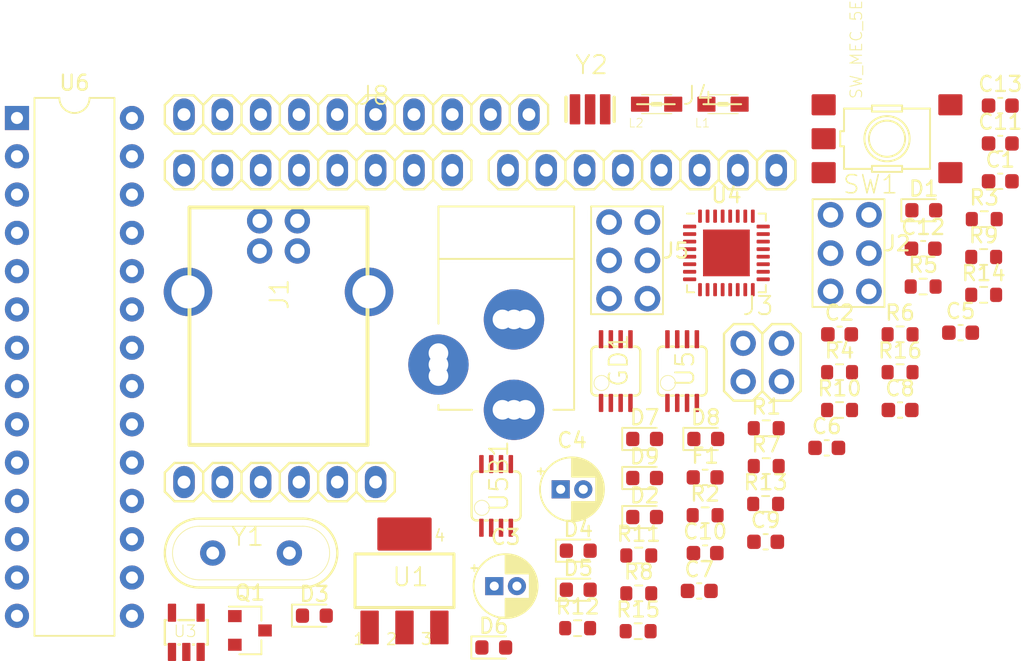
<source format=kicad_pcb>
(kicad_pcb (version 20171130) (host pcbnew 5.1.7-a382d34a8~88~ubuntu18.04.1)

  (general
    (thickness 1.6)
    (drawings 0)
    (tracks 0)
    (zones 0)
    (modules 61)
    (nets 74)
  )

  (page A4)
  (layers
    (0 F.Cu signal)
    (31 B.Cu signal)
    (32 B.Adhes user)
    (33 F.Adhes user)
    (34 B.Paste user)
    (35 F.Paste user)
    (36 B.SilkS user)
    (37 F.SilkS user)
    (38 B.Mask user)
    (39 F.Mask user)
    (40 Dwgs.User user)
    (41 Cmts.User user)
    (42 Eco1.User user)
    (43 Eco2.User user)
    (44 Edge.Cuts user)
    (45 Margin user)
    (46 B.CrtYd user)
    (47 F.CrtYd user)
    (48 B.Fab user)
    (49 F.Fab user hide)
  )

  (setup
    (last_trace_width 0.25)
    (trace_clearance 0.2)
    (zone_clearance 0.508)
    (zone_45_only no)
    (trace_min 0.2)
    (via_size 0.8)
    (via_drill 0.4)
    (via_min_size 0.4)
    (via_min_drill 0.3)
    (uvia_size 0.3)
    (uvia_drill 0.1)
    (uvias_allowed no)
    (uvia_min_size 0.2)
    (uvia_min_drill 0.1)
    (edge_width 0.05)
    (segment_width 0.2)
    (pcb_text_width 0.3)
    (pcb_text_size 1.5 1.5)
    (mod_edge_width 0.12)
    (mod_text_size 1 1)
    (mod_text_width 0.15)
    (pad_size 1.524 1.524)
    (pad_drill 0.762)
    (pad_to_mask_clearance 0)
    (aux_axis_origin 0 0)
    (visible_elements FFFFF77F)
    (pcbplotparams
      (layerselection 0x010fc_ffffffff)
      (usegerberextensions false)
      (usegerberattributes true)
      (usegerberadvancedattributes true)
      (creategerberjobfile true)
      (excludeedgelayer true)
      (linewidth 0.100000)
      (plotframeref false)
      (viasonmask false)
      (mode 1)
      (useauxorigin false)
      (hpglpennumber 1)
      (hpglpenspeed 20)
      (hpglpendiameter 15.000000)
      (psnegative false)
      (psa4output false)
      (plotreference true)
      (plotvalue true)
      (plotinvisibletext false)
      (padsonsilk false)
      (subtractmaskfromsilk false)
      (outputformat 1)
      (mirror false)
      (drillshape 1)
      (scaleselection 1)
      (outputdirectory ""))
  )

  (net 0 "")
  (net 1 +5V)
  (net 2 GND)
  (net 3 /+3V3)
  (net 4 /VIN)
  (net 5 /AREF)
  (net 6 /AVCC)
  (net 7 "Net-(C9-Pad1)")
  (net 8 /RESET)
  (net 9 /XT2)
  (net 10 /XT1)
  (net 11 /TP_VUCAP)
  (net 12 /UGND)
  (net 13 "Net-(D1-Pad2)")
  (net 14 /PWRIN)
  (net 15 "Net-(D3-Pad2)")
  (net 16 "Net-(D5-Pad2)")
  (net 17 /TXLED)
  (net 18 /RXLED)
  (net 19 "Net-(D6-Pad2)")
  (net 20 "Net-(D7-Pad1)")
  (net 21 /RESET2)
  (net 22 /D-)
  (net 23 /USHIELD)
  (net 24 /D+)
  (net 25 /USBVCC)
  (net 26 /XUSB)
  (net 27 /MOSI2)
  (net 28 /SCK2)
  (net 29 /MISO2)
  (net 30 /PB4)
  (net 31 /PB6)
  (net 32 /PB5)
  (net 33 /PB7)
  (net 34 "Net-(J4-Pad1)")
  (net 35 /MISO)
  (net 36 /SCK)
  (net 37 /MOSI)
  (net 38 /IO8)
  (net 39 /IO9)
  (net 40 /SS)
  (net 41 /AD4SDA)
  (net 42 /AD5SCL)
  (net 43 /AD0)
  (net 44 /AD1)
  (net 45 /AD2)
  (net 46 /AD3)
  (net 47 /IO7)
  (net 48 /IO6)
  (net 49 /IO5)
  (net 50 /IO4)
  (net 51 /IO3)
  (net 52 /IO2)
  (net 53 /IO1)
  (net 54 /IO0)
  (net 55 /GATE_CMD)
  (net 56 /CMP)
  (net 57 /L13)
  (net 58 /XTAL1)
  (net 59 /XTAL2)
  (net 60 /RD+)
  (net 61 /RD-)
  (net 62 /M8RXD)
  (net 63 /M8TXD)
  (net 64 "Net-(U3-Pad4)")
  (net 65 "Net-(U4-Pad5)")
  (net 66 "Net-(U4-Pad6)")
  (net 67 "Net-(U4-Pad7)")
  (net 68 "Net-(U4-Pad12)")
  (net 69 "Net-(U4-Pad14)")
  (net 70 "Net-(U4-Pad22)")
  (net 71 "Net-(U4-Pad23)")
  (net 72 "Net-(U4-Pad25)")
  (net 73 "Net-(U4-Pad26)")

  (net_class Default "This is the default net class."
    (clearance 0.2)
    (trace_width 0.25)
    (via_dia 0.8)
    (via_drill 0.4)
    (uvia_dia 0.3)
    (uvia_drill 0.1)
    (add_net +5V)
    (add_net /+3V3)
    (add_net /AD0)
    (add_net /AD1)
    (add_net /AD2)
    (add_net /AD3)
    (add_net /AD4SDA)
    (add_net /AD5SCL)
    (add_net /AREF)
    (add_net /AVCC)
    (add_net /CMP)
    (add_net /D+)
    (add_net /D-)
    (add_net /GATE_CMD)
    (add_net /IO0)
    (add_net /IO1)
    (add_net /IO2)
    (add_net /IO3)
    (add_net /IO4)
    (add_net /IO5)
    (add_net /IO6)
    (add_net /IO7)
    (add_net /IO8)
    (add_net /IO9)
    (add_net /L13)
    (add_net /M8RXD)
    (add_net /M8TXD)
    (add_net /MISO)
    (add_net /MISO2)
    (add_net /MOSI)
    (add_net /MOSI2)
    (add_net /PB4)
    (add_net /PB5)
    (add_net /PB6)
    (add_net /PB7)
    (add_net /PWRIN)
    (add_net /RD+)
    (add_net /RD-)
    (add_net /RESET)
    (add_net /RESET2)
    (add_net /RXLED)
    (add_net /SCK)
    (add_net /SCK2)
    (add_net /SS)
    (add_net /TP_VUCAP)
    (add_net /TXLED)
    (add_net /UGND)
    (add_net /USBVCC)
    (add_net /USHIELD)
    (add_net /VIN)
    (add_net /XT1)
    (add_net /XT2)
    (add_net /XTAL1)
    (add_net /XTAL2)
    (add_net /XUSB)
    (add_net GND)
    (add_net "Net-(C9-Pad1)")
    (add_net "Net-(D1-Pad2)")
    (add_net "Net-(D3-Pad2)")
    (add_net "Net-(D5-Pad2)")
    (add_net "Net-(D6-Pad2)")
    (add_net "Net-(D7-Pad1)")
    (add_net "Net-(J4-Pad1)")
    (add_net "Net-(U3-Pad4)")
    (add_net "Net-(U4-Pad12)")
    (add_net "Net-(U4-Pad14)")
    (add_net "Net-(U4-Pad22)")
    (add_net "Net-(U4-Pad23)")
    (add_net "Net-(U4-Pad25)")
    (add_net "Net-(U4-Pad26)")
    (add_net "Net-(U4-Pad5)")
    (add_net "Net-(U4-Pad6)")
    (add_net "Net-(U4-Pad7)")
  )

  (module Capacitor_SMD:C_0603_1608Metric (layer F.Cu) (tedit 5F68FEEE) (tstamp 609C3A2B)
    (at 105.495001 89.085001)
    (descr "Capacitor SMD 0603 (1608 Metric), square (rectangular) end terminal, IPC_7351 nominal, (Body size source: IPC-SM-782 page 76, https://www.pcb-3d.com/wordpress/wp-content/uploads/ipc-sm-782a_amendment_1_and_2.pdf), generated with kicad-footprint-generator")
    (tags capacitor)
    (path /6110F616)
    (attr smd)
    (fp_text reference C1 (at 0 -1.43) (layer F.SilkS)
      (effects (font (size 1 1) (thickness 0.15)))
    )
    (fp_text value 100nF (at 0 1.43) (layer F.Fab)
      (effects (font (size 1 1) (thickness 0.15)))
    )
    (fp_text user %R (at 0 0) (layer F.Fab)
      (effects (font (size 0.4 0.4) (thickness 0.06)))
    )
    (fp_line (start -0.8 0.4) (end -0.8 -0.4) (layer F.Fab) (width 0.1))
    (fp_line (start -0.8 -0.4) (end 0.8 -0.4) (layer F.Fab) (width 0.1))
    (fp_line (start 0.8 -0.4) (end 0.8 0.4) (layer F.Fab) (width 0.1))
    (fp_line (start 0.8 0.4) (end -0.8 0.4) (layer F.Fab) (width 0.1))
    (fp_line (start -0.14058 -0.51) (end 0.14058 -0.51) (layer F.SilkS) (width 0.12))
    (fp_line (start -0.14058 0.51) (end 0.14058 0.51) (layer F.SilkS) (width 0.12))
    (fp_line (start -1.48 0.73) (end -1.48 -0.73) (layer F.CrtYd) (width 0.05))
    (fp_line (start -1.48 -0.73) (end 1.48 -0.73) (layer F.CrtYd) (width 0.05))
    (fp_line (start 1.48 -0.73) (end 1.48 0.73) (layer F.CrtYd) (width 0.05))
    (fp_line (start 1.48 0.73) (end -1.48 0.73) (layer F.CrtYd) (width 0.05))
    (pad 2 smd roundrect (at 0.775 0) (size 0.9 0.95) (layers F.Cu F.Paste F.Mask) (roundrect_rratio 0.25)
      (net 1 +5V))
    (pad 1 smd roundrect (at -0.775 0) (size 0.9 0.95) (layers F.Cu F.Paste F.Mask) (roundrect_rratio 0.25)
      (net 2 GND))
    (model ${KISYS3DMOD}/Capacitor_SMD.3dshapes/C_0603_1608Metric.wrl
      (at (xyz 0 0 0))
      (scale (xyz 1 1 1))
      (rotate (xyz 0 0 0))
    )
  )

  (module Capacitor_SMD:C_0603_1608Metric (layer F.Cu) (tedit 5F68FEEE) (tstamp 609C3A3C)
    (at 94.845001 99.235001)
    (descr "Capacitor SMD 0603 (1608 Metric), square (rectangular) end terminal, IPC_7351 nominal, (Body size source: IPC-SM-782 page 76, https://www.pcb-3d.com/wordpress/wp-content/uploads/ipc-sm-782a_amendment_1_and_2.pdf), generated with kicad-footprint-generator")
    (tags capacitor)
    (path /613409E8)
    (attr smd)
    (fp_text reference C2 (at 0 -1.43) (layer F.SilkS)
      (effects (font (size 1 1) (thickness 0.15)))
    )
    (fp_text value C (at 0 1.43) (layer F.Fab)
      (effects (font (size 1 1) (thickness 0.15)))
    )
    (fp_text user %R (at 0 0) (layer F.Fab)
      (effects (font (size 0.4 0.4) (thickness 0.06)))
    )
    (fp_line (start -0.8 0.4) (end -0.8 -0.4) (layer F.Fab) (width 0.1))
    (fp_line (start -0.8 -0.4) (end 0.8 -0.4) (layer F.Fab) (width 0.1))
    (fp_line (start 0.8 -0.4) (end 0.8 0.4) (layer F.Fab) (width 0.1))
    (fp_line (start 0.8 0.4) (end -0.8 0.4) (layer F.Fab) (width 0.1))
    (fp_line (start -0.14058 -0.51) (end 0.14058 -0.51) (layer F.SilkS) (width 0.12))
    (fp_line (start -0.14058 0.51) (end 0.14058 0.51) (layer F.SilkS) (width 0.12))
    (fp_line (start -1.48 0.73) (end -1.48 -0.73) (layer F.CrtYd) (width 0.05))
    (fp_line (start -1.48 -0.73) (end 1.48 -0.73) (layer F.CrtYd) (width 0.05))
    (fp_line (start 1.48 -0.73) (end 1.48 0.73) (layer F.CrtYd) (width 0.05))
    (fp_line (start 1.48 0.73) (end -1.48 0.73) (layer F.CrtYd) (width 0.05))
    (pad 2 smd roundrect (at 0.775 0) (size 0.9 0.95) (layers F.Cu F.Paste F.Mask) (roundrect_rratio 0.25)
      (net 3 /+3V3))
    (pad 1 smd roundrect (at -0.775 0) (size 0.9 0.95) (layers F.Cu F.Paste F.Mask) (roundrect_rratio 0.25)
      (net 2 GND))
    (model ${KISYS3DMOD}/Capacitor_SMD.3dshapes/C_0603_1608Metric.wrl
      (at (xyz 0 0 0))
      (scale (xyz 1 1 1))
      (rotate (xyz 0 0 0))
    )
  )

  (module Capacitor_THT:CP_Radial_D4.0mm_P1.50mm (layer F.Cu) (tedit 5AE50EF0) (tstamp 609C3AA7)
    (at 71.959802 115.935001)
    (descr "CP, Radial series, Radial, pin pitch=1.50mm, , diameter=4mm, Electrolytic Capacitor")
    (tags "CP Radial series Radial pin pitch 1.50mm  diameter 4mm Electrolytic Capacitor")
    (path /6184CD82)
    (fp_text reference C3 (at 0.75 -3.25) (layer F.SilkS)
      (effects (font (size 1 1) (thickness 0.15)))
    )
    (fp_text value CP (at 0.75 3.25) (layer F.Fab)
      (effects (font (size 1 1) (thickness 0.15)))
    )
    (fp_line (start -1.319801 -1.395) (end -1.319801 -0.995) (layer F.SilkS) (width 0.12))
    (fp_line (start -1.519801 -1.195) (end -1.119801 -1.195) (layer F.SilkS) (width 0.12))
    (fp_line (start 2.831 -0.37) (end 2.831 0.37) (layer F.SilkS) (width 0.12))
    (fp_line (start 2.791 -0.537) (end 2.791 0.537) (layer F.SilkS) (width 0.12))
    (fp_line (start 2.751 -0.664) (end 2.751 0.664) (layer F.SilkS) (width 0.12))
    (fp_line (start 2.711 -0.768) (end 2.711 0.768) (layer F.SilkS) (width 0.12))
    (fp_line (start 2.671 -0.859) (end 2.671 0.859) (layer F.SilkS) (width 0.12))
    (fp_line (start 2.631 -0.94) (end 2.631 0.94) (layer F.SilkS) (width 0.12))
    (fp_line (start 2.591 -1.013) (end 2.591 1.013) (layer F.SilkS) (width 0.12))
    (fp_line (start 2.551 -1.08) (end 2.551 1.08) (layer F.SilkS) (width 0.12))
    (fp_line (start 2.511 -1.142) (end 2.511 1.142) (layer F.SilkS) (width 0.12))
    (fp_line (start 2.471 -1.2) (end 2.471 1.2) (layer F.SilkS) (width 0.12))
    (fp_line (start 2.431 -1.254) (end 2.431 1.254) (layer F.SilkS) (width 0.12))
    (fp_line (start 2.391 -1.304) (end 2.391 1.304) (layer F.SilkS) (width 0.12))
    (fp_line (start 2.351 -1.351) (end 2.351 1.351) (layer F.SilkS) (width 0.12))
    (fp_line (start 2.311 0.84) (end 2.311 1.396) (layer F.SilkS) (width 0.12))
    (fp_line (start 2.311 -1.396) (end 2.311 -0.84) (layer F.SilkS) (width 0.12))
    (fp_line (start 2.271 0.84) (end 2.271 1.438) (layer F.SilkS) (width 0.12))
    (fp_line (start 2.271 -1.438) (end 2.271 -0.84) (layer F.SilkS) (width 0.12))
    (fp_line (start 2.231 0.84) (end 2.231 1.478) (layer F.SilkS) (width 0.12))
    (fp_line (start 2.231 -1.478) (end 2.231 -0.84) (layer F.SilkS) (width 0.12))
    (fp_line (start 2.191 0.84) (end 2.191 1.516) (layer F.SilkS) (width 0.12))
    (fp_line (start 2.191 -1.516) (end 2.191 -0.84) (layer F.SilkS) (width 0.12))
    (fp_line (start 2.151 0.84) (end 2.151 1.552) (layer F.SilkS) (width 0.12))
    (fp_line (start 2.151 -1.552) (end 2.151 -0.84) (layer F.SilkS) (width 0.12))
    (fp_line (start 2.111 0.84) (end 2.111 1.587) (layer F.SilkS) (width 0.12))
    (fp_line (start 2.111 -1.587) (end 2.111 -0.84) (layer F.SilkS) (width 0.12))
    (fp_line (start 2.071 0.84) (end 2.071 1.619) (layer F.SilkS) (width 0.12))
    (fp_line (start 2.071 -1.619) (end 2.071 -0.84) (layer F.SilkS) (width 0.12))
    (fp_line (start 2.031 0.84) (end 2.031 1.65) (layer F.SilkS) (width 0.12))
    (fp_line (start 2.031 -1.65) (end 2.031 -0.84) (layer F.SilkS) (width 0.12))
    (fp_line (start 1.991 0.84) (end 1.991 1.68) (layer F.SilkS) (width 0.12))
    (fp_line (start 1.991 -1.68) (end 1.991 -0.84) (layer F.SilkS) (width 0.12))
    (fp_line (start 1.951 0.84) (end 1.951 1.708) (layer F.SilkS) (width 0.12))
    (fp_line (start 1.951 -1.708) (end 1.951 -0.84) (layer F.SilkS) (width 0.12))
    (fp_line (start 1.911 0.84) (end 1.911 1.735) (layer F.SilkS) (width 0.12))
    (fp_line (start 1.911 -1.735) (end 1.911 -0.84) (layer F.SilkS) (width 0.12))
    (fp_line (start 1.871 0.84) (end 1.871 1.76) (layer F.SilkS) (width 0.12))
    (fp_line (start 1.871 -1.76) (end 1.871 -0.84) (layer F.SilkS) (width 0.12))
    (fp_line (start 1.831 0.84) (end 1.831 1.785) (layer F.SilkS) (width 0.12))
    (fp_line (start 1.831 -1.785) (end 1.831 -0.84) (layer F.SilkS) (width 0.12))
    (fp_line (start 1.791 0.84) (end 1.791 1.808) (layer F.SilkS) (width 0.12))
    (fp_line (start 1.791 -1.808) (end 1.791 -0.84) (layer F.SilkS) (width 0.12))
    (fp_line (start 1.751 0.84) (end 1.751 1.83) (layer F.SilkS) (width 0.12))
    (fp_line (start 1.751 -1.83) (end 1.751 -0.84) (layer F.SilkS) (width 0.12))
    (fp_line (start 1.711 0.84) (end 1.711 1.851) (layer F.SilkS) (width 0.12))
    (fp_line (start 1.711 -1.851) (end 1.711 -0.84) (layer F.SilkS) (width 0.12))
    (fp_line (start 1.671 0.84) (end 1.671 1.87) (layer F.SilkS) (width 0.12))
    (fp_line (start 1.671 -1.87) (end 1.671 -0.84) (layer F.SilkS) (width 0.12))
    (fp_line (start 1.631 0.84) (end 1.631 1.889) (layer F.SilkS) (width 0.12))
    (fp_line (start 1.631 -1.889) (end 1.631 -0.84) (layer F.SilkS) (width 0.12))
    (fp_line (start 1.591 0.84) (end 1.591 1.907) (layer F.SilkS) (width 0.12))
    (fp_line (start 1.591 -1.907) (end 1.591 -0.84) (layer F.SilkS) (width 0.12))
    (fp_line (start 1.551 0.84) (end 1.551 1.924) (layer F.SilkS) (width 0.12))
    (fp_line (start 1.551 -1.924) (end 1.551 -0.84) (layer F.SilkS) (width 0.12))
    (fp_line (start 1.511 0.84) (end 1.511 1.94) (layer F.SilkS) (width 0.12))
    (fp_line (start 1.511 -1.94) (end 1.511 -0.84) (layer F.SilkS) (width 0.12))
    (fp_line (start 1.471 0.84) (end 1.471 1.954) (layer F.SilkS) (width 0.12))
    (fp_line (start 1.471 -1.954) (end 1.471 -0.84) (layer F.SilkS) (width 0.12))
    (fp_line (start 1.43 0.84) (end 1.43 1.968) (layer F.SilkS) (width 0.12))
    (fp_line (start 1.43 -1.968) (end 1.43 -0.84) (layer F.SilkS) (width 0.12))
    (fp_line (start 1.39 0.84) (end 1.39 1.982) (layer F.SilkS) (width 0.12))
    (fp_line (start 1.39 -1.982) (end 1.39 -0.84) (layer F.SilkS) (width 0.12))
    (fp_line (start 1.35 0.84) (end 1.35 1.994) (layer F.SilkS) (width 0.12))
    (fp_line (start 1.35 -1.994) (end 1.35 -0.84) (layer F.SilkS) (width 0.12))
    (fp_line (start 1.31 0.84) (end 1.31 2.005) (layer F.SilkS) (width 0.12))
    (fp_line (start 1.31 -2.005) (end 1.31 -0.84) (layer F.SilkS) (width 0.12))
    (fp_line (start 1.27 0.84) (end 1.27 2.016) (layer F.SilkS) (width 0.12))
    (fp_line (start 1.27 -2.016) (end 1.27 -0.84) (layer F.SilkS) (width 0.12))
    (fp_line (start 1.23 0.84) (end 1.23 2.025) (layer F.SilkS) (width 0.12))
    (fp_line (start 1.23 -2.025) (end 1.23 -0.84) (layer F.SilkS) (width 0.12))
    (fp_line (start 1.19 0.84) (end 1.19 2.034) (layer F.SilkS) (width 0.12))
    (fp_line (start 1.19 -2.034) (end 1.19 -0.84) (layer F.SilkS) (width 0.12))
    (fp_line (start 1.15 0.84) (end 1.15 2.042) (layer F.SilkS) (width 0.12))
    (fp_line (start 1.15 -2.042) (end 1.15 -0.84) (layer F.SilkS) (width 0.12))
    (fp_line (start 1.11 0.84) (end 1.11 2.05) (layer F.SilkS) (width 0.12))
    (fp_line (start 1.11 -2.05) (end 1.11 -0.84) (layer F.SilkS) (width 0.12))
    (fp_line (start 1.07 0.84) (end 1.07 2.056) (layer F.SilkS) (width 0.12))
    (fp_line (start 1.07 -2.056) (end 1.07 -0.84) (layer F.SilkS) (width 0.12))
    (fp_line (start 1.03 0.84) (end 1.03 2.062) (layer F.SilkS) (width 0.12))
    (fp_line (start 1.03 -2.062) (end 1.03 -0.84) (layer F.SilkS) (width 0.12))
    (fp_line (start 0.99 0.84) (end 0.99 2.067) (layer F.SilkS) (width 0.12))
    (fp_line (start 0.99 -2.067) (end 0.99 -0.84) (layer F.SilkS) (width 0.12))
    (fp_line (start 0.95 0.84) (end 0.95 2.071) (layer F.SilkS) (width 0.12))
    (fp_line (start 0.95 -2.071) (end 0.95 -0.84) (layer F.SilkS) (width 0.12))
    (fp_line (start 0.91 0.84) (end 0.91 2.074) (layer F.SilkS) (width 0.12))
    (fp_line (start 0.91 -2.074) (end 0.91 -0.84) (layer F.SilkS) (width 0.12))
    (fp_line (start 0.87 0.84) (end 0.87 2.077) (layer F.SilkS) (width 0.12))
    (fp_line (start 0.87 -2.077) (end 0.87 -0.84) (layer F.SilkS) (width 0.12))
    (fp_line (start 0.83 -2.079) (end 0.83 -0.84) (layer F.SilkS) (width 0.12))
    (fp_line (start 0.83 0.84) (end 0.83 2.079) (layer F.SilkS) (width 0.12))
    (fp_line (start 0.79 -2.08) (end 0.79 -0.84) (layer F.SilkS) (width 0.12))
    (fp_line (start 0.79 0.84) (end 0.79 2.08) (layer F.SilkS) (width 0.12))
    (fp_line (start 0.75 -2.08) (end 0.75 -0.84) (layer F.SilkS) (width 0.12))
    (fp_line (start 0.75 0.84) (end 0.75 2.08) (layer F.SilkS) (width 0.12))
    (fp_line (start -0.752554 -1.0675) (end -0.752554 -0.6675) (layer F.Fab) (width 0.1))
    (fp_line (start -0.952554 -0.8675) (end -0.552554 -0.8675) (layer F.Fab) (width 0.1))
    (fp_circle (center 0.75 0) (end 3 0) (layer F.CrtYd) (width 0.05))
    (fp_circle (center 0.75 0) (end 2.87 0) (layer F.SilkS) (width 0.12))
    (fp_circle (center 0.75 0) (end 2.75 0) (layer F.Fab) (width 0.1))
    (fp_text user %R (at 0.75 0) (layer F.Fab)
      (effects (font (size 0.8 0.8) (thickness 0.12)))
    )
    (pad 1 thru_hole rect (at 0 0) (size 1.2 1.2) (drill 0.6) (layers *.Cu *.Mask)
      (net 4 /VIN))
    (pad 2 thru_hole circle (at 1.5 0) (size 1.2 1.2) (drill 0.6) (layers *.Cu *.Mask)
      (net 2 GND))
    (model ${KISYS3DMOD}/Capacitor_THT.3dshapes/CP_Radial_D4.0mm_P1.50mm.wrl
      (at (xyz 0 0 0))
      (scale (xyz 1 1 1))
      (rotate (xyz 0 0 0))
    )
  )

  (module Capacitor_THT:CP_Radial_D4.0mm_P1.50mm (layer F.Cu) (tedit 5AE50EF0) (tstamp 609C3B12)
    (at 76.359802 109.515001)
    (descr "CP, Radial series, Radial, pin pitch=1.50mm, , diameter=4mm, Electrolytic Capacitor")
    (tags "CP Radial series Radial pin pitch 1.50mm  diameter 4mm Electrolytic Capacitor")
    (path /6184EAF4)
    (fp_text reference C4 (at 0.75 -3.25) (layer F.SilkS)
      (effects (font (size 1 1) (thickness 0.15)))
    )
    (fp_text value CP (at 0.75 3.25) (layer F.Fab)
      (effects (font (size 1 1) (thickness 0.15)))
    )
    (fp_text user %R (at 0.75 0) (layer F.Fab)
      (effects (font (size 0.8 0.8) (thickness 0.12)))
    )
    (fp_circle (center 0.75 0) (end 2.75 0) (layer F.Fab) (width 0.1))
    (fp_circle (center 0.75 0) (end 2.87 0) (layer F.SilkS) (width 0.12))
    (fp_circle (center 0.75 0) (end 3 0) (layer F.CrtYd) (width 0.05))
    (fp_line (start -0.952554 -0.8675) (end -0.552554 -0.8675) (layer F.Fab) (width 0.1))
    (fp_line (start -0.752554 -1.0675) (end -0.752554 -0.6675) (layer F.Fab) (width 0.1))
    (fp_line (start 0.75 0.84) (end 0.75 2.08) (layer F.SilkS) (width 0.12))
    (fp_line (start 0.75 -2.08) (end 0.75 -0.84) (layer F.SilkS) (width 0.12))
    (fp_line (start 0.79 0.84) (end 0.79 2.08) (layer F.SilkS) (width 0.12))
    (fp_line (start 0.79 -2.08) (end 0.79 -0.84) (layer F.SilkS) (width 0.12))
    (fp_line (start 0.83 0.84) (end 0.83 2.079) (layer F.SilkS) (width 0.12))
    (fp_line (start 0.83 -2.079) (end 0.83 -0.84) (layer F.SilkS) (width 0.12))
    (fp_line (start 0.87 -2.077) (end 0.87 -0.84) (layer F.SilkS) (width 0.12))
    (fp_line (start 0.87 0.84) (end 0.87 2.077) (layer F.SilkS) (width 0.12))
    (fp_line (start 0.91 -2.074) (end 0.91 -0.84) (layer F.SilkS) (width 0.12))
    (fp_line (start 0.91 0.84) (end 0.91 2.074) (layer F.SilkS) (width 0.12))
    (fp_line (start 0.95 -2.071) (end 0.95 -0.84) (layer F.SilkS) (width 0.12))
    (fp_line (start 0.95 0.84) (end 0.95 2.071) (layer F.SilkS) (width 0.12))
    (fp_line (start 0.99 -2.067) (end 0.99 -0.84) (layer F.SilkS) (width 0.12))
    (fp_line (start 0.99 0.84) (end 0.99 2.067) (layer F.SilkS) (width 0.12))
    (fp_line (start 1.03 -2.062) (end 1.03 -0.84) (layer F.SilkS) (width 0.12))
    (fp_line (start 1.03 0.84) (end 1.03 2.062) (layer F.SilkS) (width 0.12))
    (fp_line (start 1.07 -2.056) (end 1.07 -0.84) (layer F.SilkS) (width 0.12))
    (fp_line (start 1.07 0.84) (end 1.07 2.056) (layer F.SilkS) (width 0.12))
    (fp_line (start 1.11 -2.05) (end 1.11 -0.84) (layer F.SilkS) (width 0.12))
    (fp_line (start 1.11 0.84) (end 1.11 2.05) (layer F.SilkS) (width 0.12))
    (fp_line (start 1.15 -2.042) (end 1.15 -0.84) (layer F.SilkS) (width 0.12))
    (fp_line (start 1.15 0.84) (end 1.15 2.042) (layer F.SilkS) (width 0.12))
    (fp_line (start 1.19 -2.034) (end 1.19 -0.84) (layer F.SilkS) (width 0.12))
    (fp_line (start 1.19 0.84) (end 1.19 2.034) (layer F.SilkS) (width 0.12))
    (fp_line (start 1.23 -2.025) (end 1.23 -0.84) (layer F.SilkS) (width 0.12))
    (fp_line (start 1.23 0.84) (end 1.23 2.025) (layer F.SilkS) (width 0.12))
    (fp_line (start 1.27 -2.016) (end 1.27 -0.84) (layer F.SilkS) (width 0.12))
    (fp_line (start 1.27 0.84) (end 1.27 2.016) (layer F.SilkS) (width 0.12))
    (fp_line (start 1.31 -2.005) (end 1.31 -0.84) (layer F.SilkS) (width 0.12))
    (fp_line (start 1.31 0.84) (end 1.31 2.005) (layer F.SilkS) (width 0.12))
    (fp_line (start 1.35 -1.994) (end 1.35 -0.84) (layer F.SilkS) (width 0.12))
    (fp_line (start 1.35 0.84) (end 1.35 1.994) (layer F.SilkS) (width 0.12))
    (fp_line (start 1.39 -1.982) (end 1.39 -0.84) (layer F.SilkS) (width 0.12))
    (fp_line (start 1.39 0.84) (end 1.39 1.982) (layer F.SilkS) (width 0.12))
    (fp_line (start 1.43 -1.968) (end 1.43 -0.84) (layer F.SilkS) (width 0.12))
    (fp_line (start 1.43 0.84) (end 1.43 1.968) (layer F.SilkS) (width 0.12))
    (fp_line (start 1.471 -1.954) (end 1.471 -0.84) (layer F.SilkS) (width 0.12))
    (fp_line (start 1.471 0.84) (end 1.471 1.954) (layer F.SilkS) (width 0.12))
    (fp_line (start 1.511 -1.94) (end 1.511 -0.84) (layer F.SilkS) (width 0.12))
    (fp_line (start 1.511 0.84) (end 1.511 1.94) (layer F.SilkS) (width 0.12))
    (fp_line (start 1.551 -1.924) (end 1.551 -0.84) (layer F.SilkS) (width 0.12))
    (fp_line (start 1.551 0.84) (end 1.551 1.924) (layer F.SilkS) (width 0.12))
    (fp_line (start 1.591 -1.907) (end 1.591 -0.84) (layer F.SilkS) (width 0.12))
    (fp_line (start 1.591 0.84) (end 1.591 1.907) (layer F.SilkS) (width 0.12))
    (fp_line (start 1.631 -1.889) (end 1.631 -0.84) (layer F.SilkS) (width 0.12))
    (fp_line (start 1.631 0.84) (end 1.631 1.889) (layer F.SilkS) (width 0.12))
    (fp_line (start 1.671 -1.87) (end 1.671 -0.84) (layer F.SilkS) (width 0.12))
    (fp_line (start 1.671 0.84) (end 1.671 1.87) (layer F.SilkS) (width 0.12))
    (fp_line (start 1.711 -1.851) (end 1.711 -0.84) (layer F.SilkS) (width 0.12))
    (fp_line (start 1.711 0.84) (end 1.711 1.851) (layer F.SilkS) (width 0.12))
    (fp_line (start 1.751 -1.83) (end 1.751 -0.84) (layer F.SilkS) (width 0.12))
    (fp_line (start 1.751 0.84) (end 1.751 1.83) (layer F.SilkS) (width 0.12))
    (fp_line (start 1.791 -1.808) (end 1.791 -0.84) (layer F.SilkS) (width 0.12))
    (fp_line (start 1.791 0.84) (end 1.791 1.808) (layer F.SilkS) (width 0.12))
    (fp_line (start 1.831 -1.785) (end 1.831 -0.84) (layer F.SilkS) (width 0.12))
    (fp_line (start 1.831 0.84) (end 1.831 1.785) (layer F.SilkS) (width 0.12))
    (fp_line (start 1.871 -1.76) (end 1.871 -0.84) (layer F.SilkS) (width 0.12))
    (fp_line (start 1.871 0.84) (end 1.871 1.76) (layer F.SilkS) (width 0.12))
    (fp_line (start 1.911 -1.735) (end 1.911 -0.84) (layer F.SilkS) (width 0.12))
    (fp_line (start 1.911 0.84) (end 1.911 1.735) (layer F.SilkS) (width 0.12))
    (fp_line (start 1.951 -1.708) (end 1.951 -0.84) (layer F.SilkS) (width 0.12))
    (fp_line (start 1.951 0.84) (end 1.951 1.708) (layer F.SilkS) (width 0.12))
    (fp_line (start 1.991 -1.68) (end 1.991 -0.84) (layer F.SilkS) (width 0.12))
    (fp_line (start 1.991 0.84) (end 1.991 1.68) (layer F.SilkS) (width 0.12))
    (fp_line (start 2.031 -1.65) (end 2.031 -0.84) (layer F.SilkS) (width 0.12))
    (fp_line (start 2.031 0.84) (end 2.031 1.65) (layer F.SilkS) (width 0.12))
    (fp_line (start 2.071 -1.619) (end 2.071 -0.84) (layer F.SilkS) (width 0.12))
    (fp_line (start 2.071 0.84) (end 2.071 1.619) (layer F.SilkS) (width 0.12))
    (fp_line (start 2.111 -1.587) (end 2.111 -0.84) (layer F.SilkS) (width 0.12))
    (fp_line (start 2.111 0.84) (end 2.111 1.587) (layer F.SilkS) (width 0.12))
    (fp_line (start 2.151 -1.552) (end 2.151 -0.84) (layer F.SilkS) (width 0.12))
    (fp_line (start 2.151 0.84) (end 2.151 1.552) (layer F.SilkS) (width 0.12))
    (fp_line (start 2.191 -1.516) (end 2.191 -0.84) (layer F.SilkS) (width 0.12))
    (fp_line (start 2.191 0.84) (end 2.191 1.516) (layer F.SilkS) (width 0.12))
    (fp_line (start 2.231 -1.478) (end 2.231 -0.84) (layer F.SilkS) (width 0.12))
    (fp_line (start 2.231 0.84) (end 2.231 1.478) (layer F.SilkS) (width 0.12))
    (fp_line (start 2.271 -1.438) (end 2.271 -0.84) (layer F.SilkS) (width 0.12))
    (fp_line (start 2.271 0.84) (end 2.271 1.438) (layer F.SilkS) (width 0.12))
    (fp_line (start 2.311 -1.396) (end 2.311 -0.84) (layer F.SilkS) (width 0.12))
    (fp_line (start 2.311 0.84) (end 2.311 1.396) (layer F.SilkS) (width 0.12))
    (fp_line (start 2.351 -1.351) (end 2.351 1.351) (layer F.SilkS) (width 0.12))
    (fp_line (start 2.391 -1.304) (end 2.391 1.304) (layer F.SilkS) (width 0.12))
    (fp_line (start 2.431 -1.254) (end 2.431 1.254) (layer F.SilkS) (width 0.12))
    (fp_line (start 2.471 -1.2) (end 2.471 1.2) (layer F.SilkS) (width 0.12))
    (fp_line (start 2.511 -1.142) (end 2.511 1.142) (layer F.SilkS) (width 0.12))
    (fp_line (start 2.551 -1.08) (end 2.551 1.08) (layer F.SilkS) (width 0.12))
    (fp_line (start 2.591 -1.013) (end 2.591 1.013) (layer F.SilkS) (width 0.12))
    (fp_line (start 2.631 -0.94) (end 2.631 0.94) (layer F.SilkS) (width 0.12))
    (fp_line (start 2.671 -0.859) (end 2.671 0.859) (layer F.SilkS) (width 0.12))
    (fp_line (start 2.711 -0.768) (end 2.711 0.768) (layer F.SilkS) (width 0.12))
    (fp_line (start 2.751 -0.664) (end 2.751 0.664) (layer F.SilkS) (width 0.12))
    (fp_line (start 2.791 -0.537) (end 2.791 0.537) (layer F.SilkS) (width 0.12))
    (fp_line (start 2.831 -0.37) (end 2.831 0.37) (layer F.SilkS) (width 0.12))
    (fp_line (start -1.519801 -1.195) (end -1.119801 -1.195) (layer F.SilkS) (width 0.12))
    (fp_line (start -1.319801 -1.395) (end -1.319801 -0.995) (layer F.SilkS) (width 0.12))
    (pad 2 thru_hole circle (at 1.5 0) (size 1.2 1.2) (drill 0.6) (layers *.Cu *.Mask)
      (net 2 GND))
    (pad 1 thru_hole rect (at 0 0) (size 1.2 1.2) (drill 0.6) (layers *.Cu *.Mask)
      (net 1 +5V))
    (model ${KISYS3DMOD}/Capacitor_THT.3dshapes/CP_Radial_D4.0mm_P1.50mm.wrl
      (at (xyz 0 0 0))
      (scale (xyz 1 1 1))
      (rotate (xyz 0 0 0))
    )
  )

  (module Capacitor_SMD:C_0603_1608Metric (layer F.Cu) (tedit 5F68FEEE) (tstamp 609C3B23)
    (at 102.865001 99.125001)
    (descr "Capacitor SMD 0603 (1608 Metric), square (rectangular) end terminal, IPC_7351 nominal, (Body size source: IPC-SM-782 page 76, https://www.pcb-3d.com/wordpress/wp-content/uploads/ipc-sm-782a_amendment_1_and_2.pdf), generated with kicad-footprint-generator")
    (tags capacitor)
    (path /618DC804)
    (attr smd)
    (fp_text reference C5 (at 0 -1.43) (layer F.SilkS)
      (effects (font (size 1 1) (thickness 0.15)))
    )
    (fp_text value C (at 0 1.43) (layer F.Fab)
      (effects (font (size 1 1) (thickness 0.15)))
    )
    (fp_text user %R (at 0 0) (layer F.Fab)
      (effects (font (size 0.4 0.4) (thickness 0.06)))
    )
    (fp_line (start -0.8 0.4) (end -0.8 -0.4) (layer F.Fab) (width 0.1))
    (fp_line (start -0.8 -0.4) (end 0.8 -0.4) (layer F.Fab) (width 0.1))
    (fp_line (start 0.8 -0.4) (end 0.8 0.4) (layer F.Fab) (width 0.1))
    (fp_line (start 0.8 0.4) (end -0.8 0.4) (layer F.Fab) (width 0.1))
    (fp_line (start -0.14058 -0.51) (end 0.14058 -0.51) (layer F.SilkS) (width 0.12))
    (fp_line (start -0.14058 0.51) (end 0.14058 0.51) (layer F.SilkS) (width 0.12))
    (fp_line (start -1.48 0.73) (end -1.48 -0.73) (layer F.CrtYd) (width 0.05))
    (fp_line (start -1.48 -0.73) (end 1.48 -0.73) (layer F.CrtYd) (width 0.05))
    (fp_line (start 1.48 -0.73) (end 1.48 0.73) (layer F.CrtYd) (width 0.05))
    (fp_line (start 1.48 0.73) (end -1.48 0.73) (layer F.CrtYd) (width 0.05))
    (pad 2 smd roundrect (at 0.775 0) (size 0.9 0.95) (layers F.Cu F.Paste F.Mask) (roundrect_rratio 0.25)
      (net 1 +5V))
    (pad 1 smd roundrect (at -0.775 0) (size 0.9 0.95) (layers F.Cu F.Paste F.Mask) (roundrect_rratio 0.25)
      (net 2 GND))
    (model ${KISYS3DMOD}/Capacitor_SMD.3dshapes/C_0603_1608Metric.wrl
      (at (xyz 0 0 0))
      (scale (xyz 1 1 1))
      (rotate (xyz 0 0 0))
    )
  )

  (module Capacitor_SMD:C_0603_1608Metric (layer F.Cu) (tedit 5F68FEEE) (tstamp 609C3B34)
    (at 93.995001 106.765001)
    (descr "Capacitor SMD 0603 (1608 Metric), square (rectangular) end terminal, IPC_7351 nominal, (Body size source: IPC-SM-782 page 76, https://www.pcb-3d.com/wordpress/wp-content/uploads/ipc-sm-782a_amendment_1_and_2.pdf), generated with kicad-footprint-generator")
    (tags capacitor)
    (path /60F824C9)
    (attr smd)
    (fp_text reference C6 (at 0 -1.43) (layer F.SilkS)
      (effects (font (size 1 1) (thickness 0.15)))
    )
    (fp_text value C (at 0 1.43) (layer F.Fab)
      (effects (font (size 1 1) (thickness 0.15)))
    )
    (fp_line (start 1.48 0.73) (end -1.48 0.73) (layer F.CrtYd) (width 0.05))
    (fp_line (start 1.48 -0.73) (end 1.48 0.73) (layer F.CrtYd) (width 0.05))
    (fp_line (start -1.48 -0.73) (end 1.48 -0.73) (layer F.CrtYd) (width 0.05))
    (fp_line (start -1.48 0.73) (end -1.48 -0.73) (layer F.CrtYd) (width 0.05))
    (fp_line (start -0.14058 0.51) (end 0.14058 0.51) (layer F.SilkS) (width 0.12))
    (fp_line (start -0.14058 -0.51) (end 0.14058 -0.51) (layer F.SilkS) (width 0.12))
    (fp_line (start 0.8 0.4) (end -0.8 0.4) (layer F.Fab) (width 0.1))
    (fp_line (start 0.8 -0.4) (end 0.8 0.4) (layer F.Fab) (width 0.1))
    (fp_line (start -0.8 -0.4) (end 0.8 -0.4) (layer F.Fab) (width 0.1))
    (fp_line (start -0.8 0.4) (end -0.8 -0.4) (layer F.Fab) (width 0.1))
    (fp_text user %R (at 0 0) (layer F.Fab)
      (effects (font (size 0.4 0.4) (thickness 0.06)))
    )
    (pad 1 smd roundrect (at -0.775 0) (size 0.9 0.95) (layers F.Cu F.Paste F.Mask) (roundrect_rratio 0.25)
      (net 2 GND))
    (pad 2 smd roundrect (at 0.775 0) (size 0.9 0.95) (layers F.Cu F.Paste F.Mask) (roundrect_rratio 0.25)
      (net 5 /AREF))
    (model ${KISYS3DMOD}/Capacitor_SMD.3dshapes/C_0603_1608Metric.wrl
      (at (xyz 0 0 0))
      (scale (xyz 1 1 1))
      (rotate (xyz 0 0 0))
    )
  )

  (module Capacitor_SMD:C_0603_1608Metric (layer F.Cu) (tedit 5F68FEEE) (tstamp 609C3B45)
    (at 85.545001 116.255001)
    (descr "Capacitor SMD 0603 (1608 Metric), square (rectangular) end terminal, IPC_7351 nominal, (Body size source: IPC-SM-782 page 76, https://www.pcb-3d.com/wordpress/wp-content/uploads/ipc-sm-782a_amendment_1_and_2.pdf), generated with kicad-footprint-generator")
    (tags capacitor)
    (path /609BB7E3)
    (attr smd)
    (fp_text reference C7 (at 0 -1.43) (layer F.SilkS)
      (effects (font (size 1 1) (thickness 0.15)))
    )
    (fp_text value C (at 0 1.43) (layer F.Fab)
      (effects (font (size 1 1) (thickness 0.15)))
    )
    (fp_text user %R (at 0 0) (layer F.Fab)
      (effects (font (size 0.4 0.4) (thickness 0.06)))
    )
    (fp_line (start -0.8 0.4) (end -0.8 -0.4) (layer F.Fab) (width 0.1))
    (fp_line (start -0.8 -0.4) (end 0.8 -0.4) (layer F.Fab) (width 0.1))
    (fp_line (start 0.8 -0.4) (end 0.8 0.4) (layer F.Fab) (width 0.1))
    (fp_line (start 0.8 0.4) (end -0.8 0.4) (layer F.Fab) (width 0.1))
    (fp_line (start -0.14058 -0.51) (end 0.14058 -0.51) (layer F.SilkS) (width 0.12))
    (fp_line (start -0.14058 0.51) (end 0.14058 0.51) (layer F.SilkS) (width 0.12))
    (fp_line (start -1.48 0.73) (end -1.48 -0.73) (layer F.CrtYd) (width 0.05))
    (fp_line (start -1.48 -0.73) (end 1.48 -0.73) (layer F.CrtYd) (width 0.05))
    (fp_line (start 1.48 -0.73) (end 1.48 0.73) (layer F.CrtYd) (width 0.05))
    (fp_line (start 1.48 0.73) (end -1.48 0.73) (layer F.CrtYd) (width 0.05))
    (pad 2 smd roundrect (at 0.775 0) (size 0.9 0.95) (layers F.Cu F.Paste F.Mask) (roundrect_rratio 0.25)
      (net 2 GND))
    (pad 1 smd roundrect (at -0.775 0) (size 0.9 0.95) (layers F.Cu F.Paste F.Mask) (roundrect_rratio 0.25)
      (net 1 +5V))
    (model ${KISYS3DMOD}/Capacitor_SMD.3dshapes/C_0603_1608Metric.wrl
      (at (xyz 0 0 0))
      (scale (xyz 1 1 1))
      (rotate (xyz 0 0 0))
    )
  )

  (module Capacitor_SMD:C_0603_1608Metric (layer F.Cu) (tedit 5F68FEEE) (tstamp 609C3B56)
    (at 98.855001 104.255001)
    (descr "Capacitor SMD 0603 (1608 Metric), square (rectangular) end terminal, IPC_7351 nominal, (Body size source: IPC-SM-782 page 76, https://www.pcb-3d.com/wordpress/wp-content/uploads/ipc-sm-782a_amendment_1_and_2.pdf), generated with kicad-footprint-generator")
    (tags capacitor)
    (path /609BABFF)
    (attr smd)
    (fp_text reference C8 (at 0 -1.43) (layer F.SilkS)
      (effects (font (size 1 1) (thickness 0.15)))
    )
    (fp_text value C (at 0 1.43) (layer F.Fab)
      (effects (font (size 1 1) (thickness 0.15)))
    )
    (fp_line (start 1.48 0.73) (end -1.48 0.73) (layer F.CrtYd) (width 0.05))
    (fp_line (start 1.48 -0.73) (end 1.48 0.73) (layer F.CrtYd) (width 0.05))
    (fp_line (start -1.48 -0.73) (end 1.48 -0.73) (layer F.CrtYd) (width 0.05))
    (fp_line (start -1.48 0.73) (end -1.48 -0.73) (layer F.CrtYd) (width 0.05))
    (fp_line (start -0.14058 0.51) (end 0.14058 0.51) (layer F.SilkS) (width 0.12))
    (fp_line (start -0.14058 -0.51) (end 0.14058 -0.51) (layer F.SilkS) (width 0.12))
    (fp_line (start 0.8 0.4) (end -0.8 0.4) (layer F.Fab) (width 0.1))
    (fp_line (start 0.8 -0.4) (end 0.8 0.4) (layer F.Fab) (width 0.1))
    (fp_line (start -0.8 -0.4) (end 0.8 -0.4) (layer F.Fab) (width 0.1))
    (fp_line (start -0.8 0.4) (end -0.8 -0.4) (layer F.Fab) (width 0.1))
    (fp_text user %R (at 0 0) (layer F.Fab)
      (effects (font (size 0.4 0.4) (thickness 0.06)))
    )
    (pad 1 smd roundrect (at -0.775 0) (size 0.9 0.95) (layers F.Cu F.Paste F.Mask) (roundrect_rratio 0.25)
      (net 6 /AVCC))
    (pad 2 smd roundrect (at 0.775 0) (size 0.9 0.95) (layers F.Cu F.Paste F.Mask) (roundrect_rratio 0.25)
      (net 2 GND))
    (model ${KISYS3DMOD}/Capacitor_SMD.3dshapes/C_0603_1608Metric.wrl
      (at (xyz 0 0 0))
      (scale (xyz 1 1 1))
      (rotate (xyz 0 0 0))
    )
  )

  (module Capacitor_SMD:C_0603_1608Metric (layer F.Cu) (tedit 5F68FEEE) (tstamp 609C3B67)
    (at 89.945001 112.995001)
    (descr "Capacitor SMD 0603 (1608 Metric), square (rectangular) end terminal, IPC_7351 nominal, (Body size source: IPC-SM-782 page 76, https://www.pcb-3d.com/wordpress/wp-content/uploads/ipc-sm-782a_amendment_1_and_2.pdf), generated with kicad-footprint-generator")
    (tags capacitor)
    (path /609A4628)
    (attr smd)
    (fp_text reference C9 (at 0 -1.43) (layer F.SilkS)
      (effects (font (size 1 1) (thickness 0.15)))
    )
    (fp_text value C (at 0 1.43) (layer F.Fab)
      (effects (font (size 1 1) (thickness 0.15)))
    )
    (fp_line (start 1.48 0.73) (end -1.48 0.73) (layer F.CrtYd) (width 0.05))
    (fp_line (start 1.48 -0.73) (end 1.48 0.73) (layer F.CrtYd) (width 0.05))
    (fp_line (start -1.48 -0.73) (end 1.48 -0.73) (layer F.CrtYd) (width 0.05))
    (fp_line (start -1.48 0.73) (end -1.48 -0.73) (layer F.CrtYd) (width 0.05))
    (fp_line (start -0.14058 0.51) (end 0.14058 0.51) (layer F.SilkS) (width 0.12))
    (fp_line (start -0.14058 -0.51) (end 0.14058 -0.51) (layer F.SilkS) (width 0.12))
    (fp_line (start 0.8 0.4) (end -0.8 0.4) (layer F.Fab) (width 0.1))
    (fp_line (start 0.8 -0.4) (end 0.8 0.4) (layer F.Fab) (width 0.1))
    (fp_line (start -0.8 -0.4) (end 0.8 -0.4) (layer F.Fab) (width 0.1))
    (fp_line (start -0.8 0.4) (end -0.8 -0.4) (layer F.Fab) (width 0.1))
    (fp_text user %R (at 0 0) (layer F.Fab)
      (effects (font (size 0.4 0.4) (thickness 0.06)))
    )
    (pad 1 smd roundrect (at -0.775 0) (size 0.9 0.95) (layers F.Cu F.Paste F.Mask) (roundrect_rratio 0.25)
      (net 7 "Net-(C9-Pad1)"))
    (pad 2 smd roundrect (at 0.775 0) (size 0.9 0.95) (layers F.Cu F.Paste F.Mask) (roundrect_rratio 0.25)
      (net 8 /RESET))
    (model ${KISYS3DMOD}/Capacitor_SMD.3dshapes/C_0603_1608Metric.wrl
      (at (xyz 0 0 0))
      (scale (xyz 1 1 1))
      (rotate (xyz 0 0 0))
    )
  )

  (module Capacitor_SMD:C_0603_1608Metric (layer F.Cu) (tedit 5F68FEEE) (tstamp 609C3B78)
    (at 85.935001 113.745001)
    (descr "Capacitor SMD 0603 (1608 Metric), square (rectangular) end terminal, IPC_7351 nominal, (Body size source: IPC-SM-782 page 76, https://www.pcb-3d.com/wordpress/wp-content/uploads/ipc-sm-782a_amendment_1_and_2.pdf), generated with kicad-footprint-generator")
    (tags capacitor)
    (path /60A0D80E)
    (attr smd)
    (fp_text reference C10 (at 0 -1.43) (layer F.SilkS)
      (effects (font (size 1 1) (thickness 0.15)))
    )
    (fp_text value C (at 0 1.43) (layer F.Fab)
      (effects (font (size 1 1) (thickness 0.15)))
    )
    (fp_line (start 1.48 0.73) (end -1.48 0.73) (layer F.CrtYd) (width 0.05))
    (fp_line (start 1.48 -0.73) (end 1.48 0.73) (layer F.CrtYd) (width 0.05))
    (fp_line (start -1.48 -0.73) (end 1.48 -0.73) (layer F.CrtYd) (width 0.05))
    (fp_line (start -1.48 0.73) (end -1.48 -0.73) (layer F.CrtYd) (width 0.05))
    (fp_line (start -0.14058 0.51) (end 0.14058 0.51) (layer F.SilkS) (width 0.12))
    (fp_line (start -0.14058 -0.51) (end 0.14058 -0.51) (layer F.SilkS) (width 0.12))
    (fp_line (start 0.8 0.4) (end -0.8 0.4) (layer F.Fab) (width 0.1))
    (fp_line (start 0.8 -0.4) (end 0.8 0.4) (layer F.Fab) (width 0.1))
    (fp_line (start -0.8 -0.4) (end 0.8 -0.4) (layer F.Fab) (width 0.1))
    (fp_line (start -0.8 0.4) (end -0.8 -0.4) (layer F.Fab) (width 0.1))
    (fp_text user %R (at 0 0) (layer F.Fab)
      (effects (font (size 0.4 0.4) (thickness 0.06)))
    )
    (pad 1 smd roundrect (at -0.775 0) (size 0.9 0.95) (layers F.Cu F.Paste F.Mask) (roundrect_rratio 0.25)
      (net 9 /XT2))
    (pad 2 smd roundrect (at 0.775 0) (size 0.9 0.95) (layers F.Cu F.Paste F.Mask) (roundrect_rratio 0.25)
      (net 2 GND))
    (model ${KISYS3DMOD}/Capacitor_SMD.3dshapes/C_0603_1608Metric.wrl
      (at (xyz 0 0 0))
      (scale (xyz 1 1 1))
      (rotate (xyz 0 0 0))
    )
  )

  (module Capacitor_SMD:C_0603_1608Metric (layer F.Cu) (tedit 5F68FEEE) (tstamp 609C3B89)
    (at 105.495001 86.575001)
    (descr "Capacitor SMD 0603 (1608 Metric), square (rectangular) end terminal, IPC_7351 nominal, (Body size source: IPC-SM-782 page 76, https://www.pcb-3d.com/wordpress/wp-content/uploads/ipc-sm-782a_amendment_1_and_2.pdf), generated with kicad-footprint-generator")
    (tags capacitor)
    (path /60A0DC8E)
    (attr smd)
    (fp_text reference C11 (at 0 -1.43) (layer F.SilkS)
      (effects (font (size 1 1) (thickness 0.15)))
    )
    (fp_text value C (at 0 1.43) (layer F.Fab)
      (effects (font (size 1 1) (thickness 0.15)))
    )
    (fp_line (start 1.48 0.73) (end -1.48 0.73) (layer F.CrtYd) (width 0.05))
    (fp_line (start 1.48 -0.73) (end 1.48 0.73) (layer F.CrtYd) (width 0.05))
    (fp_line (start -1.48 -0.73) (end 1.48 -0.73) (layer F.CrtYd) (width 0.05))
    (fp_line (start -1.48 0.73) (end -1.48 -0.73) (layer F.CrtYd) (width 0.05))
    (fp_line (start -0.14058 0.51) (end 0.14058 0.51) (layer F.SilkS) (width 0.12))
    (fp_line (start -0.14058 -0.51) (end 0.14058 -0.51) (layer F.SilkS) (width 0.12))
    (fp_line (start 0.8 0.4) (end -0.8 0.4) (layer F.Fab) (width 0.1))
    (fp_line (start 0.8 -0.4) (end 0.8 0.4) (layer F.Fab) (width 0.1))
    (fp_line (start -0.8 -0.4) (end 0.8 -0.4) (layer F.Fab) (width 0.1))
    (fp_line (start -0.8 0.4) (end -0.8 -0.4) (layer F.Fab) (width 0.1))
    (fp_text user %R (at 0 0) (layer F.Fab)
      (effects (font (size 0.4 0.4) (thickness 0.06)))
    )
    (pad 1 smd roundrect (at -0.775 0) (size 0.9 0.95) (layers F.Cu F.Paste F.Mask) (roundrect_rratio 0.25)
      (net 10 /XT1))
    (pad 2 smd roundrect (at 0.775 0) (size 0.9 0.95) (layers F.Cu F.Paste F.Mask) (roundrect_rratio 0.25)
      (net 2 GND))
    (model ${KISYS3DMOD}/Capacitor_SMD.3dshapes/C_0603_1608Metric.wrl
      (at (xyz 0 0 0))
      (scale (xyz 1 1 1))
      (rotate (xyz 0 0 0))
    )
  )

  (module Capacitor_SMD:C_0603_1608Metric (layer F.Cu) (tedit 5F68FEEE) (tstamp 609C3B9A)
    (at 100.385001 93.555001)
    (descr "Capacitor SMD 0603 (1608 Metric), square (rectangular) end terminal, IPC_7351 nominal, (Body size source: IPC-SM-782 page 76, https://www.pcb-3d.com/wordpress/wp-content/uploads/ipc-sm-782a_amendment_1_and_2.pdf), generated with kicad-footprint-generator")
    (tags capacitor)
    (path /60A2FBA2)
    (attr smd)
    (fp_text reference C12 (at 0 -1.43) (layer F.SilkS)
      (effects (font (size 1 1) (thickness 0.15)))
    )
    (fp_text value C (at 0 1.43) (layer F.Fab)
      (effects (font (size 1 1) (thickness 0.15)))
    )
    (fp_text user %R (at 0 0) (layer F.Fab)
      (effects (font (size 0.4 0.4) (thickness 0.06)))
    )
    (fp_line (start -0.8 0.4) (end -0.8 -0.4) (layer F.Fab) (width 0.1))
    (fp_line (start -0.8 -0.4) (end 0.8 -0.4) (layer F.Fab) (width 0.1))
    (fp_line (start 0.8 -0.4) (end 0.8 0.4) (layer F.Fab) (width 0.1))
    (fp_line (start 0.8 0.4) (end -0.8 0.4) (layer F.Fab) (width 0.1))
    (fp_line (start -0.14058 -0.51) (end 0.14058 -0.51) (layer F.SilkS) (width 0.12))
    (fp_line (start -0.14058 0.51) (end 0.14058 0.51) (layer F.SilkS) (width 0.12))
    (fp_line (start -1.48 0.73) (end -1.48 -0.73) (layer F.CrtYd) (width 0.05))
    (fp_line (start -1.48 -0.73) (end 1.48 -0.73) (layer F.CrtYd) (width 0.05))
    (fp_line (start 1.48 -0.73) (end 1.48 0.73) (layer F.CrtYd) (width 0.05))
    (fp_line (start 1.48 0.73) (end -1.48 0.73) (layer F.CrtYd) (width 0.05))
    (pad 2 smd roundrect (at 0.775 0) (size 0.9 0.95) (layers F.Cu F.Paste F.Mask) (roundrect_rratio 0.25)
      (net 11 /TP_VUCAP))
    (pad 1 smd roundrect (at -0.775 0) (size 0.9 0.95) (layers F.Cu F.Paste F.Mask) (roundrect_rratio 0.25)
      (net 12 /UGND))
    (model ${KISYS3DMOD}/Capacitor_SMD.3dshapes/C_0603_1608Metric.wrl
      (at (xyz 0 0 0))
      (scale (xyz 1 1 1))
      (rotate (xyz 0 0 0))
    )
  )

  (module Capacitor_SMD:C_0603_1608Metric (layer F.Cu) (tedit 5F68FEEE) (tstamp 609C3BAB)
    (at 105.495001 84.065001)
    (descr "Capacitor SMD 0603 (1608 Metric), square (rectangular) end terminal, IPC_7351 nominal, (Body size source: IPC-SM-782 page 76, https://www.pcb-3d.com/wordpress/wp-content/uploads/ipc-sm-782a_amendment_1_and_2.pdf), generated with kicad-footprint-generator")
    (tags capacitor)
    (path /60A2E521)
    (attr smd)
    (fp_text reference C13 (at 0 -1.43) (layer F.SilkS)
      (effects (font (size 1 1) (thickness 0.15)))
    )
    (fp_text value C (at 0 1.43) (layer F.Fab)
      (effects (font (size 1 1) (thickness 0.15)))
    )
    (fp_line (start 1.48 0.73) (end -1.48 0.73) (layer F.CrtYd) (width 0.05))
    (fp_line (start 1.48 -0.73) (end 1.48 0.73) (layer F.CrtYd) (width 0.05))
    (fp_line (start -1.48 -0.73) (end 1.48 -0.73) (layer F.CrtYd) (width 0.05))
    (fp_line (start -1.48 0.73) (end -1.48 -0.73) (layer F.CrtYd) (width 0.05))
    (fp_line (start -0.14058 0.51) (end 0.14058 0.51) (layer F.SilkS) (width 0.12))
    (fp_line (start -0.14058 -0.51) (end 0.14058 -0.51) (layer F.SilkS) (width 0.12))
    (fp_line (start 0.8 0.4) (end -0.8 0.4) (layer F.Fab) (width 0.1))
    (fp_line (start 0.8 -0.4) (end 0.8 0.4) (layer F.Fab) (width 0.1))
    (fp_line (start -0.8 -0.4) (end 0.8 -0.4) (layer F.Fab) (width 0.1))
    (fp_line (start -0.8 0.4) (end -0.8 -0.4) (layer F.Fab) (width 0.1))
    (fp_text user %R (at 0 0) (layer F.Fab)
      (effects (font (size 0.4 0.4) (thickness 0.06)))
    )
    (pad 1 smd roundrect (at -0.775 0) (size 0.9 0.95) (layers F.Cu F.Paste F.Mask) (roundrect_rratio 0.25)
      (net 2 GND))
    (pad 2 smd roundrect (at 0.775 0) (size 0.9 0.95) (layers F.Cu F.Paste F.Mask) (roundrect_rratio 0.25)
      (net 1 +5V))
    (model ${KISYS3DMOD}/Capacitor_SMD.3dshapes/C_0603_1608Metric.wrl
      (at (xyz 0 0 0))
      (scale (xyz 1 1 1))
      (rotate (xyz 0 0 0))
    )
  )

  (module LED_SMD:LED_0603_1608Metric (layer F.Cu) (tedit 5F68FEF1) (tstamp 609C3BBE)
    (at 100.425001 91.005001)
    (descr "LED SMD 0603 (1608 Metric), square (rectangular) end terminal, IPC_7351 nominal, (Body size source: http://www.tortai-tech.com/upload/download/2011102023233369053.pdf), generated with kicad-footprint-generator")
    (tags LED)
    (path /6141934C)
    (attr smd)
    (fp_text reference D1 (at 0 -1.43) (layer F.SilkS)
      (effects (font (size 1 1) (thickness 0.15)))
    )
    (fp_text value LED (at 0 1.43) (layer F.Fab)
      (effects (font (size 1 1) (thickness 0.15)))
    )
    (fp_line (start 1.48 0.73) (end -1.48 0.73) (layer F.CrtYd) (width 0.05))
    (fp_line (start 1.48 -0.73) (end 1.48 0.73) (layer F.CrtYd) (width 0.05))
    (fp_line (start -1.48 -0.73) (end 1.48 -0.73) (layer F.CrtYd) (width 0.05))
    (fp_line (start -1.48 0.73) (end -1.48 -0.73) (layer F.CrtYd) (width 0.05))
    (fp_line (start -1.485 0.735) (end 0.8 0.735) (layer F.SilkS) (width 0.12))
    (fp_line (start -1.485 -0.735) (end -1.485 0.735) (layer F.SilkS) (width 0.12))
    (fp_line (start 0.8 -0.735) (end -1.485 -0.735) (layer F.SilkS) (width 0.12))
    (fp_line (start 0.8 0.4) (end 0.8 -0.4) (layer F.Fab) (width 0.1))
    (fp_line (start -0.8 0.4) (end 0.8 0.4) (layer F.Fab) (width 0.1))
    (fp_line (start -0.8 -0.1) (end -0.8 0.4) (layer F.Fab) (width 0.1))
    (fp_line (start -0.5 -0.4) (end -0.8 -0.1) (layer F.Fab) (width 0.1))
    (fp_line (start 0.8 -0.4) (end -0.5 -0.4) (layer F.Fab) (width 0.1))
    (fp_text user %R (at 0 0) (layer F.Fab)
      (effects (font (size 0.4 0.4) (thickness 0.06)))
    )
    (pad 1 smd roundrect (at -0.7875 0) (size 0.875 0.95) (layers F.Cu F.Paste F.Mask) (roundrect_rratio 0.25)
      (net 2 GND))
    (pad 2 smd roundrect (at 0.7875 0) (size 0.875 0.95) (layers F.Cu F.Paste F.Mask) (roundrect_rratio 0.25)
      (net 13 "Net-(D1-Pad2)"))
    (model ${KISYS3DMOD}/LED_SMD.3dshapes/LED_0603_1608Metric.wrl
      (at (xyz 0 0 0))
      (scale (xyz 1 1 1))
      (rotate (xyz 0 0 0))
    )
  )

  (module Diode_SMD:D_0603_1608Metric (layer F.Cu) (tedit 5F68FEF0) (tstamp 609C3BD1)
    (at 81.925001 111.355001)
    (descr "Diode SMD 0603 (1608 Metric), square (rectangular) end terminal, IPC_7351 nominal, (Body size source: http://www.tortai-tech.com/upload/download/2011102023233369053.pdf), generated with kicad-footprint-generator")
    (tags diode)
    (path /615916C2)
    (attr smd)
    (fp_text reference D2 (at 0 -1.43) (layer F.SilkS)
      (effects (font (size 1 1) (thickness 0.15)))
    )
    (fp_text value D (at 0 1.43) (layer F.Fab)
      (effects (font (size 1 1) (thickness 0.15)))
    )
    (fp_text user %R (at 0 0) (layer F.Fab)
      (effects (font (size 0.4 0.4) (thickness 0.06)))
    )
    (fp_line (start 0.8 -0.4) (end -0.5 -0.4) (layer F.Fab) (width 0.1))
    (fp_line (start -0.5 -0.4) (end -0.8 -0.1) (layer F.Fab) (width 0.1))
    (fp_line (start -0.8 -0.1) (end -0.8 0.4) (layer F.Fab) (width 0.1))
    (fp_line (start -0.8 0.4) (end 0.8 0.4) (layer F.Fab) (width 0.1))
    (fp_line (start 0.8 0.4) (end 0.8 -0.4) (layer F.Fab) (width 0.1))
    (fp_line (start 0.8 -0.735) (end -1.485 -0.735) (layer F.SilkS) (width 0.12))
    (fp_line (start -1.485 -0.735) (end -1.485 0.735) (layer F.SilkS) (width 0.12))
    (fp_line (start -1.485 0.735) (end 0.8 0.735) (layer F.SilkS) (width 0.12))
    (fp_line (start -1.48 0.73) (end -1.48 -0.73) (layer F.CrtYd) (width 0.05))
    (fp_line (start -1.48 -0.73) (end 1.48 -0.73) (layer F.CrtYd) (width 0.05))
    (fp_line (start 1.48 -0.73) (end 1.48 0.73) (layer F.CrtYd) (width 0.05))
    (fp_line (start 1.48 0.73) (end -1.48 0.73) (layer F.CrtYd) (width 0.05))
    (pad 2 smd roundrect (at 0.7875 0) (size 0.875 0.95) (layers F.Cu F.Paste F.Mask) (roundrect_rratio 0.25)
      (net 14 /PWRIN))
    (pad 1 smd roundrect (at -0.7875 0) (size 0.875 0.95) (layers F.Cu F.Paste F.Mask) (roundrect_rratio 0.25)
      (net 4 /VIN))
    (model ${KISYS3DMOD}/Diode_SMD.3dshapes/D_0603_1608Metric.wrl
      (at (xyz 0 0 0))
      (scale (xyz 1 1 1))
      (rotate (xyz 0 0 0))
    )
  )

  (module LED_SMD:LED_0603_1608Metric (layer F.Cu) (tedit 5F68FEF1) (tstamp 609C3BE4)
    (at 60.035001 117.895001)
    (descr "LED SMD 0603 (1608 Metric), square (rectangular) end terminal, IPC_7351 nominal, (Body size source: http://www.tortai-tech.com/upload/download/2011102023233369053.pdf), generated with kicad-footprint-generator")
    (tags LED)
    (path /6190D878)
    (attr smd)
    (fp_text reference D3 (at 0 -1.43) (layer F.SilkS)
      (effects (font (size 1 1) (thickness 0.15)))
    )
    (fp_text value LED (at 0 1.43) (layer F.Fab)
      (effects (font (size 1 1) (thickness 0.15)))
    )
    (fp_text user %R (at 0 0) (layer F.Fab)
      (effects (font (size 0.4 0.4) (thickness 0.06)))
    )
    (fp_line (start 0.8 -0.4) (end -0.5 -0.4) (layer F.Fab) (width 0.1))
    (fp_line (start -0.5 -0.4) (end -0.8 -0.1) (layer F.Fab) (width 0.1))
    (fp_line (start -0.8 -0.1) (end -0.8 0.4) (layer F.Fab) (width 0.1))
    (fp_line (start -0.8 0.4) (end 0.8 0.4) (layer F.Fab) (width 0.1))
    (fp_line (start 0.8 0.4) (end 0.8 -0.4) (layer F.Fab) (width 0.1))
    (fp_line (start 0.8 -0.735) (end -1.485 -0.735) (layer F.SilkS) (width 0.12))
    (fp_line (start -1.485 -0.735) (end -1.485 0.735) (layer F.SilkS) (width 0.12))
    (fp_line (start -1.485 0.735) (end 0.8 0.735) (layer F.SilkS) (width 0.12))
    (fp_line (start -1.48 0.73) (end -1.48 -0.73) (layer F.CrtYd) (width 0.05))
    (fp_line (start -1.48 -0.73) (end 1.48 -0.73) (layer F.CrtYd) (width 0.05))
    (fp_line (start 1.48 -0.73) (end 1.48 0.73) (layer F.CrtYd) (width 0.05))
    (fp_line (start 1.48 0.73) (end -1.48 0.73) (layer F.CrtYd) (width 0.05))
    (pad 2 smd roundrect (at 0.7875 0) (size 0.875 0.95) (layers F.Cu F.Paste F.Mask) (roundrect_rratio 0.25)
      (net 15 "Net-(D3-Pad2)"))
    (pad 1 smd roundrect (at -0.7875 0) (size 0.875 0.95) (layers F.Cu F.Paste F.Mask) (roundrect_rratio 0.25)
      (net 2 GND))
    (model ${KISYS3DMOD}/LED_SMD.3dshapes/LED_0603_1608Metric.wrl
      (at (xyz 0 0 0))
      (scale (xyz 1 1 1))
      (rotate (xyz 0 0 0))
    )
  )

  (module Diode_SMD:D_0603_1608Metric (layer F.Cu) (tedit 5F68FEF0) (tstamp 609C3BF7)
    (at 77.525001 113.585001)
    (descr "Diode SMD 0603 (1608 Metric), square (rectangular) end terminal, IPC_7351 nominal, (Body size source: http://www.tortai-tech.com/upload/download/2011102023233369053.pdf), generated with kicad-footprint-generator")
    (tags diode)
    (path /609DB681)
    (attr smd)
    (fp_text reference D4 (at 0 -1.43) (layer F.SilkS)
      (effects (font (size 1 1) (thickness 0.15)))
    )
    (fp_text value D (at 0 1.43) (layer F.Fab)
      (effects (font (size 1 1) (thickness 0.15)))
    )
    (fp_text user %R (at 0 0) (layer F.Fab)
      (effects (font (size 0.4 0.4) (thickness 0.06)))
    )
    (fp_line (start 0.8 -0.4) (end -0.5 -0.4) (layer F.Fab) (width 0.1))
    (fp_line (start -0.5 -0.4) (end -0.8 -0.1) (layer F.Fab) (width 0.1))
    (fp_line (start -0.8 -0.1) (end -0.8 0.4) (layer F.Fab) (width 0.1))
    (fp_line (start -0.8 0.4) (end 0.8 0.4) (layer F.Fab) (width 0.1))
    (fp_line (start 0.8 0.4) (end 0.8 -0.4) (layer F.Fab) (width 0.1))
    (fp_line (start 0.8 -0.735) (end -1.485 -0.735) (layer F.SilkS) (width 0.12))
    (fp_line (start -1.485 -0.735) (end -1.485 0.735) (layer F.SilkS) (width 0.12))
    (fp_line (start -1.485 0.735) (end 0.8 0.735) (layer F.SilkS) (width 0.12))
    (fp_line (start -1.48 0.73) (end -1.48 -0.73) (layer F.CrtYd) (width 0.05))
    (fp_line (start -1.48 -0.73) (end 1.48 -0.73) (layer F.CrtYd) (width 0.05))
    (fp_line (start 1.48 -0.73) (end 1.48 0.73) (layer F.CrtYd) (width 0.05))
    (fp_line (start 1.48 0.73) (end -1.48 0.73) (layer F.CrtYd) (width 0.05))
    (pad 2 smd roundrect (at 0.7875 0) (size 0.875 0.95) (layers F.Cu F.Paste F.Mask) (roundrect_rratio 0.25)
      (net 8 /RESET))
    (pad 1 smd roundrect (at -0.7875 0) (size 0.875 0.95) (layers F.Cu F.Paste F.Mask) (roundrect_rratio 0.25)
      (net 1 +5V))
    (model ${KISYS3DMOD}/Diode_SMD.3dshapes/D_0603_1608Metric.wrl
      (at (xyz 0 0 0))
      (scale (xyz 1 1 1))
      (rotate (xyz 0 0 0))
    )
  )

  (module LED_SMD:LED_0603_1608Metric (layer F.Cu) (tedit 5F68FEF1) (tstamp 609C3C0A)
    (at 77.525001 116.175001)
    (descr "LED SMD 0603 (1608 Metric), square (rectangular) end terminal, IPC_7351 nominal, (Body size source: http://www.tortai-tech.com/upload/download/2011102023233369053.pdf), generated with kicad-footprint-generator")
    (tags LED)
    (path /609A98F3)
    (attr smd)
    (fp_text reference D5 (at 0 -1.43) (layer F.SilkS)
      (effects (font (size 1 1) (thickness 0.15)))
    )
    (fp_text value LED (at 0 1.43) (layer F.Fab)
      (effects (font (size 1 1) (thickness 0.15)))
    )
    (fp_text user %R (at 0 0) (layer F.Fab)
      (effects (font (size 0.4 0.4) (thickness 0.06)))
    )
    (fp_line (start 0.8 -0.4) (end -0.5 -0.4) (layer F.Fab) (width 0.1))
    (fp_line (start -0.5 -0.4) (end -0.8 -0.1) (layer F.Fab) (width 0.1))
    (fp_line (start -0.8 -0.1) (end -0.8 0.4) (layer F.Fab) (width 0.1))
    (fp_line (start -0.8 0.4) (end 0.8 0.4) (layer F.Fab) (width 0.1))
    (fp_line (start 0.8 0.4) (end 0.8 -0.4) (layer F.Fab) (width 0.1))
    (fp_line (start 0.8 -0.735) (end -1.485 -0.735) (layer F.SilkS) (width 0.12))
    (fp_line (start -1.485 -0.735) (end -1.485 0.735) (layer F.SilkS) (width 0.12))
    (fp_line (start -1.485 0.735) (end 0.8 0.735) (layer F.SilkS) (width 0.12))
    (fp_line (start -1.48 0.73) (end -1.48 -0.73) (layer F.CrtYd) (width 0.05))
    (fp_line (start -1.48 -0.73) (end 1.48 -0.73) (layer F.CrtYd) (width 0.05))
    (fp_line (start 1.48 -0.73) (end 1.48 0.73) (layer F.CrtYd) (width 0.05))
    (fp_line (start 1.48 0.73) (end -1.48 0.73) (layer F.CrtYd) (width 0.05))
    (pad 2 smd roundrect (at 0.7875 0) (size 0.875 0.95) (layers F.Cu F.Paste F.Mask) (roundrect_rratio 0.25)
      (net 16 "Net-(D5-Pad2)"))
    (pad 1 smd roundrect (at -0.7875 0) (size 0.875 0.95) (layers F.Cu F.Paste F.Mask) (roundrect_rratio 0.25)
      (net 17 /TXLED))
    (model ${KISYS3DMOD}/LED_SMD.3dshapes/LED_0603_1608Metric.wrl
      (at (xyz 0 0 0))
      (scale (xyz 1 1 1))
      (rotate (xyz 0 0 0))
    )
  )

  (module LED_SMD:LED_0603_1608Metric (layer F.Cu) (tedit 5F68FEF1) (tstamp 609C3C1D)
    (at 71.925001 120.005001)
    (descr "LED SMD 0603 (1608 Metric), square (rectangular) end terminal, IPC_7351 nominal, (Body size source: http://www.tortai-tech.com/upload/download/2011102023233369053.pdf), generated with kicad-footprint-generator")
    (tags LED)
    (path /609AA382)
    (attr smd)
    (fp_text reference D6 (at 0 -1.43) (layer F.SilkS)
      (effects (font (size 1 1) (thickness 0.15)))
    )
    (fp_text value LED (at 0 1.43) (layer F.Fab)
      (effects (font (size 1 1) (thickness 0.15)))
    )
    (fp_line (start 1.48 0.73) (end -1.48 0.73) (layer F.CrtYd) (width 0.05))
    (fp_line (start 1.48 -0.73) (end 1.48 0.73) (layer F.CrtYd) (width 0.05))
    (fp_line (start -1.48 -0.73) (end 1.48 -0.73) (layer F.CrtYd) (width 0.05))
    (fp_line (start -1.48 0.73) (end -1.48 -0.73) (layer F.CrtYd) (width 0.05))
    (fp_line (start -1.485 0.735) (end 0.8 0.735) (layer F.SilkS) (width 0.12))
    (fp_line (start -1.485 -0.735) (end -1.485 0.735) (layer F.SilkS) (width 0.12))
    (fp_line (start 0.8 -0.735) (end -1.485 -0.735) (layer F.SilkS) (width 0.12))
    (fp_line (start 0.8 0.4) (end 0.8 -0.4) (layer F.Fab) (width 0.1))
    (fp_line (start -0.8 0.4) (end 0.8 0.4) (layer F.Fab) (width 0.1))
    (fp_line (start -0.8 -0.1) (end -0.8 0.4) (layer F.Fab) (width 0.1))
    (fp_line (start -0.5 -0.4) (end -0.8 -0.1) (layer F.Fab) (width 0.1))
    (fp_line (start 0.8 -0.4) (end -0.5 -0.4) (layer F.Fab) (width 0.1))
    (fp_text user %R (at 0 0) (layer F.Fab)
      (effects (font (size 0.4 0.4) (thickness 0.06)))
    )
    (pad 1 smd roundrect (at -0.7875 0) (size 0.875 0.95) (layers F.Cu F.Paste F.Mask) (roundrect_rratio 0.25)
      (net 18 /RXLED))
    (pad 2 smd roundrect (at 0.7875 0) (size 0.875 0.95) (layers F.Cu F.Paste F.Mask) (roundrect_rratio 0.25)
      (net 19 "Net-(D6-Pad2)"))
    (model ${KISYS3DMOD}/LED_SMD.3dshapes/LED_0603_1608Metric.wrl
      (at (xyz 0 0 0))
      (scale (xyz 1 1 1))
      (rotate (xyz 0 0 0))
    )
  )

  (module Diode_SMD:D_0603_1608Metric (layer F.Cu) (tedit 5F68FEF0) (tstamp 609C3C30)
    (at 81.925001 106.175001)
    (descr "Diode SMD 0603 (1608 Metric), square (rectangular) end terminal, IPC_7351 nominal, (Body size source: http://www.tortai-tech.com/upload/download/2011102023233369053.pdf), generated with kicad-footprint-generator")
    (tags diode)
    (path /609D0E5E)
    (attr smd)
    (fp_text reference D7 (at 0 -1.43) (layer F.SilkS)
      (effects (font (size 1 1) (thickness 0.15)))
    )
    (fp_text value D (at 0 1.43) (layer F.Fab)
      (effects (font (size 1 1) (thickness 0.15)))
    )
    (fp_line (start 1.48 0.73) (end -1.48 0.73) (layer F.CrtYd) (width 0.05))
    (fp_line (start 1.48 -0.73) (end 1.48 0.73) (layer F.CrtYd) (width 0.05))
    (fp_line (start -1.48 -0.73) (end 1.48 -0.73) (layer F.CrtYd) (width 0.05))
    (fp_line (start -1.48 0.73) (end -1.48 -0.73) (layer F.CrtYd) (width 0.05))
    (fp_line (start -1.485 0.735) (end 0.8 0.735) (layer F.SilkS) (width 0.12))
    (fp_line (start -1.485 -0.735) (end -1.485 0.735) (layer F.SilkS) (width 0.12))
    (fp_line (start 0.8 -0.735) (end -1.485 -0.735) (layer F.SilkS) (width 0.12))
    (fp_line (start 0.8 0.4) (end 0.8 -0.4) (layer F.Fab) (width 0.1))
    (fp_line (start -0.8 0.4) (end 0.8 0.4) (layer F.Fab) (width 0.1))
    (fp_line (start -0.8 -0.1) (end -0.8 0.4) (layer F.Fab) (width 0.1))
    (fp_line (start -0.5 -0.4) (end -0.8 -0.1) (layer F.Fab) (width 0.1))
    (fp_line (start 0.8 -0.4) (end -0.5 -0.4) (layer F.Fab) (width 0.1))
    (fp_text user %R (at 0 0) (layer F.Fab)
      (effects (font (size 0.4 0.4) (thickness 0.06)))
    )
    (pad 1 smd roundrect (at -0.7875 0) (size 0.875 0.95) (layers F.Cu F.Paste F.Mask) (roundrect_rratio 0.25)
      (net 20 "Net-(D7-Pad1)"))
    (pad 2 smd roundrect (at 0.7875 0) (size 0.875 0.95) (layers F.Cu F.Paste F.Mask) (roundrect_rratio 0.25)
      (net 21 /RESET2))
    (model ${KISYS3DMOD}/Diode_SMD.3dshapes/D_0603_1608Metric.wrl
      (at (xyz 0 0 0))
      (scale (xyz 1 1 1))
      (rotate (xyz 0 0 0))
    )
  )

  (module Diode_SMD:D_0603_1608Metric (layer F.Cu) (tedit 5F68FEF0) (tstamp 609C3C43)
    (at 85.975001 106.175001)
    (descr "Diode SMD 0603 (1608 Metric), square (rectangular) end terminal, IPC_7351 nominal, (Body size source: http://www.tortai-tech.com/upload/download/2011102023233369053.pdf), generated with kicad-footprint-generator")
    (tags diode)
    (path /60A18D28)
    (attr smd)
    (fp_text reference D8 (at 0 -1.43) (layer F.SilkS)
      (effects (font (size 1 1) (thickness 0.15)))
    )
    (fp_text value D_Zener (at 0 1.43) (layer F.Fab)
      (effects (font (size 1 1) (thickness 0.15)))
    )
    (fp_line (start 1.48 0.73) (end -1.48 0.73) (layer F.CrtYd) (width 0.05))
    (fp_line (start 1.48 -0.73) (end 1.48 0.73) (layer F.CrtYd) (width 0.05))
    (fp_line (start -1.48 -0.73) (end 1.48 -0.73) (layer F.CrtYd) (width 0.05))
    (fp_line (start -1.48 0.73) (end -1.48 -0.73) (layer F.CrtYd) (width 0.05))
    (fp_line (start -1.485 0.735) (end 0.8 0.735) (layer F.SilkS) (width 0.12))
    (fp_line (start -1.485 -0.735) (end -1.485 0.735) (layer F.SilkS) (width 0.12))
    (fp_line (start 0.8 -0.735) (end -1.485 -0.735) (layer F.SilkS) (width 0.12))
    (fp_line (start 0.8 0.4) (end 0.8 -0.4) (layer F.Fab) (width 0.1))
    (fp_line (start -0.8 0.4) (end 0.8 0.4) (layer F.Fab) (width 0.1))
    (fp_line (start -0.8 -0.1) (end -0.8 0.4) (layer F.Fab) (width 0.1))
    (fp_line (start -0.5 -0.4) (end -0.8 -0.1) (layer F.Fab) (width 0.1))
    (fp_line (start 0.8 -0.4) (end -0.5 -0.4) (layer F.Fab) (width 0.1))
    (fp_text user %R (at 0 0) (layer F.Fab)
      (effects (font (size 0.4 0.4) (thickness 0.06)))
    )
    (pad 1 smd roundrect (at -0.7875 0) (size 0.875 0.95) (layers F.Cu F.Paste F.Mask) (roundrect_rratio 0.25)
      (net 22 /D-))
    (pad 2 smd roundrect (at 0.7875 0) (size 0.875 0.95) (layers F.Cu F.Paste F.Mask) (roundrect_rratio 0.25)
      (net 23 /USHIELD))
    (model ${KISYS3DMOD}/Diode_SMD.3dshapes/D_0603_1608Metric.wrl
      (at (xyz 0 0 0))
      (scale (xyz 1 1 1))
      (rotate (xyz 0 0 0))
    )
  )

  (module Diode_SMD:D_0603_1608Metric (layer F.Cu) (tedit 5F68FEF0) (tstamp 609C3C56)
    (at 81.925001 108.765001)
    (descr "Diode SMD 0603 (1608 Metric), square (rectangular) end terminal, IPC_7351 nominal, (Body size source: http://www.tortai-tech.com/upload/download/2011102023233369053.pdf), generated with kicad-footprint-generator")
    (tags diode)
    (path /60A1823B)
    (attr smd)
    (fp_text reference D9 (at 0 -1.43) (layer F.SilkS)
      (effects (font (size 1 1) (thickness 0.15)))
    )
    (fp_text value D_Zener (at 0 1.43) (layer F.Fab)
      (effects (font (size 1 1) (thickness 0.15)))
    )
    (fp_line (start 1.48 0.73) (end -1.48 0.73) (layer F.CrtYd) (width 0.05))
    (fp_line (start 1.48 -0.73) (end 1.48 0.73) (layer F.CrtYd) (width 0.05))
    (fp_line (start -1.48 -0.73) (end 1.48 -0.73) (layer F.CrtYd) (width 0.05))
    (fp_line (start -1.48 0.73) (end -1.48 -0.73) (layer F.CrtYd) (width 0.05))
    (fp_line (start -1.485 0.735) (end 0.8 0.735) (layer F.SilkS) (width 0.12))
    (fp_line (start -1.485 -0.735) (end -1.485 0.735) (layer F.SilkS) (width 0.12))
    (fp_line (start 0.8 -0.735) (end -1.485 -0.735) (layer F.SilkS) (width 0.12))
    (fp_line (start 0.8 0.4) (end 0.8 -0.4) (layer F.Fab) (width 0.1))
    (fp_line (start -0.8 0.4) (end 0.8 0.4) (layer F.Fab) (width 0.1))
    (fp_line (start -0.8 -0.1) (end -0.8 0.4) (layer F.Fab) (width 0.1))
    (fp_line (start -0.5 -0.4) (end -0.8 -0.1) (layer F.Fab) (width 0.1))
    (fp_line (start 0.8 -0.4) (end -0.5 -0.4) (layer F.Fab) (width 0.1))
    (fp_text user %R (at 0 0) (layer F.Fab)
      (effects (font (size 0.4 0.4) (thickness 0.06)))
    )
    (pad 1 smd roundrect (at -0.7875 0) (size 0.875 0.95) (layers F.Cu F.Paste F.Mask) (roundrect_rratio 0.25)
      (net 24 /D+))
    (pad 2 smd roundrect (at 0.7875 0) (size 0.875 0.95) (layers F.Cu F.Paste F.Mask) (roundrect_rratio 0.25)
      (net 23 /USHIELD))
    (model ${KISYS3DMOD}/Diode_SMD.3dshapes/D_0603_1608Metric.wrl
      (at (xyz 0 0 0))
      (scale (xyz 1 1 1))
      (rotate (xyz 0 0 0))
    )
  )

  (module Fuse:Fuse_0603_1608Metric (layer F.Cu) (tedit 5F68FEF1) (tstamp 609C3C67)
    (at 85.935001 108.725001)
    (descr "Fuse SMD 0603 (1608 Metric), square (rectangular) end terminal, IPC_7351 nominal, (Body size source: http://www.tortai-tech.com/upload/download/2011102023233369053.pdf), generated with kicad-footprint-generator")
    (tags fuse)
    (path /609DE41C)
    (attr smd)
    (fp_text reference F1 (at 0 -1.43) (layer F.SilkS)
      (effects (font (size 1 1) (thickness 0.15)))
    )
    (fp_text value Fuse (at 0 1.43) (layer F.Fab)
      (effects (font (size 1 1) (thickness 0.15)))
    )
    (fp_line (start 1.48 0.73) (end -1.48 0.73) (layer F.CrtYd) (width 0.05))
    (fp_line (start 1.48 -0.73) (end 1.48 0.73) (layer F.CrtYd) (width 0.05))
    (fp_line (start -1.48 -0.73) (end 1.48 -0.73) (layer F.CrtYd) (width 0.05))
    (fp_line (start -1.48 0.73) (end -1.48 -0.73) (layer F.CrtYd) (width 0.05))
    (fp_line (start -0.162779 0.51) (end 0.162779 0.51) (layer F.SilkS) (width 0.12))
    (fp_line (start -0.162779 -0.51) (end 0.162779 -0.51) (layer F.SilkS) (width 0.12))
    (fp_line (start 0.8 0.4) (end -0.8 0.4) (layer F.Fab) (width 0.1))
    (fp_line (start 0.8 -0.4) (end 0.8 0.4) (layer F.Fab) (width 0.1))
    (fp_line (start -0.8 -0.4) (end 0.8 -0.4) (layer F.Fab) (width 0.1))
    (fp_line (start -0.8 0.4) (end -0.8 -0.4) (layer F.Fab) (width 0.1))
    (fp_text user %R (at 0 0) (layer F.Fab)
      (effects (font (size 0.4 0.4) (thickness 0.06)))
    )
    (pad 1 smd roundrect (at -0.7875 0) (size 0.875 0.95) (layers F.Cu F.Paste F.Mask) (roundrect_rratio 0.25)
      (net 25 /USBVCC))
    (pad 2 smd roundrect (at 0.7875 0) (size 0.875 0.95) (layers F.Cu F.Paste F.Mask) (roundrect_rratio 0.25)
      (net 26 /XUSB))
    (model ${KISYS3DMOD}/Fuse.3dshapes/Fuse_0603_1608Metric.wrl
      (at (xyz 0 0 0))
      (scale (xyz 1 1 1))
      (rotate (xyz 0 0 0))
    )
  )

  (module Arduino_UNO_rev3:MSOP08 (layer F.Cu) (tedit 0) (tstamp 609C3C8C)
    (at 80.012201 101.672)
    (descr "<b>Mini Small Outline Package</b>")
    (path /611043B1)
    (fp_text reference GD1 (at 0.889 1.143 -90) (layer F.SilkS)
      (effects (font (size 1.2065 1.2065) (thickness 0.12065)) (justify left bottom))
    )
    (fp_text value GDT_2pin (at 2.667 3.937 -90) (layer F.Fab)
      (effects (font (size 0.77216 0.77216) (thickness 0.077216)) (justify left bottom))
    )
    (fp_poly (pts (xy 0.8525 2.3569) (xy 1.0963 2.3569) (xy 1.0963 1.6256) (xy 0.8525 1.6256)) (layer F.Fab) (width 0))
    (fp_poly (pts (xy 0.2025 2.3569) (xy 0.4463 2.3569) (xy 0.4463 1.6256) (xy 0.2025 1.6256)) (layer F.Fab) (width 0))
    (fp_poly (pts (xy -0.4475 2.3569) (xy -0.2037 2.3569) (xy -0.2037 1.6256) (xy -0.4475 1.6256)) (layer F.Fab) (width 0))
    (fp_poly (pts (xy -1.0975 2.3569) (xy -0.8537 2.3569) (xy -0.8537 1.6256) (xy -1.0975 1.6256)) (layer F.Fab) (width 0))
    (fp_poly (pts (xy 0.8525 -1.6244) (xy 1.0963 -1.6244) (xy 1.0963 -2.3557) (xy 0.8525 -2.3557)) (layer F.Fab) (width 0))
    (fp_poly (pts (xy 0.2025 -1.6244) (xy 0.4463 -1.6244) (xy 0.4463 -2.3557) (xy 0.2025 -2.3557)) (layer F.Fab) (width 0))
    (fp_poly (pts (xy -0.4475 -1.6244) (xy -0.2037 -1.6244) (xy -0.2037 -2.3557) (xy -0.4475 -2.3557)) (layer F.Fab) (width 0))
    (fp_poly (pts (xy -1.0975 -1.6244) (xy -0.8537 -1.6244) (xy -0.8537 -2.3557) (xy -1.0975 -2.3557)) (layer F.Fab) (width 0))
    (fp_circle (center -0.9456 0.7906) (end -0.4456 0.7906) (layer F.SilkS) (width 0.0508))
    (fp_line (start 1.203 -1.624) (end 1.299 -1.624) (layer F.SilkS) (width 0.1524))
    (fp_line (start 0.553 -1.624) (end 0.746 -1.624) (layer F.SilkS) (width 0.1524))
    (fp_line (start -0.097 -1.624) (end 0.096 -1.624) (layer F.SilkS) (width 0.1524))
    (fp_line (start -0.747 -1.624) (end -0.554 -1.624) (layer F.SilkS) (width 0.1524))
    (fp_line (start -1.301 -1.624) (end -1.204 -1.624) (layer F.SilkS) (width 0.1524))
    (fp_line (start 1.203 1.626) (end 1.299 1.626) (layer F.SilkS) (width 0.1524))
    (fp_line (start 0.553 1.626) (end 0.746 1.626) (layer F.SilkS) (width 0.1524))
    (fp_line (start -0.097 1.626) (end 0.096 1.626) (layer F.SilkS) (width 0.1524))
    (fp_line (start -0.747 1.626) (end -0.554 1.626) (layer F.SilkS) (width 0.1524))
    (fp_line (start -1.341 1.626) (end -1.204 1.626) (layer F.SilkS) (width 0.1524))
    (fp_line (start -1.626 1.301) (end -1.626 -1.299) (layer F.SilkS) (width 0.1524))
    (fp_line (start 1.624 -1.299) (end 1.624 1.301) (layer F.SilkS) (width 0.1524))
    (fp_arc (start 1.299 -1.299) (end 1.299 -1.624) (angle 90) (layer F.SilkS) (width 0.1524))
    (fp_arc (start -1.301 -1.299) (end -1.626 -1.299) (angle 90) (layer F.SilkS) (width 0.1524))
    (fp_arc (start -1.301 1.301) (end -1.626 1.301) (angle -90) (layer F.SilkS) (width 0.1524))
    (fp_arc (start 1.299 1.301) (end 1.299 1.626) (angle -90) (layer F.SilkS) (width 0.1524))
    (pad 8 smd roundrect (at -0.976 -2.112) (size 0.3 1.2) (layers F.Cu F.Paste F.Mask) (roundrect_rratio 0.1693333333333333)
      (solder_mask_margin 0.0508) (solder_paste_margin -0.0508))
    (pad 7 smd roundrect (at -0.326 -2.112) (size 0.3 1.2) (layers F.Cu F.Paste F.Mask) (roundrect_rratio 0.1693333333333333)
      (solder_mask_margin 0.0508) (solder_paste_margin -0.0508))
    (pad 6 smd roundrect (at 0.324 -2.112) (size 0.3 1.2) (layers F.Cu F.Paste F.Mask) (roundrect_rratio 0.1693333333333333)
      (solder_mask_margin 0.0508) (solder_paste_margin -0.0508))
    (pad 5 smd roundrect (at 0.974 -2.112) (size 0.3 1.2) (layers F.Cu F.Paste F.Mask) (roundrect_rratio 0.1693333333333333)
      (solder_mask_margin 0.0508) (solder_paste_margin -0.0508))
    (pad 4 smd roundrect (at 0.974 2.113) (size 0.3 1.2) (layers F.Cu F.Paste F.Mask) (roundrect_rratio 0.1693333333333333)
      (solder_mask_margin 0.0508) (solder_paste_margin -0.0508))
    (pad 3 smd roundrect (at 0.324 2.113) (size 0.3 1.2) (layers F.Cu F.Paste F.Mask) (roundrect_rratio 0.1693333333333333)
      (net 1 +5V) (solder_mask_margin 0.0508) (solder_paste_margin -0.0508))
    (pad 2 smd roundrect (at -0.326 2.113) (size 0.3 1.2) (layers F.Cu F.Paste F.Mask) (roundrect_rratio 0.1693333333333333)
      (solder_mask_margin 0.0508) (solder_paste_margin -0.0508))
    (pad 1 smd roundrect (at -0.976 2.113) (size 0.3 1.2) (layers F.Cu F.Paste F.Mask) (roundrect_rratio 0.1693333333333333)
      (net 2 GND) (solder_mask_margin 0.0508) (solder_paste_margin -0.0508))
  )

  (module Arduino_UNO_rev3:PN61729 (layer F.Cu) (tedit 0) (tstamp 609C3C9A)
    (at 57.658 96.417001)
    (descr <b>BERG</b>)
    (path /609DADD2)
    (fp_text reference J1 (at 0.762 1.27 -270) (layer F.SilkS)
      (effects (font (size 1.2065 1.2065) (thickness 0.12065)) (justify left bottom))
    )
    (fp_text value USB_B_Micro (at 7.112 10.16 -270) (layer F.Fab)
      (effects (font (size 0.77216 0.77216) (thickness 0.061772)) (justify left bottom))
    )
    (fp_line (start 5.9 -5.6) (end -5.9 -5.6) (layer F.SilkS) (width 0.254))
    (fp_line (start 5.9 10.15) (end 5.9 -5.6) (layer F.SilkS) (width 0.254))
    (fp_line (start -5.9 10.15) (end 5.9 10.15) (layer F.SilkS) (width 0.254))
    (fp_line (start -5.9 -5.6) (end -5.9 10.15) (layer F.SilkS) (width 0.254))
    (pad 1 thru_hole circle (at 1.25 -4.71) (size 1.6764 1.6764) (drill 0.95) (layers *.Cu *.Mask)
      (net 26 /XUSB) (solder_mask_margin 0.0508))
    (pad 2 thru_hole circle (at -1.25 -4.71) (size 1.6764 1.6764) (drill 0.95) (layers *.Cu *.Mask)
      (net 22 /D-) (solder_mask_margin 0.0508))
    (pad 3 thru_hole circle (at -1.25 -2.71) (size 1.6764 1.6764) (drill 0.95) (layers *.Cu *.Mask)
      (net 24 /D+) (solder_mask_margin 0.0508))
    (pad 4 thru_hole circle (at 1.25 -2.71) (size 1.6764 1.6764) (drill 0.95) (layers *.Cu *.Mask)
      (net 12 /UGND) (solder_mask_margin 0.0508))
    (pad P$1 thru_hole circle (at -6 0) (size 3.216 3.216) (drill 2.2) (layers *.Cu *.Mask)
      (solder_mask_margin 0.0508))
    (pad P$2 thru_hole circle (at 6 0) (size 3.216 3.216) (drill 2.2) (layers *.Cu *.Mask)
      (solder_mask_margin 0.0508))
  )

  (module Arduino_v3.3:ICSP_Arduino__connector (layer F.Cu) (tedit 608A872F) (tstamp 609C3CAB)
    (at 95.300001 93.640001)
    (path /6096F6BE)
    (fp_text reference J2 (at 3.38 -0.43) (layer F.SilkS)
      (effects (font (size 1 1) (thickness 0.15)))
    )
    (fp_text value ICSP_CONN_02X06 (at 0.51 -4.4) (layer F.Fab)
      (effects (font (size 1 1) (thickness 0.15)))
    )
    (fp_line (start -1.05 -3.37) (end 2.52 -3.37) (layer F.SilkS) (width 0.12))
    (fp_line (start 2.52 -3.37) (end 2.52 3.78) (layer F.SilkS) (width 0.12))
    (fp_line (start 2.52 3.78) (end -2.25 3.78) (layer F.SilkS) (width 0.12))
    (fp_line (start -2.25 3.78) (end -2.24 -3.31) (layer F.SilkS) (width 0.12))
    (fp_line (start -2.24 -3.31) (end -2.24 -3.35) (layer F.SilkS) (width 0.12))
    (fp_line (start -2.24 -3.35) (end -2.24 -3.37) (layer F.SilkS) (width 0.12))
    (fp_line (start -2.24 -3.37) (end -1.05 -3.37) (layer F.SilkS) (width 0.12))
    (pad 2 thru_hole circle (at 1.49 -2.33) (size 1.7 1.7) (drill 1) (layers *.Cu *.Mask)
      (net 20 "Net-(D7-Pad1)"))
    (pad 4 thru_hole circle (at 1.49 0.21) (size 1.7 1.7) (drill 1) (layers *.Cu *.Mask)
      (net 27 /MOSI2))
    (pad 6 thru_hole circle (at 1.49 2.75) (size 1.7 1.7) (drill 1) (layers *.Cu *.Mask)
      (net 2 GND))
    (pad 5 thru_hole circle (at -1.05 2.75) (size 1.7 1.7) (drill 1) (layers *.Cu *.Mask)
      (net 21 /RESET2))
    (pad 3 thru_hole circle (at -1.05 0.21) (size 1.7 1.7) (drill 1) (layers *.Cu *.Mask)
      (net 28 /SCK2))
    (pad 1 thru_hole circle (at -1.05 -2.33) (size 1.7 1.7) (drill 1) (layers *.Cu *.Mask)
      (net 29 /MISO2))
  )

  (module Arduino_UNO_rev3:2X02 (layer F.Cu) (tedit 0) (tstamp 609C3CC6)
    (at 89.726201 101.096201)
    (descr "<b>PIN HEADER</b>")
    (path /60969DE3)
    (fp_text reference J3 (at -1.397 -3.048) (layer F.SilkS)
      (effects (font (size 1.2065 1.2065) (thickness 0.12065)) (justify left bottom))
    )
    (fp_text value Conn_02x02_Odd_Even (at -3.429 -3.937 -90) (layer F.Fab)
      (effects (font (size 0.77216 0.77216) (thickness 0.061772)) (justify left bottom))
    )
    (fp_poly (pts (xy 1.016 1.524) (xy 1.524 1.524) (xy 1.524 1.016) (xy 1.016 1.016)) (layer F.Fab) (width 0))
    (fp_poly (pts (xy 1.016 -1.016) (xy 1.524 -1.016) (xy 1.524 -1.524) (xy 1.016 -1.524)) (layer F.Fab) (width 0))
    (fp_poly (pts (xy -1.524 -1.016) (xy -1.016 -1.016) (xy -1.016 -1.524) (xy -1.524 -1.524)) (layer F.Fab) (width 0))
    (fp_poly (pts (xy -1.524 1.524) (xy -1.016 1.524) (xy -1.016 1.016) (xy -1.524 1.016)) (layer F.Fab) (width 0))
    (fp_line (start -1.905 2.54) (end -0.635 2.54) (layer F.SilkS) (width 0.1524))
    (fp_line (start 0.635 2.54) (end 1.905 2.54) (layer F.SilkS) (width 0.1524))
    (fp_line (start 2.54 -1.905) (end 2.54 1.905) (layer F.SilkS) (width 0.1524))
    (fp_line (start 0 -1.905) (end 0 1.905) (layer F.SilkS) (width 0.1524))
    (fp_line (start 1.905 -2.54) (end 2.54 -1.905) (layer F.SilkS) (width 0.1524))
    (fp_line (start 0.635 -2.54) (end 1.905 -2.54) (layer F.SilkS) (width 0.1524))
    (fp_line (start 0 -1.905) (end 0.635 -2.54) (layer F.SilkS) (width 0.1524))
    (fp_line (start -0.635 -2.54) (end 0 -1.905) (layer F.SilkS) (width 0.1524))
    (fp_line (start -1.905 -2.54) (end -0.635 -2.54) (layer F.SilkS) (width 0.1524))
    (fp_line (start -2.54 -1.905) (end -1.905 -2.54) (layer F.SilkS) (width 0.1524))
    (fp_line (start -2.54 1.905) (end -2.54 -1.905) (layer F.SilkS) (width 0.1524))
    (fp_line (start 1.905 2.54) (end 2.54 1.905) (layer F.SilkS) (width 0.1524))
    (fp_line (start 0 1.905) (end 0.635 2.54) (layer F.SilkS) (width 0.1524))
    (fp_line (start -0.635 2.54) (end 0 1.905) (layer F.SilkS) (width 0.1524))
    (fp_line (start -2.54 1.905) (end -1.905 2.54) (layer F.SilkS) (width 0.1524))
    (pad 1 thru_hole circle (at -1.27 1.27) (size 1.6764 1.6764) (drill 0.95) (layers *.Cu *.Mask)
      (net 30 /PB4) (solder_mask_margin 0.0508))
    (pad 2 thru_hole circle (at -1.27 -1.27) (size 1.6764 1.6764) (drill 0.95) (layers *.Cu *.Mask)
      (net 31 /PB6) (solder_mask_margin 0.0508))
    (pad 3 thru_hole circle (at 1.27 1.27) (size 1.6764 1.6764) (drill 0.95) (layers *.Cu *.Mask)
      (net 32 /PB5) (solder_mask_margin 0.0508))
    (pad 4 thru_hole circle (at 1.27 -1.27) (size 1.6764 1.6764) (drill 0.95) (layers *.Cu *.Mask)
      (net 33 /PB7) (solder_mask_margin 0.0508))
  )

  (module Arduino_UNO_rev3:1X08 (layer F.Cu) (tedit 0) (tstamp 609C3D13)
    (at 81.756201 88.346201)
    (descr "<b>PIN HEADER</b>")
    (path /60952D82)
    (fp_text reference J4 (at 2.5908 -4.2418) (layer F.SilkS)
      (effects (font (size 1.2065 1.2065) (thickness 0.12065)) (justify left bottom))
    )
    (fp_text value Conn_01x08_Male (at -4.318 4.318) (layer F.Fab)
      (effects (font (size 1.2065 1.2065) (thickness 0.09652)) (justify left bottom))
    )
    (fp_poly (pts (xy 8.636 0.254) (xy 9.144 0.254) (xy 9.144 -0.254) (xy 8.636 -0.254)) (layer F.Fab) (width 0))
    (fp_poly (pts (xy -9.144 0.254) (xy -8.636 0.254) (xy -8.636 -0.254) (xy -9.144 -0.254)) (layer F.Fab) (width 0))
    (fp_poly (pts (xy -6.604 0.254) (xy -6.096 0.254) (xy -6.096 -0.254) (xy -6.604 -0.254)) (layer F.Fab) (width 0))
    (fp_poly (pts (xy -4.064 0.254) (xy -3.556 0.254) (xy -3.556 -0.254) (xy -4.064 -0.254)) (layer F.Fab) (width 0))
    (fp_poly (pts (xy -1.524 0.254) (xy -1.016 0.254) (xy -1.016 -0.254) (xy -1.524 -0.254)) (layer F.Fab) (width 0))
    (fp_poly (pts (xy 1.016 0.254) (xy 1.524 0.254) (xy 1.524 -0.254) (xy 1.016 -0.254)) (layer F.Fab) (width 0))
    (fp_poly (pts (xy 3.556 0.254) (xy 4.064 0.254) (xy 4.064 -0.254) (xy 3.556 -0.254)) (layer F.Fab) (width 0))
    (fp_poly (pts (xy 6.096 0.254) (xy 6.604 0.254) (xy 6.604 -0.254) (xy 6.096 -0.254)) (layer F.Fab) (width 0))
    (fp_line (start 9.525 1.27) (end 8.255 1.27) (layer F.SilkS) (width 0.1524))
    (fp_line (start 7.62 0.635) (end 8.255 1.27) (layer F.SilkS) (width 0.1524))
    (fp_line (start 8.255 -1.27) (end 7.62 -0.635) (layer F.SilkS) (width 0.1524))
    (fp_line (start 10.16 0.635) (end 9.525 1.27) (layer F.SilkS) (width 0.1524))
    (fp_line (start 10.16 -0.635) (end 10.16 0.635) (layer F.SilkS) (width 0.1524))
    (fp_line (start 9.525 -1.27) (end 10.16 -0.635) (layer F.SilkS) (width 0.1524))
    (fp_line (start 8.255 -1.27) (end 9.525 -1.27) (layer F.SilkS) (width 0.1524))
    (fp_line (start -8.255 1.27) (end -9.525 1.27) (layer F.SilkS) (width 0.1524))
    (fp_line (start -10.16 0.635) (end -9.525 1.27) (layer F.SilkS) (width 0.1524))
    (fp_line (start -9.525 -1.27) (end -10.16 -0.635) (layer F.SilkS) (width 0.1524))
    (fp_line (start -10.16 -0.635) (end -10.16 0.635) (layer F.SilkS) (width 0.1524))
    (fp_line (start -6.985 1.27) (end -7.62 0.635) (layer F.SilkS) (width 0.1524))
    (fp_line (start -5.715 1.27) (end -6.985 1.27) (layer F.SilkS) (width 0.1524))
    (fp_line (start -5.08 0.635) (end -5.715 1.27) (layer F.SilkS) (width 0.1524))
    (fp_line (start -5.08 -0.635) (end -5.08 0.635) (layer F.SilkS) (width 0.1524))
    (fp_line (start -5.715 -1.27) (end -5.08 -0.635) (layer F.SilkS) (width 0.1524))
    (fp_line (start -6.985 -1.27) (end -5.715 -1.27) (layer F.SilkS) (width 0.1524))
    (fp_line (start -7.62 -0.635) (end -6.985 -1.27) (layer F.SilkS) (width 0.1524))
    (fp_line (start -7.62 0.635) (end -8.255 1.27) (layer F.SilkS) (width 0.1524))
    (fp_line (start -7.62 -0.635) (end -7.62 0.635) (layer F.SilkS) (width 0.1524))
    (fp_line (start -8.255 -1.27) (end -7.62 -0.635) (layer F.SilkS) (width 0.1524))
    (fp_line (start -9.525 -1.27) (end -8.255 -1.27) (layer F.SilkS) (width 0.1524))
    (fp_line (start -0.635 1.27) (end -1.905 1.27) (layer F.SilkS) (width 0.1524))
    (fp_line (start -2.54 0.635) (end -1.905 1.27) (layer F.SilkS) (width 0.1524))
    (fp_line (start -1.905 -1.27) (end -2.54 -0.635) (layer F.SilkS) (width 0.1524))
    (fp_line (start -4.445 1.27) (end -5.08 0.635) (layer F.SilkS) (width 0.1524))
    (fp_line (start -3.175 1.27) (end -4.445 1.27) (layer F.SilkS) (width 0.1524))
    (fp_line (start -2.54 0.635) (end -3.175 1.27) (layer F.SilkS) (width 0.1524))
    (fp_line (start -2.54 -0.635) (end -2.54 0.635) (layer F.SilkS) (width 0.1524))
    (fp_line (start -3.175 -1.27) (end -2.54 -0.635) (layer F.SilkS) (width 0.1524))
    (fp_line (start -4.445 -1.27) (end -3.175 -1.27) (layer F.SilkS) (width 0.1524))
    (fp_line (start -5.08 -0.635) (end -4.445 -1.27) (layer F.SilkS) (width 0.1524))
    (fp_line (start 0.635 1.27) (end 0 0.635) (layer F.SilkS) (width 0.1524))
    (fp_line (start 1.905 1.27) (end 0.635 1.27) (layer F.SilkS) (width 0.1524))
    (fp_line (start 2.54 0.635) (end 1.905 1.27) (layer F.SilkS) (width 0.1524))
    (fp_line (start 2.54 -0.635) (end 2.54 0.635) (layer F.SilkS) (width 0.1524))
    (fp_line (start 1.905 -1.27) (end 2.54 -0.635) (layer F.SilkS) (width 0.1524))
    (fp_line (start 0.635 -1.27) (end 1.905 -1.27) (layer F.SilkS) (width 0.1524))
    (fp_line (start 0 -0.635) (end 0.635 -1.27) (layer F.SilkS) (width 0.1524))
    (fp_line (start 0 0.635) (end -0.635 1.27) (layer F.SilkS) (width 0.1524))
    (fp_line (start 0 -0.635) (end 0 0.635) (layer F.SilkS) (width 0.1524))
    (fp_line (start -0.635 -1.27) (end 0 -0.635) (layer F.SilkS) (width 0.1524))
    (fp_line (start -1.905 -1.27) (end -0.635 -1.27) (layer F.SilkS) (width 0.1524))
    (fp_line (start 6.985 1.27) (end 5.715 1.27) (layer F.SilkS) (width 0.1524))
    (fp_line (start 5.08 0.635) (end 5.715 1.27) (layer F.SilkS) (width 0.1524))
    (fp_line (start 5.715 -1.27) (end 5.08 -0.635) (layer F.SilkS) (width 0.1524))
    (fp_line (start 3.175 1.27) (end 2.54 0.635) (layer F.SilkS) (width 0.1524))
    (fp_line (start 4.445 1.27) (end 3.175 1.27) (layer F.SilkS) (width 0.1524))
    (fp_line (start 5.08 0.635) (end 4.445 1.27) (layer F.SilkS) (width 0.1524))
    (fp_line (start 5.08 -0.635) (end 5.08 0.635) (layer F.SilkS) (width 0.1524))
    (fp_line (start 4.445 -1.27) (end 5.08 -0.635) (layer F.SilkS) (width 0.1524))
    (fp_line (start 3.175 -1.27) (end 4.445 -1.27) (layer F.SilkS) (width 0.1524))
    (fp_line (start 2.54 -0.635) (end 3.175 -1.27) (layer F.SilkS) (width 0.1524))
    (fp_line (start 7.62 0.635) (end 6.985 1.27) (layer F.SilkS) (width 0.1524))
    (fp_line (start 7.62 -0.635) (end 7.62 0.635) (layer F.SilkS) (width 0.1524))
    (fp_line (start 6.985 -1.27) (end 7.62 -0.635) (layer F.SilkS) (width 0.1524))
    (fp_line (start 5.715 -1.27) (end 6.985 -1.27) (layer F.SilkS) (width 0.1524))
    (pad 1 thru_hole oval (at -8.89 0 90) (size 2.1336 1.4224) (drill 0.85) (layers *.Cu *.Mask)
      (net 34 "Net-(J4-Pad1)") (solder_mask_margin 0.0508))
    (pad 2 thru_hole oval (at -6.35 0 90) (size 2.1336 1.4224) (drill 0.85) (layers *.Cu *.Mask)
      (net 1 +5V) (solder_mask_margin 0.0508))
    (pad 3 thru_hole oval (at -3.81 0 90) (size 2.1336 1.4224) (drill 0.85) (layers *.Cu *.Mask)
      (net 8 /RESET) (solder_mask_margin 0.0508))
    (pad 4 thru_hole oval (at -1.27 0 90) (size 2.1336 1.4224) (drill 0.85) (layers *.Cu *.Mask)
      (net 3 /+3V3) (solder_mask_margin 0.0508))
    (pad 5 thru_hole oval (at 1.27 0 90) (size 2.1336 1.4224) (drill 0.85) (layers *.Cu *.Mask)
      (net 1 +5V) (solder_mask_margin 0.0508))
    (pad 6 thru_hole oval (at 3.81 0 90) (size 2.1336 1.4224) (drill 0.85) (layers *.Cu *.Mask)
      (net 2 GND) (solder_mask_margin 0.0508))
    (pad 7 thru_hole oval (at 6.35 0 90) (size 2.1336 1.4224) (drill 0.85) (layers *.Cu *.Mask)
      (net 2 GND) (solder_mask_margin 0.0508))
    (pad 8 thru_hole oval (at 8.89 0 90) (size 2.1336 1.4224) (drill 0.85) (layers *.Cu *.Mask)
      (net 4 /VIN) (solder_mask_margin 0.0508))
  )

  (module Arduino_v3.3:ICSP_Arduino__connector (layer F.Cu) (tedit 608A872F) (tstamp 609C3D24)
    (at 80.620001 94.120001)
    (path /609F7FDD)
    (fp_text reference J5 (at 3.38 -0.43) (layer F.SilkS)
      (effects (font (size 1 1) (thickness 0.15)))
    )
    (fp_text value ICSP_CONN_02X06 (at 0.51 -4.4) (layer F.Fab)
      (effects (font (size 1 1) (thickness 0.15)))
    )
    (fp_line (start -2.24 -3.37) (end -1.05 -3.37) (layer F.SilkS) (width 0.12))
    (fp_line (start -2.24 -3.35) (end -2.24 -3.37) (layer F.SilkS) (width 0.12))
    (fp_line (start -2.24 -3.31) (end -2.24 -3.35) (layer F.SilkS) (width 0.12))
    (fp_line (start -2.25 3.78) (end -2.24 -3.31) (layer F.SilkS) (width 0.12))
    (fp_line (start 2.52 3.78) (end -2.25 3.78) (layer F.SilkS) (width 0.12))
    (fp_line (start 2.52 -3.37) (end 2.52 3.78) (layer F.SilkS) (width 0.12))
    (fp_line (start -1.05 -3.37) (end 2.52 -3.37) (layer F.SilkS) (width 0.12))
    (pad 1 thru_hole circle (at -1.05 -2.33) (size 1.7 1.7) (drill 1) (layers *.Cu *.Mask)
      (net 35 /MISO))
    (pad 3 thru_hole circle (at -1.05 0.21) (size 1.7 1.7) (drill 1) (layers *.Cu *.Mask)
      (net 36 /SCK))
    (pad 5 thru_hole circle (at -1.05 2.75) (size 1.7 1.7) (drill 1) (layers *.Cu *.Mask)
      (net 8 /RESET))
    (pad 6 thru_hole circle (at 1.49 2.75) (size 1.7 1.7) (drill 1) (layers *.Cu *.Mask)
      (net 2 GND))
    (pad 4 thru_hole circle (at 1.49 0.21) (size 1.7 1.7) (drill 1) (layers *.Cu *.Mask)
      (net 37 /MOSI))
    (pad 2 thru_hole circle (at 1.49 -2.33) (size 1.7 1.7) (drill 1) (layers *.Cu *.Mask)
      (net 1 +5V))
  )

  (module Arduino_UNO_rev3:1X10 (layer F.Cu) (tedit 0) (tstamp 609C3D83)
    (at 62.826201 84.656201)
    (descr "<b>PIN HEADER</b>")
    (path /60962B3E)
    (fp_text reference J6 (at -12.7762 -1.8288) (layer F.SilkS) hide
      (effects (font (size 1.2065 1.2065) (thickness 0.127)) (justify right top))
    )
    (fp_text value Conn_01x10_Male (at -6.35 4.445 -180) (layer F.Fab)
      (effects (font (size 1.2065 1.2065) (thickness 0.09652)) (justify left bottom))
    )
    (fp_poly (pts (xy 11.176 0.254) (xy 11.684 0.254) (xy 11.684 -0.254) (xy 11.176 -0.254)) (layer F.Fab) (width 0))
    (fp_poly (pts (xy -11.684 0.254) (xy -11.176 0.254) (xy -11.176 -0.254) (xy -11.684 -0.254)) (layer F.Fab) (width 0))
    (fp_poly (pts (xy -9.144 0.254) (xy -8.636 0.254) (xy -8.636 -0.254) (xy -9.144 -0.254)) (layer F.Fab) (width 0))
    (fp_poly (pts (xy -6.604 0.254) (xy -6.096 0.254) (xy -6.096 -0.254) (xy -6.604 -0.254)) (layer F.Fab) (width 0))
    (fp_poly (pts (xy -4.064 0.254) (xy -3.556 0.254) (xy -3.556 -0.254) (xy -4.064 -0.254)) (layer F.Fab) (width 0))
    (fp_poly (pts (xy -1.524 0.254) (xy -1.016 0.254) (xy -1.016 -0.254) (xy -1.524 -0.254)) (layer F.Fab) (width 0))
    (fp_poly (pts (xy 1.016 0.254) (xy 1.524 0.254) (xy 1.524 -0.254) (xy 1.016 -0.254)) (layer F.Fab) (width 0))
    (fp_poly (pts (xy 3.556 0.254) (xy 4.064 0.254) (xy 4.064 -0.254) (xy 3.556 -0.254)) (layer F.Fab) (width 0))
    (fp_poly (pts (xy 6.096 0.254) (xy 6.604 0.254) (xy 6.604 -0.254) (xy 6.096 -0.254)) (layer F.Fab) (width 0))
    (fp_poly (pts (xy 8.636 0.254) (xy 9.144 0.254) (xy 9.144 -0.254) (xy 8.636 -0.254)) (layer F.Fab) (width 0))
    (fp_line (start 12.065 1.27) (end 10.795 1.27) (layer F.SilkS) (width 0.1524))
    (fp_line (start 10.16 0.635) (end 10.795 1.27) (layer F.SilkS) (width 0.1524))
    (fp_line (start 10.795 -1.27) (end 10.16 -0.635) (layer F.SilkS) (width 0.1524))
    (fp_line (start 12.7 0.635) (end 12.065 1.27) (layer F.SilkS) (width 0.1524))
    (fp_line (start 12.7 -0.635) (end 12.7 0.635) (layer F.SilkS) (width 0.1524))
    (fp_line (start 12.065 -1.27) (end 12.7 -0.635) (layer F.SilkS) (width 0.1524))
    (fp_line (start 10.795 -1.27) (end 12.065 -1.27) (layer F.SilkS) (width 0.1524))
    (fp_line (start -10.795 1.27) (end -12.065 1.27) (layer F.SilkS) (width 0.1524))
    (fp_line (start -12.7 0.635) (end -12.065 1.27) (layer F.SilkS) (width 0.1524))
    (fp_line (start -12.065 -1.27) (end -12.7 -0.635) (layer F.SilkS) (width 0.1524))
    (fp_line (start -12.7 -0.635) (end -12.7 0.635) (layer F.SilkS) (width 0.1524))
    (fp_line (start -9.525 1.27) (end -10.16 0.635) (layer F.SilkS) (width 0.1524))
    (fp_line (start -8.255 1.27) (end -9.525 1.27) (layer F.SilkS) (width 0.1524))
    (fp_line (start -7.62 0.635) (end -8.255 1.27) (layer F.SilkS) (width 0.1524))
    (fp_line (start -7.62 -0.635) (end -7.62 0.635) (layer F.SilkS) (width 0.1524))
    (fp_line (start -8.255 -1.27) (end -7.62 -0.635) (layer F.SilkS) (width 0.1524))
    (fp_line (start -9.525 -1.27) (end -8.255 -1.27) (layer F.SilkS) (width 0.1524))
    (fp_line (start -10.16 -0.635) (end -9.525 -1.27) (layer F.SilkS) (width 0.1524))
    (fp_line (start -10.16 0.635) (end -10.795 1.27) (layer F.SilkS) (width 0.1524))
    (fp_line (start -10.16 -0.635) (end -10.16 0.635) (layer F.SilkS) (width 0.1524))
    (fp_line (start -10.795 -1.27) (end -10.16 -0.635) (layer F.SilkS) (width 0.1524))
    (fp_line (start -12.065 -1.27) (end -10.795 -1.27) (layer F.SilkS) (width 0.1524))
    (fp_line (start -3.175 1.27) (end -4.445 1.27) (layer F.SilkS) (width 0.1524))
    (fp_line (start -5.08 0.635) (end -4.445 1.27) (layer F.SilkS) (width 0.1524))
    (fp_line (start -4.445 -1.27) (end -5.08 -0.635) (layer F.SilkS) (width 0.1524))
    (fp_line (start -6.985 1.27) (end -7.62 0.635) (layer F.SilkS) (width 0.1524))
    (fp_line (start -5.715 1.27) (end -6.985 1.27) (layer F.SilkS) (width 0.1524))
    (fp_line (start -5.08 0.635) (end -5.715 1.27) (layer F.SilkS) (width 0.1524))
    (fp_line (start -5.08 -0.635) (end -5.08 0.635) (layer F.SilkS) (width 0.1524))
    (fp_line (start -5.715 -1.27) (end -5.08 -0.635) (layer F.SilkS) (width 0.1524))
    (fp_line (start -6.985 -1.27) (end -5.715 -1.27) (layer F.SilkS) (width 0.1524))
    (fp_line (start -7.62 -0.635) (end -6.985 -1.27) (layer F.SilkS) (width 0.1524))
    (fp_line (start -1.905 1.27) (end -2.54 0.635) (layer F.SilkS) (width 0.1524))
    (fp_line (start -0.635 1.27) (end -1.905 1.27) (layer F.SilkS) (width 0.1524))
    (fp_line (start 0 0.635) (end -0.635 1.27) (layer F.SilkS) (width 0.1524))
    (fp_line (start 0 -0.635) (end 0 0.635) (layer F.SilkS) (width 0.1524))
    (fp_line (start -0.635 -1.27) (end 0 -0.635) (layer F.SilkS) (width 0.1524))
    (fp_line (start -1.905 -1.27) (end -0.635 -1.27) (layer F.SilkS) (width 0.1524))
    (fp_line (start -2.54 -0.635) (end -1.905 -1.27) (layer F.SilkS) (width 0.1524))
    (fp_line (start -2.54 0.635) (end -3.175 1.27) (layer F.SilkS) (width 0.1524))
    (fp_line (start -2.54 -0.635) (end -2.54 0.635) (layer F.SilkS) (width 0.1524))
    (fp_line (start -3.175 -1.27) (end -2.54 -0.635) (layer F.SilkS) (width 0.1524))
    (fp_line (start -4.445 -1.27) (end -3.175 -1.27) (layer F.SilkS) (width 0.1524))
    (fp_line (start 4.445 1.27) (end 3.175 1.27) (layer F.SilkS) (width 0.1524))
    (fp_line (start 2.54 0.635) (end 3.175 1.27) (layer F.SilkS) (width 0.1524))
    (fp_line (start 3.175 -1.27) (end 2.54 -0.635) (layer F.SilkS) (width 0.1524))
    (fp_line (start 0.635 1.27) (end 0 0.635) (layer F.SilkS) (width 0.1524))
    (fp_line (start 1.905 1.27) (end 0.635 1.27) (layer F.SilkS) (width 0.1524))
    (fp_line (start 2.54 0.635) (end 1.905 1.27) (layer F.SilkS) (width 0.1524))
    (fp_line (start 2.54 -0.635) (end 2.54 0.635) (layer F.SilkS) (width 0.1524))
    (fp_line (start 1.905 -1.27) (end 2.54 -0.635) (layer F.SilkS) (width 0.1524))
    (fp_line (start 0.635 -1.27) (end 1.905 -1.27) (layer F.SilkS) (width 0.1524))
    (fp_line (start 0 -0.635) (end 0.635 -1.27) (layer F.SilkS) (width 0.1524))
    (fp_line (start 5.715 1.27) (end 5.08 0.635) (layer F.SilkS) (width 0.1524))
    (fp_line (start 6.985 1.27) (end 5.715 1.27) (layer F.SilkS) (width 0.1524))
    (fp_line (start 7.62 0.635) (end 6.985 1.27) (layer F.SilkS) (width 0.1524))
    (fp_line (start 7.62 -0.635) (end 7.62 0.635) (layer F.SilkS) (width 0.1524))
    (fp_line (start 6.985 -1.27) (end 7.62 -0.635) (layer F.SilkS) (width 0.1524))
    (fp_line (start 5.715 -1.27) (end 6.985 -1.27) (layer F.SilkS) (width 0.1524))
    (fp_line (start 5.08 -0.635) (end 5.715 -1.27) (layer F.SilkS) (width 0.1524))
    (fp_line (start 5.08 0.635) (end 4.445 1.27) (layer F.SilkS) (width 0.1524))
    (fp_line (start 5.08 -0.635) (end 5.08 0.635) (layer F.SilkS) (width 0.1524))
    (fp_line (start 4.445 -1.27) (end 5.08 -0.635) (layer F.SilkS) (width 0.1524))
    (fp_line (start 3.175 -1.27) (end 4.445 -1.27) (layer F.SilkS) (width 0.1524))
    (fp_line (start 8.255 1.27) (end 7.62 0.635) (layer F.SilkS) (width 0.1524))
    (fp_line (start 9.525 1.27) (end 8.255 1.27) (layer F.SilkS) (width 0.1524))
    (fp_line (start 10.16 0.635) (end 9.525 1.27) (layer F.SilkS) (width 0.1524))
    (fp_line (start 10.16 -0.635) (end 10.16 0.635) (layer F.SilkS) (width 0.1524))
    (fp_line (start 9.525 -1.27) (end 10.16 -0.635) (layer F.SilkS) (width 0.1524))
    (fp_line (start 8.255 -1.27) (end 9.525 -1.27) (layer F.SilkS) (width 0.1524))
    (fp_line (start 7.62 -0.635) (end 8.255 -1.27) (layer F.SilkS) (width 0.1524))
    (pad 1 thru_hole oval (at -11.43 0 90) (size 2.1336 1.4224) (drill 0.85) (layers *.Cu *.Mask)
      (net 38 /IO8) (solder_mask_margin 0.0508))
    (pad 2 thru_hole oval (at -8.89 0 90) (size 2.1336 1.4224) (drill 0.85) (layers *.Cu *.Mask)
      (net 39 /IO9) (solder_mask_margin 0.0508))
    (pad 3 thru_hole oval (at -6.35 0 90) (size 2.1336 1.4224) (drill 0.85) (layers *.Cu *.Mask)
      (net 40 /SS) (solder_mask_margin 0.0508))
    (pad 4 thru_hole oval (at -3.81 0 90) (size 2.1336 1.4224) (drill 0.85) (layers *.Cu *.Mask)
      (net 37 /MOSI) (solder_mask_margin 0.0508))
    (pad 5 thru_hole oval (at -1.27 0 90) (size 2.1336 1.4224) (drill 0.85) (layers *.Cu *.Mask)
      (net 35 /MISO) (solder_mask_margin 0.0508))
    (pad 6 thru_hole oval (at 1.27 0 90) (size 2.1336 1.4224) (drill 0.85) (layers *.Cu *.Mask)
      (net 36 /SCK) (solder_mask_margin 0.0508))
    (pad 7 thru_hole oval (at 3.81 0 90) (size 2.1336 1.4224) (drill 0.85) (layers *.Cu *.Mask)
      (net 2 GND) (solder_mask_margin 0.0508))
    (pad 8 thru_hole oval (at 6.35 0 90) (size 2.1336 1.4224) (drill 0.85) (layers *.Cu *.Mask)
      (net 5 /AREF) (solder_mask_margin 0.0508))
    (pad 9 thru_hole oval (at 8.89 0 90) (size 2.1336 1.4224) (drill 0.85) (layers *.Cu *.Mask)
      (net 41 /AD4SDA) (solder_mask_margin 0.0508))
    (pad 10 thru_hole oval (at 11.43 0 90) (size 2.1336 1.4224) (drill 0.85) (layers *.Cu *.Mask)
      (net 42 /AD5SCL) (solder_mask_margin 0.0508))
  )

  (module Arduino_UNO_rev3:1X06 (layer F.Cu) (tedit 0) (tstamp 609C3DBE)
    (at 57.746201 109.036201)
    (descr "<b>PIN HEADER</b>")
    (path /60963C90)
    (fp_text reference J7 (at -7.6962 -1.8288) (layer F.SilkS) hide
      (effects (font (size 1.2065 1.2065) (thickness 0.127)) (justify left bottom))
    )
    (fp_text value Conn_01x06_Male (at -4.572 4.318) (layer F.Fab)
      (effects (font (size 1.2065 1.2065) (thickness 0.09652)) (justify left bottom))
    )
    (fp_poly (pts (xy 6.096 0.254) (xy 6.604 0.254) (xy 6.604 -0.254) (xy 6.096 -0.254)) (layer F.Fab) (width 0))
    (fp_poly (pts (xy -6.604 0.254) (xy -6.096 0.254) (xy -6.096 -0.254) (xy -6.604 -0.254)) (layer F.Fab) (width 0))
    (fp_poly (pts (xy -4.064 0.254) (xy -3.556 0.254) (xy -3.556 -0.254) (xy -4.064 -0.254)) (layer F.Fab) (width 0))
    (fp_poly (pts (xy -1.524 0.254) (xy -1.016 0.254) (xy -1.016 -0.254) (xy -1.524 -0.254)) (layer F.Fab) (width 0))
    (fp_poly (pts (xy 1.016 0.254) (xy 1.524 0.254) (xy 1.524 -0.254) (xy 1.016 -0.254)) (layer F.Fab) (width 0))
    (fp_poly (pts (xy 3.556 0.254) (xy 4.064 0.254) (xy 4.064 -0.254) (xy 3.556 -0.254)) (layer F.Fab) (width 0))
    (fp_line (start 6.985 1.27) (end 5.715 1.27) (layer F.SilkS) (width 0.1524))
    (fp_line (start 5.08 0.635) (end 5.715 1.27) (layer F.SilkS) (width 0.1524))
    (fp_line (start 5.715 -1.27) (end 5.08 -0.635) (layer F.SilkS) (width 0.1524))
    (fp_line (start 7.62 0.635) (end 6.985 1.27) (layer F.SilkS) (width 0.1524))
    (fp_line (start 7.62 -0.635) (end 7.62 0.635) (layer F.SilkS) (width 0.1524))
    (fp_line (start 6.985 -1.27) (end 7.62 -0.635) (layer F.SilkS) (width 0.1524))
    (fp_line (start 5.715 -1.27) (end 6.985 -1.27) (layer F.SilkS) (width 0.1524))
    (fp_line (start -5.715 1.27) (end -6.985 1.27) (layer F.SilkS) (width 0.1524))
    (fp_line (start -7.62 0.635) (end -6.985 1.27) (layer F.SilkS) (width 0.1524))
    (fp_line (start -6.985 -1.27) (end -7.62 -0.635) (layer F.SilkS) (width 0.1524))
    (fp_line (start -7.62 -0.635) (end -7.62 0.635) (layer F.SilkS) (width 0.1524))
    (fp_line (start -4.445 1.27) (end -5.08 0.635) (layer F.SilkS) (width 0.1524))
    (fp_line (start -3.175 1.27) (end -4.445 1.27) (layer F.SilkS) (width 0.1524))
    (fp_line (start -2.54 0.635) (end -3.175 1.27) (layer F.SilkS) (width 0.1524))
    (fp_line (start -2.54 -0.635) (end -2.54 0.635) (layer F.SilkS) (width 0.1524))
    (fp_line (start -3.175 -1.27) (end -2.54 -0.635) (layer F.SilkS) (width 0.1524))
    (fp_line (start -4.445 -1.27) (end -3.175 -1.27) (layer F.SilkS) (width 0.1524))
    (fp_line (start -5.08 -0.635) (end -4.445 -1.27) (layer F.SilkS) (width 0.1524))
    (fp_line (start -5.08 0.635) (end -5.715 1.27) (layer F.SilkS) (width 0.1524))
    (fp_line (start -5.08 -0.635) (end -5.08 0.635) (layer F.SilkS) (width 0.1524))
    (fp_line (start -5.715 -1.27) (end -5.08 -0.635) (layer F.SilkS) (width 0.1524))
    (fp_line (start -6.985 -1.27) (end -5.715 -1.27) (layer F.SilkS) (width 0.1524))
    (fp_line (start 1.905 1.27) (end 0.635 1.27) (layer F.SilkS) (width 0.1524))
    (fp_line (start 0 0.635) (end 0.635 1.27) (layer F.SilkS) (width 0.1524))
    (fp_line (start 0.635 -1.27) (end 0 -0.635) (layer F.SilkS) (width 0.1524))
    (fp_line (start -1.905 1.27) (end -2.54 0.635) (layer F.SilkS) (width 0.1524))
    (fp_line (start -0.635 1.27) (end -1.905 1.27) (layer F.SilkS) (width 0.1524))
    (fp_line (start 0 0.635) (end -0.635 1.27) (layer F.SilkS) (width 0.1524))
    (fp_line (start 0 -0.635) (end 0 0.635) (layer F.SilkS) (width 0.1524))
    (fp_line (start -0.635 -1.27) (end 0 -0.635) (layer F.SilkS) (width 0.1524))
    (fp_line (start -1.905 -1.27) (end -0.635 -1.27) (layer F.SilkS) (width 0.1524))
    (fp_line (start -2.54 -0.635) (end -1.905 -1.27) (layer F.SilkS) (width 0.1524))
    (fp_line (start 3.175 1.27) (end 2.54 0.635) (layer F.SilkS) (width 0.1524))
    (fp_line (start 4.445 1.27) (end 3.175 1.27) (layer F.SilkS) (width 0.1524))
    (fp_line (start 5.08 0.635) (end 4.445 1.27) (layer F.SilkS) (width 0.1524))
    (fp_line (start 5.08 -0.635) (end 5.08 0.635) (layer F.SilkS) (width 0.1524))
    (fp_line (start 4.445 -1.27) (end 5.08 -0.635) (layer F.SilkS) (width 0.1524))
    (fp_line (start 3.175 -1.27) (end 4.445 -1.27) (layer F.SilkS) (width 0.1524))
    (fp_line (start 2.54 -0.635) (end 3.175 -1.27) (layer F.SilkS) (width 0.1524))
    (fp_line (start 2.54 0.635) (end 1.905 1.27) (layer F.SilkS) (width 0.1524))
    (fp_line (start 2.54 -0.635) (end 2.54 0.635) (layer F.SilkS) (width 0.1524))
    (fp_line (start 1.905 -1.27) (end 2.54 -0.635) (layer F.SilkS) (width 0.1524))
    (fp_line (start 0.635 -1.27) (end 1.905 -1.27) (layer F.SilkS) (width 0.1524))
    (pad 1 thru_hole oval (at -6.35 0 90) (size 2.1336 1.4224) (drill 0.85) (layers *.Cu *.Mask)
      (net 43 /AD0) (solder_mask_margin 0.0508))
    (pad 2 thru_hole oval (at -3.81 0 90) (size 2.1336 1.4224) (drill 0.85) (layers *.Cu *.Mask)
      (net 44 /AD1) (solder_mask_margin 0.0508))
    (pad 3 thru_hole oval (at -1.27 0 90) (size 2.1336 1.4224) (drill 0.85) (layers *.Cu *.Mask)
      (net 45 /AD2) (solder_mask_margin 0.0508))
    (pad 4 thru_hole oval (at 1.27 0 90) (size 2.1336 1.4224) (drill 0.85) (layers *.Cu *.Mask)
      (net 46 /AD3) (solder_mask_margin 0.0508))
    (pad 5 thru_hole oval (at 3.81 0 90) (size 2.1336 1.4224) (drill 0.85) (layers *.Cu *.Mask)
      (net 41 /AD4SDA) (solder_mask_margin 0.0508))
    (pad 6 thru_hole oval (at 6.35 0 90) (size 2.1336 1.4224) (drill 0.85) (layers *.Cu *.Mask)
      (net 42 /AD5SCL) (solder_mask_margin 0.0508))
  )

  (module Arduino_UNO_rev3:1X08 (layer F.Cu) (tedit 0) (tstamp 609C3E0B)
    (at 60.286201 88.346201)
    (descr "<b>PIN HEADER</b>")
    (path /60CB3628)
    (fp_text reference J8 (at 2.5908 -4.2418) (layer F.SilkS)
      (effects (font (size 1.2065 1.2065) (thickness 0.12065)) (justify left bottom))
    )
    (fp_text value Conn_01x08_Male (at -4.318 4.318) (layer F.Fab)
      (effects (font (size 1.2065 1.2065) (thickness 0.09652)) (justify left bottom))
    )
    (fp_line (start 5.715 -1.27) (end 6.985 -1.27) (layer F.SilkS) (width 0.1524))
    (fp_line (start 6.985 -1.27) (end 7.62 -0.635) (layer F.SilkS) (width 0.1524))
    (fp_line (start 7.62 -0.635) (end 7.62 0.635) (layer F.SilkS) (width 0.1524))
    (fp_line (start 7.62 0.635) (end 6.985 1.27) (layer F.SilkS) (width 0.1524))
    (fp_line (start 2.54 -0.635) (end 3.175 -1.27) (layer F.SilkS) (width 0.1524))
    (fp_line (start 3.175 -1.27) (end 4.445 -1.27) (layer F.SilkS) (width 0.1524))
    (fp_line (start 4.445 -1.27) (end 5.08 -0.635) (layer F.SilkS) (width 0.1524))
    (fp_line (start 5.08 -0.635) (end 5.08 0.635) (layer F.SilkS) (width 0.1524))
    (fp_line (start 5.08 0.635) (end 4.445 1.27) (layer F.SilkS) (width 0.1524))
    (fp_line (start 4.445 1.27) (end 3.175 1.27) (layer F.SilkS) (width 0.1524))
    (fp_line (start 3.175 1.27) (end 2.54 0.635) (layer F.SilkS) (width 0.1524))
    (fp_line (start 5.715 -1.27) (end 5.08 -0.635) (layer F.SilkS) (width 0.1524))
    (fp_line (start 5.08 0.635) (end 5.715 1.27) (layer F.SilkS) (width 0.1524))
    (fp_line (start 6.985 1.27) (end 5.715 1.27) (layer F.SilkS) (width 0.1524))
    (fp_line (start -1.905 -1.27) (end -0.635 -1.27) (layer F.SilkS) (width 0.1524))
    (fp_line (start -0.635 -1.27) (end 0 -0.635) (layer F.SilkS) (width 0.1524))
    (fp_line (start 0 -0.635) (end 0 0.635) (layer F.SilkS) (width 0.1524))
    (fp_line (start 0 0.635) (end -0.635 1.27) (layer F.SilkS) (width 0.1524))
    (fp_line (start 0 -0.635) (end 0.635 -1.27) (layer F.SilkS) (width 0.1524))
    (fp_line (start 0.635 -1.27) (end 1.905 -1.27) (layer F.SilkS) (width 0.1524))
    (fp_line (start 1.905 -1.27) (end 2.54 -0.635) (layer F.SilkS) (width 0.1524))
    (fp_line (start 2.54 -0.635) (end 2.54 0.635) (layer F.SilkS) (width 0.1524))
    (fp_line (start 2.54 0.635) (end 1.905 1.27) (layer F.SilkS) (width 0.1524))
    (fp_line (start 1.905 1.27) (end 0.635 1.27) (layer F.SilkS) (width 0.1524))
    (fp_line (start 0.635 1.27) (end 0 0.635) (layer F.SilkS) (width 0.1524))
    (fp_line (start -5.08 -0.635) (end -4.445 -1.27) (layer F.SilkS) (width 0.1524))
    (fp_line (start -4.445 -1.27) (end -3.175 -1.27) (layer F.SilkS) (width 0.1524))
    (fp_line (start -3.175 -1.27) (end -2.54 -0.635) (layer F.SilkS) (width 0.1524))
    (fp_line (start -2.54 -0.635) (end -2.54 0.635) (layer F.SilkS) (width 0.1524))
    (fp_line (start -2.54 0.635) (end -3.175 1.27) (layer F.SilkS) (width 0.1524))
    (fp_line (start -3.175 1.27) (end -4.445 1.27) (layer F.SilkS) (width 0.1524))
    (fp_line (start -4.445 1.27) (end -5.08 0.635) (layer F.SilkS) (width 0.1524))
    (fp_line (start -1.905 -1.27) (end -2.54 -0.635) (layer F.SilkS) (width 0.1524))
    (fp_line (start -2.54 0.635) (end -1.905 1.27) (layer F.SilkS) (width 0.1524))
    (fp_line (start -0.635 1.27) (end -1.905 1.27) (layer F.SilkS) (width 0.1524))
    (fp_line (start -9.525 -1.27) (end -8.255 -1.27) (layer F.SilkS) (width 0.1524))
    (fp_line (start -8.255 -1.27) (end -7.62 -0.635) (layer F.SilkS) (width 0.1524))
    (fp_line (start -7.62 -0.635) (end -7.62 0.635) (layer F.SilkS) (width 0.1524))
    (fp_line (start -7.62 0.635) (end -8.255 1.27) (layer F.SilkS) (width 0.1524))
    (fp_line (start -7.62 -0.635) (end -6.985 -1.27) (layer F.SilkS) (width 0.1524))
    (fp_line (start -6.985 -1.27) (end -5.715 -1.27) (layer F.SilkS) (width 0.1524))
    (fp_line (start -5.715 -1.27) (end -5.08 -0.635) (layer F.SilkS) (width 0.1524))
    (fp_line (start -5.08 -0.635) (end -5.08 0.635) (layer F.SilkS) (width 0.1524))
    (fp_line (start -5.08 0.635) (end -5.715 1.27) (layer F.SilkS) (width 0.1524))
    (fp_line (start -5.715 1.27) (end -6.985 1.27) (layer F.SilkS) (width 0.1524))
    (fp_line (start -6.985 1.27) (end -7.62 0.635) (layer F.SilkS) (width 0.1524))
    (fp_line (start -10.16 -0.635) (end -10.16 0.635) (layer F.SilkS) (width 0.1524))
    (fp_line (start -9.525 -1.27) (end -10.16 -0.635) (layer F.SilkS) (width 0.1524))
    (fp_line (start -10.16 0.635) (end -9.525 1.27) (layer F.SilkS) (width 0.1524))
    (fp_line (start -8.255 1.27) (end -9.525 1.27) (layer F.SilkS) (width 0.1524))
    (fp_line (start 8.255 -1.27) (end 9.525 -1.27) (layer F.SilkS) (width 0.1524))
    (fp_line (start 9.525 -1.27) (end 10.16 -0.635) (layer F.SilkS) (width 0.1524))
    (fp_line (start 10.16 -0.635) (end 10.16 0.635) (layer F.SilkS) (width 0.1524))
    (fp_line (start 10.16 0.635) (end 9.525 1.27) (layer F.SilkS) (width 0.1524))
    (fp_line (start 8.255 -1.27) (end 7.62 -0.635) (layer F.SilkS) (width 0.1524))
    (fp_line (start 7.62 0.635) (end 8.255 1.27) (layer F.SilkS) (width 0.1524))
    (fp_line (start 9.525 1.27) (end 8.255 1.27) (layer F.SilkS) (width 0.1524))
    (fp_poly (pts (xy 6.096 0.254) (xy 6.604 0.254) (xy 6.604 -0.254) (xy 6.096 -0.254)) (layer F.Fab) (width 0))
    (fp_poly (pts (xy 3.556 0.254) (xy 4.064 0.254) (xy 4.064 -0.254) (xy 3.556 -0.254)) (layer F.Fab) (width 0))
    (fp_poly (pts (xy 1.016 0.254) (xy 1.524 0.254) (xy 1.524 -0.254) (xy 1.016 -0.254)) (layer F.Fab) (width 0))
    (fp_poly (pts (xy -1.524 0.254) (xy -1.016 0.254) (xy -1.016 -0.254) (xy -1.524 -0.254)) (layer F.Fab) (width 0))
    (fp_poly (pts (xy -4.064 0.254) (xy -3.556 0.254) (xy -3.556 -0.254) (xy -4.064 -0.254)) (layer F.Fab) (width 0))
    (fp_poly (pts (xy -6.604 0.254) (xy -6.096 0.254) (xy -6.096 -0.254) (xy -6.604 -0.254)) (layer F.Fab) (width 0))
    (fp_poly (pts (xy -9.144 0.254) (xy -8.636 0.254) (xy -8.636 -0.254) (xy -9.144 -0.254)) (layer F.Fab) (width 0))
    (fp_poly (pts (xy 8.636 0.254) (xy 9.144 0.254) (xy 9.144 -0.254) (xy 8.636 -0.254)) (layer F.Fab) (width 0))
    (pad 8 thru_hole oval (at 8.89 0 90) (size 2.1336 1.4224) (drill 0.85) (layers *.Cu *.Mask)
      (net 47 /IO7) (solder_mask_margin 0.0508))
    (pad 7 thru_hole oval (at 6.35 0 90) (size 2.1336 1.4224) (drill 0.85) (layers *.Cu *.Mask)
      (net 48 /IO6) (solder_mask_margin 0.0508))
    (pad 6 thru_hole oval (at 3.81 0 90) (size 2.1336 1.4224) (drill 0.85) (layers *.Cu *.Mask)
      (net 49 /IO5) (solder_mask_margin 0.0508))
    (pad 5 thru_hole oval (at 1.27 0 90) (size 2.1336 1.4224) (drill 0.85) (layers *.Cu *.Mask)
      (net 50 /IO4) (solder_mask_margin 0.0508))
    (pad 4 thru_hole oval (at -1.27 0 90) (size 2.1336 1.4224) (drill 0.85) (layers *.Cu *.Mask)
      (net 51 /IO3) (solder_mask_margin 0.0508))
    (pad 3 thru_hole oval (at -3.81 0 90) (size 2.1336 1.4224) (drill 0.85) (layers *.Cu *.Mask)
      (net 52 /IO2) (solder_mask_margin 0.0508))
    (pad 2 thru_hole oval (at -6.35 0 90) (size 2.1336 1.4224) (drill 0.85) (layers *.Cu *.Mask)
      (net 53 /IO1) (solder_mask_margin 0.0508))
    (pad 1 thru_hole oval (at -8.89 0 90) (size 2.1336 1.4224) (drill 0.85) (layers *.Cu *.Mask)
      (net 54 /IO0) (solder_mask_margin 0.0508))
  )

  (module Arduino_UNO_rev3:0805 (layer F.Cu) (tedit 0) (tstamp 609C3E18)
    (at 87.12 83.970001)
    (descr "Multilayer SMD")
    (path /60A263E9)
    (fp_text reference L1 (at -1.905 1.5875) (layer F.SilkS)
      (effects (font (size 0.57912 0.57912) (thickness 0.046329)) (justify left bottom))
    )
    (fp_text value INDUCTOR (at -1.905 -0.9525) (layer F.Fab)
      (effects (font (size 0.57912 0.57912) (thickness 0.046329)) (justify left bottom))
    )
    (fp_line (start -1.3 0) (end 1.2 0) (layer F.SilkS) (width 0.127))
    (fp_line (start -1.1 0) (end 1.1 0) (layer F.Fab) (width 0.127))
    (fp_line (start -1 -0.625) (end 1 -0.625) (layer F.SilkS) (width 0.07))
    (fp_line (start 1 -0.625) (end 1 0.625) (layer F.Fab) (width 0.07))
    (fp_line (start 1 0.625) (end -1 0.625) (layer F.SilkS) (width 0.07))
    (fp_line (start -1 0.625) (end -1 -0.625) (layer F.Fab) (width 0.07))
    (fp_poly (pts (xy -0.35 0.15) (xy 0.35 0.15) (xy 0.35 -0.15) (xy -0.35 -0.15)) (layer F.SilkS) (width 0))
    (pad 2 smd roundrect (at 1.1 0) (size 1.2 1) (layers F.Cu F.Paste F.Mask) (roundrect_rratio 0.0508)
      (net 23 /USHIELD) (solder_mask_margin 0.0508) (solder_paste_margin -0.0508))
    (pad 1 smd roundrect (at -1.1 0) (size 1.2 1) (layers F.Cu F.Paste F.Mask) (roundrect_rratio 0.0508)
      (net 12 /UGND) (solder_mask_margin 0.0508) (solder_paste_margin -0.0508))
  )

  (module Arduino_UNO_rev3:0805 (layer F.Cu) (tedit 0) (tstamp 609C3E25)
    (at 82.72 83.970001)
    (descr "Multilayer SMD")
    (path /609B8DC7)
    (fp_text reference L2 (at -1.905 1.5875) (layer F.SilkS)
      (effects (font (size 0.57912 0.57912) (thickness 0.046329)) (justify left bottom))
    )
    (fp_text value INDUCTOR (at -1.905 -0.9525) (layer F.Fab)
      (effects (font (size 0.57912 0.57912) (thickness 0.046329)) (justify left bottom))
    )
    (fp_poly (pts (xy -0.35 0.15) (xy 0.35 0.15) (xy 0.35 -0.15) (xy -0.35 -0.15)) (layer F.SilkS) (width 0))
    (fp_line (start -1 0.625) (end -1 -0.625) (layer F.Fab) (width 0.07))
    (fp_line (start 1 0.625) (end -1 0.625) (layer F.SilkS) (width 0.07))
    (fp_line (start 1 -0.625) (end 1 0.625) (layer F.Fab) (width 0.07))
    (fp_line (start -1 -0.625) (end 1 -0.625) (layer F.SilkS) (width 0.07))
    (fp_line (start -1.1 0) (end 1.1 0) (layer F.Fab) (width 0.127))
    (fp_line (start -1.3 0) (end 1.2 0) (layer F.SilkS) (width 0.127))
    (pad 1 smd roundrect (at -1.1 0) (size 1.2 1) (layers F.Cu F.Paste F.Mask) (roundrect_rratio 0.0508)
      (net 1 +5V) (solder_mask_margin 0.0508) (solder_paste_margin -0.0508))
    (pad 2 smd roundrect (at 1.1 0) (size 1.2 1) (layers F.Cu F.Paste F.Mask) (roundrect_rratio 0.0508)
      (net 6 /AVCC) (solder_mask_margin 0.0508) (solder_paste_margin -0.0508))
  )

  (module Package_TO_SOT_SMD:SOT-23 (layer F.Cu) (tedit 5A02FF57) (tstamp 609C3E3A)
    (at 55.765001 118.875001)
    (descr "SOT-23, Standard")
    (tags SOT-23)
    (path /610E3888)
    (attr smd)
    (fp_text reference Q1 (at 0 -2.5) (layer F.SilkS)
      (effects (font (size 1 1) (thickness 0.15)))
    )
    (fp_text value FDN340P (at 0 2.5) (layer F.Fab)
      (effects (font (size 1 1) (thickness 0.15)))
    )
    (fp_line (start 0.76 1.58) (end -0.7 1.58) (layer F.SilkS) (width 0.12))
    (fp_line (start 0.76 -1.58) (end -1.4 -1.58) (layer F.SilkS) (width 0.12))
    (fp_line (start -1.7 1.75) (end -1.7 -1.75) (layer F.CrtYd) (width 0.05))
    (fp_line (start 1.7 1.75) (end -1.7 1.75) (layer F.CrtYd) (width 0.05))
    (fp_line (start 1.7 -1.75) (end 1.7 1.75) (layer F.CrtYd) (width 0.05))
    (fp_line (start -1.7 -1.75) (end 1.7 -1.75) (layer F.CrtYd) (width 0.05))
    (fp_line (start 0.76 -1.58) (end 0.76 -0.65) (layer F.SilkS) (width 0.12))
    (fp_line (start 0.76 1.58) (end 0.76 0.65) (layer F.SilkS) (width 0.12))
    (fp_line (start -0.7 1.52) (end 0.7 1.52) (layer F.Fab) (width 0.1))
    (fp_line (start 0.7 -1.52) (end 0.7 1.52) (layer F.Fab) (width 0.1))
    (fp_line (start -0.7 -0.95) (end -0.15 -1.52) (layer F.Fab) (width 0.1))
    (fp_line (start -0.15 -1.52) (end 0.7 -1.52) (layer F.Fab) (width 0.1))
    (fp_line (start -0.7 -0.95) (end -0.7 1.5) (layer F.Fab) (width 0.1))
    (fp_text user %R (at 0 0 90) (layer F.Fab)
      (effects (font (size 0.5 0.5) (thickness 0.075)))
    )
    (pad 1 smd rect (at -1 -0.95) (size 0.9 0.8) (layers F.Cu F.Paste F.Mask)
      (net 55 /GATE_CMD))
    (pad 2 smd rect (at -1 0.95) (size 0.9 0.8) (layers F.Cu F.Paste F.Mask)
      (net 1 +5V))
    (pad 3 smd rect (at 1 0) (size 0.9 0.8) (layers F.Cu F.Paste F.Mask)
      (net 25 /USBVCC))
    (model ${KISYS3DMOD}/Package_TO_SOT_SMD.3dshapes/SOT-23.wrl
      (at (xyz 0 0 0))
      (scale (xyz 1 1 1))
      (rotate (xyz 0 0 0))
    )
  )

  (module Resistor_SMD:R_0603_1608Metric (layer F.Cu) (tedit 5F68FEEE) (tstamp 609C3E4B)
    (at 89.985001 105.465001)
    (descr "Resistor SMD 0603 (1608 Metric), square (rectangular) end terminal, IPC_7351 nominal, (Body size source: IPC-SM-782 page 72, https://www.pcb-3d.com/wordpress/wp-content/uploads/ipc-sm-782a_amendment_1_and_2.pdf), generated with kicad-footprint-generator")
    (tags resistor)
    (path /6117590D)
    (attr smd)
    (fp_text reference R1 (at 0 -1.43) (layer F.SilkS)
      (effects (font (size 1 1) (thickness 0.15)))
    )
    (fp_text value R (at 0 1.43) (layer F.Fab)
      (effects (font (size 1 1) (thickness 0.15)))
    )
    (fp_line (start 1.48 0.73) (end -1.48 0.73) (layer F.CrtYd) (width 0.05))
    (fp_line (start 1.48 -0.73) (end 1.48 0.73) (layer F.CrtYd) (width 0.05))
    (fp_line (start -1.48 -0.73) (end 1.48 -0.73) (layer F.CrtYd) (width 0.05))
    (fp_line (start -1.48 0.73) (end -1.48 -0.73) (layer F.CrtYd) (width 0.05))
    (fp_line (start -0.237258 0.5225) (end 0.237258 0.5225) (layer F.SilkS) (width 0.12))
    (fp_line (start -0.237258 -0.5225) (end 0.237258 -0.5225) (layer F.SilkS) (width 0.12))
    (fp_line (start 0.8 0.4125) (end -0.8 0.4125) (layer F.Fab) (width 0.1))
    (fp_line (start 0.8 -0.4125) (end 0.8 0.4125) (layer F.Fab) (width 0.1))
    (fp_line (start -0.8 -0.4125) (end 0.8 -0.4125) (layer F.Fab) (width 0.1))
    (fp_line (start -0.8 0.4125) (end -0.8 -0.4125) (layer F.Fab) (width 0.1))
    (fp_text user %R (at 0 0) (layer F.Fab)
      (effects (font (size 0.4 0.4) (thickness 0.06)))
    )
    (pad 1 smd roundrect (at -0.825 0) (size 0.8 0.95) (layers F.Cu F.Paste F.Mask) (roundrect_rratio 0.25)
      (net 4 /VIN))
    (pad 2 smd roundrect (at 0.825 0) (size 0.8 0.95) (layers F.Cu F.Paste F.Mask) (roundrect_rratio 0.25)
      (net 56 /CMP))
    (model ${KISYS3DMOD}/Resistor_SMD.3dshapes/R_0603_1608Metric.wrl
      (at (xyz 0 0 0))
      (scale (xyz 1 1 1))
      (rotate (xyz 0 0 0))
    )
  )

  (module Resistor_SMD:R_0603_1608Metric (layer F.Cu) (tedit 5F68FEEE) (tstamp 609C3E5C)
    (at 85.935001 111.235001)
    (descr "Resistor SMD 0603 (1608 Metric), square (rectangular) end terminal, IPC_7351 nominal, (Body size source: IPC-SM-782 page 72, https://www.pcb-3d.com/wordpress/wp-content/uploads/ipc-sm-782a_amendment_1_and_2.pdf), generated with kicad-footprint-generator")
    (tags resistor)
    (path /611782E3)
    (attr smd)
    (fp_text reference R2 (at 0 -1.43) (layer F.SilkS)
      (effects (font (size 1 1) (thickness 0.15)))
    )
    (fp_text value R (at 0 1.43) (layer F.Fab)
      (effects (font (size 1 1) (thickness 0.15)))
    )
    (fp_text user %R (at 0 0) (layer F.Fab)
      (effects (font (size 0.4 0.4) (thickness 0.06)))
    )
    (fp_line (start -0.8 0.4125) (end -0.8 -0.4125) (layer F.Fab) (width 0.1))
    (fp_line (start -0.8 -0.4125) (end 0.8 -0.4125) (layer F.Fab) (width 0.1))
    (fp_line (start 0.8 -0.4125) (end 0.8 0.4125) (layer F.Fab) (width 0.1))
    (fp_line (start 0.8 0.4125) (end -0.8 0.4125) (layer F.Fab) (width 0.1))
    (fp_line (start -0.237258 -0.5225) (end 0.237258 -0.5225) (layer F.SilkS) (width 0.12))
    (fp_line (start -0.237258 0.5225) (end 0.237258 0.5225) (layer F.SilkS) (width 0.12))
    (fp_line (start -1.48 0.73) (end -1.48 -0.73) (layer F.CrtYd) (width 0.05))
    (fp_line (start -1.48 -0.73) (end 1.48 -0.73) (layer F.CrtYd) (width 0.05))
    (fp_line (start 1.48 -0.73) (end 1.48 0.73) (layer F.CrtYd) (width 0.05))
    (fp_line (start 1.48 0.73) (end -1.48 0.73) (layer F.CrtYd) (width 0.05))
    (pad 2 smd roundrect (at 0.825 0) (size 0.8 0.95) (layers F.Cu F.Paste F.Mask) (roundrect_rratio 0.25)
      (net 2 GND))
    (pad 1 smd roundrect (at -0.825 0) (size 0.8 0.95) (layers F.Cu F.Paste F.Mask) (roundrect_rratio 0.25)
      (net 56 /CMP))
    (model ${KISYS3DMOD}/Resistor_SMD.3dshapes/R_0603_1608Metric.wrl
      (at (xyz 0 0 0))
      (scale (xyz 1 1 1))
      (rotate (xyz 0 0 0))
    )
  )

  (module Resistor_SMD:R_0603_1608Metric (layer F.Cu) (tedit 5F68FEEE) (tstamp 609C3E6D)
    (at 104.435001 91.595001)
    (descr "Resistor SMD 0603 (1608 Metric), square (rectangular) end terminal, IPC_7351 nominal, (Body size source: IPC-SM-782 page 72, https://www.pcb-3d.com/wordpress/wp-content/uploads/ipc-sm-782a_amendment_1_and_2.pdf), generated with kicad-footprint-generator")
    (tags resistor)
    (path /61412320)
    (attr smd)
    (fp_text reference R3 (at 0 -1.43) (layer F.SilkS)
      (effects (font (size 1 1) (thickness 0.15)))
    )
    (fp_text value R (at 0 1.43) (layer F.Fab)
      (effects (font (size 1 1) (thickness 0.15)))
    )
    (fp_line (start 1.48 0.73) (end -1.48 0.73) (layer F.CrtYd) (width 0.05))
    (fp_line (start 1.48 -0.73) (end 1.48 0.73) (layer F.CrtYd) (width 0.05))
    (fp_line (start -1.48 -0.73) (end 1.48 -0.73) (layer F.CrtYd) (width 0.05))
    (fp_line (start -1.48 0.73) (end -1.48 -0.73) (layer F.CrtYd) (width 0.05))
    (fp_line (start -0.237258 0.5225) (end 0.237258 0.5225) (layer F.SilkS) (width 0.12))
    (fp_line (start -0.237258 -0.5225) (end 0.237258 -0.5225) (layer F.SilkS) (width 0.12))
    (fp_line (start 0.8 0.4125) (end -0.8 0.4125) (layer F.Fab) (width 0.1))
    (fp_line (start 0.8 -0.4125) (end 0.8 0.4125) (layer F.Fab) (width 0.1))
    (fp_line (start -0.8 -0.4125) (end 0.8 -0.4125) (layer F.Fab) (width 0.1))
    (fp_line (start -0.8 0.4125) (end -0.8 -0.4125) (layer F.Fab) (width 0.1))
    (fp_text user %R (at 0 0) (layer F.Fab)
      (effects (font (size 0.4 0.4) (thickness 0.06)))
    )
    (pad 1 smd roundrect (at -0.825 0) (size 0.8 0.95) (layers F.Cu F.Paste F.Mask) (roundrect_rratio 0.25)
      (net 57 /L13))
    (pad 2 smd roundrect (at 0.825 0) (size 0.8 0.95) (layers F.Cu F.Paste F.Mask) (roundrect_rratio 0.25)
      (net 13 "Net-(D1-Pad2)"))
    (model ${KISYS3DMOD}/Resistor_SMD.3dshapes/R_0603_1608Metric.wrl
      (at (xyz 0 0 0))
      (scale (xyz 1 1 1))
      (rotate (xyz 0 0 0))
    )
  )

  (module Resistor_SMD:R_0603_1608Metric (layer F.Cu) (tedit 5F68FEEE) (tstamp 609C3E7E)
    (at 94.845001 101.745001)
    (descr "Resistor SMD 0603 (1608 Metric), square (rectangular) end terminal, IPC_7351 nominal, (Body size source: IPC-SM-782 page 72, https://www.pcb-3d.com/wordpress/wp-content/uploads/ipc-sm-782a_amendment_1_and_2.pdf), generated with kicad-footprint-generator")
    (tags resistor)
    (path /618E84D2)
    (attr smd)
    (fp_text reference R4 (at 0 -1.43) (layer F.SilkS)
      (effects (font (size 1 1) (thickness 0.15)))
    )
    (fp_text value R (at 0 1.43) (layer F.Fab)
      (effects (font (size 1 1) (thickness 0.15)))
    )
    (fp_line (start 1.48 0.73) (end -1.48 0.73) (layer F.CrtYd) (width 0.05))
    (fp_line (start 1.48 -0.73) (end 1.48 0.73) (layer F.CrtYd) (width 0.05))
    (fp_line (start -1.48 -0.73) (end 1.48 -0.73) (layer F.CrtYd) (width 0.05))
    (fp_line (start -1.48 0.73) (end -1.48 -0.73) (layer F.CrtYd) (width 0.05))
    (fp_line (start -0.237258 0.5225) (end 0.237258 0.5225) (layer F.SilkS) (width 0.12))
    (fp_line (start -0.237258 -0.5225) (end 0.237258 -0.5225) (layer F.SilkS) (width 0.12))
    (fp_line (start 0.8 0.4125) (end -0.8 0.4125) (layer F.Fab) (width 0.1))
    (fp_line (start 0.8 -0.4125) (end 0.8 0.4125) (layer F.Fab) (width 0.1))
    (fp_line (start -0.8 -0.4125) (end 0.8 -0.4125) (layer F.Fab) (width 0.1))
    (fp_line (start -0.8 0.4125) (end -0.8 -0.4125) (layer F.Fab) (width 0.1))
    (fp_text user %R (at 0 0) (layer F.Fab)
      (effects (font (size 0.4 0.4) (thickness 0.06)))
    )
    (pad 1 smd roundrect (at -0.825 0) (size 0.8 0.95) (layers F.Cu F.Paste F.Mask) (roundrect_rratio 0.25)
      (net 15 "Net-(D3-Pad2)"))
    (pad 2 smd roundrect (at 0.825 0) (size 0.8 0.95) (layers F.Cu F.Paste F.Mask) (roundrect_rratio 0.25)
      (net 1 +5V))
    (model ${KISYS3DMOD}/Resistor_SMD.3dshapes/R_0603_1608Metric.wrl
      (at (xyz 0 0 0))
      (scale (xyz 1 1 1))
      (rotate (xyz 0 0 0))
    )
  )

  (module Resistor_SMD:R_0603_1608Metric (layer F.Cu) (tedit 5F68FEEE) (tstamp 609C3E8F)
    (at 100.385001 96.065001)
    (descr "Resistor SMD 0603 (1608 Metric), square (rectangular) end terminal, IPC_7351 nominal, (Body size source: IPC-SM-782 page 72, https://www.pcb-3d.com/wordpress/wp-content/uploads/ipc-sm-782a_amendment_1_and_2.pdf), generated with kicad-footprint-generator")
    (tags resistor)
    (path /618E4A30)
    (attr smd)
    (fp_text reference R5 (at 0 -1.43) (layer F.SilkS)
      (effects (font (size 1 1) (thickness 0.15)))
    )
    (fp_text value R (at 0 1.43) (layer F.Fab)
      (effects (font (size 1 1) (thickness 0.15)))
    )
    (fp_text user %R (at 0 0) (layer F.Fab)
      (effects (font (size 0.4 0.4) (thickness 0.06)))
    )
    (fp_line (start -0.8 0.4125) (end -0.8 -0.4125) (layer F.Fab) (width 0.1))
    (fp_line (start -0.8 -0.4125) (end 0.8 -0.4125) (layer F.Fab) (width 0.1))
    (fp_line (start 0.8 -0.4125) (end 0.8 0.4125) (layer F.Fab) (width 0.1))
    (fp_line (start 0.8 0.4125) (end -0.8 0.4125) (layer F.Fab) (width 0.1))
    (fp_line (start -0.237258 -0.5225) (end 0.237258 -0.5225) (layer F.SilkS) (width 0.12))
    (fp_line (start -0.237258 0.5225) (end 0.237258 0.5225) (layer F.SilkS) (width 0.12))
    (fp_line (start -1.48 0.73) (end -1.48 -0.73) (layer F.CrtYd) (width 0.05))
    (fp_line (start -1.48 -0.73) (end 1.48 -0.73) (layer F.CrtYd) (width 0.05))
    (fp_line (start 1.48 -0.73) (end 1.48 0.73) (layer F.CrtYd) (width 0.05))
    (fp_line (start 1.48 0.73) (end -1.48 0.73) (layer F.CrtYd) (width 0.05))
    (pad 2 smd roundrect (at 0.825 0) (size 0.8 0.95) (layers F.Cu F.Paste F.Mask) (roundrect_rratio 0.25)
      (net 1 +5V))
    (pad 1 smd roundrect (at -0.825 0) (size 0.8 0.95) (layers F.Cu F.Paste F.Mask) (roundrect_rratio 0.25)
      (net 15 "Net-(D3-Pad2)"))
    (model ${KISYS3DMOD}/Resistor_SMD.3dshapes/R_0603_1608Metric.wrl
      (at (xyz 0 0 0))
      (scale (xyz 1 1 1))
      (rotate (xyz 0 0 0))
    )
  )

  (module Resistor_SMD:R_0603_1608Metric (layer F.Cu) (tedit 5F68FEEE) (tstamp 609C3EA0)
    (at 98.855001 99.235001)
    (descr "Resistor SMD 0603 (1608 Metric), square (rectangular) end terminal, IPC_7351 nominal, (Body size source: IPC-SM-782 page 72, https://www.pcb-3d.com/wordpress/wp-content/uploads/ipc-sm-782a_amendment_1_and_2.pdf), generated with kicad-footprint-generator")
    (tags resistor)
    (path /609DE9CF)
    (attr smd)
    (fp_text reference R6 (at 0 -1.43) (layer F.SilkS)
      (effects (font (size 1 1) (thickness 0.15)))
    )
    (fp_text value R (at 0 1.43) (layer F.Fab)
      (effects (font (size 1 1) (thickness 0.15)))
    )
    (fp_text user %R (at 0 0) (layer F.Fab)
      (effects (font (size 0.4 0.4) (thickness 0.06)))
    )
    (fp_line (start -0.8 0.4125) (end -0.8 -0.4125) (layer F.Fab) (width 0.1))
    (fp_line (start -0.8 -0.4125) (end 0.8 -0.4125) (layer F.Fab) (width 0.1))
    (fp_line (start 0.8 -0.4125) (end 0.8 0.4125) (layer F.Fab) (width 0.1))
    (fp_line (start 0.8 0.4125) (end -0.8 0.4125) (layer F.Fab) (width 0.1))
    (fp_line (start -0.237258 -0.5225) (end 0.237258 -0.5225) (layer F.SilkS) (width 0.12))
    (fp_line (start -0.237258 0.5225) (end 0.237258 0.5225) (layer F.SilkS) (width 0.12))
    (fp_line (start -1.48 0.73) (end -1.48 -0.73) (layer F.CrtYd) (width 0.05))
    (fp_line (start -1.48 -0.73) (end 1.48 -0.73) (layer F.CrtYd) (width 0.05))
    (fp_line (start 1.48 -0.73) (end 1.48 0.73) (layer F.CrtYd) (width 0.05))
    (fp_line (start 1.48 0.73) (end -1.48 0.73) (layer F.CrtYd) (width 0.05))
    (pad 2 smd roundrect (at 0.825 0) (size 0.8 0.95) (layers F.Cu F.Paste F.Mask) (roundrect_rratio 0.25)
      (net 8 /RESET))
    (pad 1 smd roundrect (at -0.825 0) (size 0.8 0.95) (layers F.Cu F.Paste F.Mask) (roundrect_rratio 0.25)
      (net 1 +5V))
    (model ${KISYS3DMOD}/Resistor_SMD.3dshapes/R_0603_1608Metric.wrl
      (at (xyz 0 0 0))
      (scale (xyz 1 1 1))
      (rotate (xyz 0 0 0))
    )
  )

  (module Resistor_SMD:R_0603_1608Metric (layer F.Cu) (tedit 5F68FEEE) (tstamp 609C3EB1)
    (at 89.985001 107.975001)
    (descr "Resistor SMD 0603 (1608 Metric), square (rectangular) end terminal, IPC_7351 nominal, (Body size source: IPC-SM-782 page 72, https://www.pcb-3d.com/wordpress/wp-content/uploads/ipc-sm-782a_amendment_1_and_2.pdf), generated with kicad-footprint-generator")
    (tags resistor)
    (path /609C51EB)
    (attr smd)
    (fp_text reference R7 (at 0 -1.43) (layer F.SilkS)
      (effects (font (size 1 1) (thickness 0.15)))
    )
    (fp_text value R (at 0 1.43) (layer F.Fab)
      (effects (font (size 1 1) (thickness 0.15)))
    )
    (fp_line (start 1.48 0.73) (end -1.48 0.73) (layer F.CrtYd) (width 0.05))
    (fp_line (start 1.48 -0.73) (end 1.48 0.73) (layer F.CrtYd) (width 0.05))
    (fp_line (start -1.48 -0.73) (end 1.48 -0.73) (layer F.CrtYd) (width 0.05))
    (fp_line (start -1.48 0.73) (end -1.48 -0.73) (layer F.CrtYd) (width 0.05))
    (fp_line (start -0.237258 0.5225) (end 0.237258 0.5225) (layer F.SilkS) (width 0.12))
    (fp_line (start -0.237258 -0.5225) (end 0.237258 -0.5225) (layer F.SilkS) (width 0.12))
    (fp_line (start 0.8 0.4125) (end -0.8 0.4125) (layer F.Fab) (width 0.1))
    (fp_line (start 0.8 -0.4125) (end 0.8 0.4125) (layer F.Fab) (width 0.1))
    (fp_line (start -0.8 -0.4125) (end 0.8 -0.4125) (layer F.Fab) (width 0.1))
    (fp_line (start -0.8 0.4125) (end -0.8 -0.4125) (layer F.Fab) (width 0.1))
    (fp_text user %R (at 0 0) (layer F.Fab)
      (effects (font (size 0.4 0.4) (thickness 0.06)))
    )
    (pad 1 smd roundrect (at -0.825 0) (size 0.8 0.95) (layers F.Cu F.Paste F.Mask) (roundrect_rratio 0.25)
      (net 58 /XTAL1))
    (pad 2 smd roundrect (at 0.825 0) (size 0.8 0.95) (layers F.Cu F.Paste F.Mask) (roundrect_rratio 0.25)
      (net 59 /XTAL2))
    (model ${KISYS3DMOD}/Resistor_SMD.3dshapes/R_0603_1608Metric.wrl
      (at (xyz 0 0 0))
      (scale (xyz 1 1 1))
      (rotate (xyz 0 0 0))
    )
  )

  (module Resistor_SMD:R_0603_1608Metric (layer F.Cu) (tedit 5F68FEEE) (tstamp 609C3EC2)
    (at 81.535001 116.415001)
    (descr "Resistor SMD 0603 (1608 Metric), square (rectangular) end terminal, IPC_7351 nominal, (Body size source: IPC-SM-782 page 72, https://www.pcb-3d.com/wordpress/wp-content/uploads/ipc-sm-782a_amendment_1_and_2.pdf), generated with kicad-footprint-generator")
    (tags resistor)
    (path /609AB5D1)
    (attr smd)
    (fp_text reference R8 (at 0 -1.43) (layer F.SilkS)
      (effects (font (size 1 1) (thickness 0.15)))
    )
    (fp_text value R (at 0 1.43) (layer F.Fab)
      (effects (font (size 1 1) (thickness 0.15)))
    )
    (fp_text user %R (at 0 0) (layer F.Fab)
      (effects (font (size 0.4 0.4) (thickness 0.06)))
    )
    (fp_line (start -0.8 0.4125) (end -0.8 -0.4125) (layer F.Fab) (width 0.1))
    (fp_line (start -0.8 -0.4125) (end 0.8 -0.4125) (layer F.Fab) (width 0.1))
    (fp_line (start 0.8 -0.4125) (end 0.8 0.4125) (layer F.Fab) (width 0.1))
    (fp_line (start 0.8 0.4125) (end -0.8 0.4125) (layer F.Fab) (width 0.1))
    (fp_line (start -0.237258 -0.5225) (end 0.237258 -0.5225) (layer F.SilkS) (width 0.12))
    (fp_line (start -0.237258 0.5225) (end 0.237258 0.5225) (layer F.SilkS) (width 0.12))
    (fp_line (start -1.48 0.73) (end -1.48 -0.73) (layer F.CrtYd) (width 0.05))
    (fp_line (start -1.48 -0.73) (end 1.48 -0.73) (layer F.CrtYd) (width 0.05))
    (fp_line (start 1.48 -0.73) (end 1.48 0.73) (layer F.CrtYd) (width 0.05))
    (fp_line (start 1.48 0.73) (end -1.48 0.73) (layer F.CrtYd) (width 0.05))
    (pad 2 smd roundrect (at 0.825 0) (size 0.8 0.95) (layers F.Cu F.Paste F.Mask) (roundrect_rratio 0.25)
      (net 16 "Net-(D5-Pad2)"))
    (pad 1 smd roundrect (at -0.825 0) (size 0.8 0.95) (layers F.Cu F.Paste F.Mask) (roundrect_rratio 0.25)
      (net 1 +5V))
    (model ${KISYS3DMOD}/Resistor_SMD.3dshapes/R_0603_1608Metric.wrl
      (at (xyz 0 0 0))
      (scale (xyz 1 1 1))
      (rotate (xyz 0 0 0))
    )
  )

  (module Resistor_SMD:R_0603_1608Metric (layer F.Cu) (tedit 5F68FEEE) (tstamp 609C3ED3)
    (at 104.395001 94.105001)
    (descr "Resistor SMD 0603 (1608 Metric), square (rectangular) end terminal, IPC_7351 nominal, (Body size source: IPC-SM-782 page 72, https://www.pcb-3d.com/wordpress/wp-content/uploads/ipc-sm-782a_amendment_1_and_2.pdf), generated with kicad-footprint-generator")
    (tags resistor)
    (path /609AD1A0)
    (attr smd)
    (fp_text reference R9 (at 0 -1.43) (layer F.SilkS)
      (effects (font (size 1 1) (thickness 0.15)))
    )
    (fp_text value R (at 0 1.43) (layer F.Fab)
      (effects (font (size 1 1) (thickness 0.15)))
    )
    (fp_text user %R (at 0 0) (layer F.Fab)
      (effects (font (size 0.4 0.4) (thickness 0.06)))
    )
    (fp_line (start -0.8 0.4125) (end -0.8 -0.4125) (layer F.Fab) (width 0.1))
    (fp_line (start -0.8 -0.4125) (end 0.8 -0.4125) (layer F.Fab) (width 0.1))
    (fp_line (start 0.8 -0.4125) (end 0.8 0.4125) (layer F.Fab) (width 0.1))
    (fp_line (start 0.8 0.4125) (end -0.8 0.4125) (layer F.Fab) (width 0.1))
    (fp_line (start -0.237258 -0.5225) (end 0.237258 -0.5225) (layer F.SilkS) (width 0.12))
    (fp_line (start -0.237258 0.5225) (end 0.237258 0.5225) (layer F.SilkS) (width 0.12))
    (fp_line (start -1.48 0.73) (end -1.48 -0.73) (layer F.CrtYd) (width 0.05))
    (fp_line (start -1.48 -0.73) (end 1.48 -0.73) (layer F.CrtYd) (width 0.05))
    (fp_line (start 1.48 -0.73) (end 1.48 0.73) (layer F.CrtYd) (width 0.05))
    (fp_line (start 1.48 0.73) (end -1.48 0.73) (layer F.CrtYd) (width 0.05))
    (pad 2 smd roundrect (at 0.825 0) (size 0.8 0.95) (layers F.Cu F.Paste F.Mask) (roundrect_rratio 0.25)
      (net 19 "Net-(D6-Pad2)"))
    (pad 1 smd roundrect (at -0.825 0) (size 0.8 0.95) (layers F.Cu F.Paste F.Mask) (roundrect_rratio 0.25)
      (net 1 +5V))
    (model ${KISYS3DMOD}/Resistor_SMD.3dshapes/R_0603_1608Metric.wrl
      (at (xyz 0 0 0))
      (scale (xyz 1 1 1))
      (rotate (xyz 0 0 0))
    )
  )

  (module Resistor_SMD:R_0603_1608Metric (layer F.Cu) (tedit 5F68FEEE) (tstamp 609C3EE4)
    (at 94.845001 104.255001)
    (descr "Resistor SMD 0603 (1608 Metric), square (rectangular) end terminal, IPC_7351 nominal, (Body size source: IPC-SM-782 page 72, https://www.pcb-3d.com/wordpress/wp-content/uploads/ipc-sm-782a_amendment_1_and_2.pdf), generated with kicad-footprint-generator")
    (tags resistor)
    (path /60A25A88)
    (attr smd)
    (fp_text reference R10 (at 0 -1.43) (layer F.SilkS)
      (effects (font (size 1 1) (thickness 0.15)))
    )
    (fp_text value R (at 0 1.43) (layer F.Fab)
      (effects (font (size 1 1) (thickness 0.15)))
    )
    (fp_text user %R (at 0 0) (layer F.Fab)
      (effects (font (size 0.4 0.4) (thickness 0.06)))
    )
    (fp_line (start -0.8 0.4125) (end -0.8 -0.4125) (layer F.Fab) (width 0.1))
    (fp_line (start -0.8 -0.4125) (end 0.8 -0.4125) (layer F.Fab) (width 0.1))
    (fp_line (start 0.8 -0.4125) (end 0.8 0.4125) (layer F.Fab) (width 0.1))
    (fp_line (start 0.8 0.4125) (end -0.8 0.4125) (layer F.Fab) (width 0.1))
    (fp_line (start -0.237258 -0.5225) (end 0.237258 -0.5225) (layer F.SilkS) (width 0.12))
    (fp_line (start -0.237258 0.5225) (end 0.237258 0.5225) (layer F.SilkS) (width 0.12))
    (fp_line (start -1.48 0.73) (end -1.48 -0.73) (layer F.CrtYd) (width 0.05))
    (fp_line (start -1.48 -0.73) (end 1.48 -0.73) (layer F.CrtYd) (width 0.05))
    (fp_line (start 1.48 -0.73) (end 1.48 0.73) (layer F.CrtYd) (width 0.05))
    (fp_line (start 1.48 0.73) (end -1.48 0.73) (layer F.CrtYd) (width 0.05))
    (pad 2 smd roundrect (at 0.825 0) (size 0.8 0.95) (layers F.Cu F.Paste F.Mask) (roundrect_rratio 0.25)
      (net 7 "Net-(C9-Pad1)"))
    (pad 1 smd roundrect (at -0.825 0) (size 0.8 0.95) (layers F.Cu F.Paste F.Mask) (roundrect_rratio 0.25)
      (net 2 GND))
    (model ${KISYS3DMOD}/Resistor_SMD.3dshapes/R_0603_1608Metric.wrl
      (at (xyz 0 0 0))
      (scale (xyz 1 1 1))
      (rotate (xyz 0 0 0))
    )
  )

  (module Resistor_SMD:R_0603_1608Metric (layer F.Cu) (tedit 5F68FEEE) (tstamp 609C3EF5)
    (at 81.535001 113.905001)
    (descr "Resistor SMD 0603 (1608 Metric), square (rectangular) end terminal, IPC_7351 nominal, (Body size source: IPC-SM-782 page 72, https://www.pcb-3d.com/wordpress/wp-content/uploads/ipc-sm-782a_amendment_1_and_2.pdf), generated with kicad-footprint-generator")
    (tags resistor)
    (path /60A027F5)
    (attr smd)
    (fp_text reference R11 (at 0 -1.43) (layer F.SilkS)
      (effects (font (size 1 1) (thickness 0.15)))
    )
    (fp_text value R (at 0 1.43) (layer F.Fab)
      (effects (font (size 1 1) (thickness 0.15)))
    )
    (fp_line (start 1.48 0.73) (end -1.48 0.73) (layer F.CrtYd) (width 0.05))
    (fp_line (start 1.48 -0.73) (end 1.48 0.73) (layer F.CrtYd) (width 0.05))
    (fp_line (start -1.48 -0.73) (end 1.48 -0.73) (layer F.CrtYd) (width 0.05))
    (fp_line (start -1.48 0.73) (end -1.48 -0.73) (layer F.CrtYd) (width 0.05))
    (fp_line (start -0.237258 0.5225) (end 0.237258 0.5225) (layer F.SilkS) (width 0.12))
    (fp_line (start -0.237258 -0.5225) (end 0.237258 -0.5225) (layer F.SilkS) (width 0.12))
    (fp_line (start 0.8 0.4125) (end -0.8 0.4125) (layer F.Fab) (width 0.1))
    (fp_line (start 0.8 -0.4125) (end 0.8 0.4125) (layer F.Fab) (width 0.1))
    (fp_line (start -0.8 -0.4125) (end 0.8 -0.4125) (layer F.Fab) (width 0.1))
    (fp_line (start -0.8 0.4125) (end -0.8 -0.4125) (layer F.Fab) (width 0.1))
    (fp_text user %R (at 0 0) (layer F.Fab)
      (effects (font (size 0.4 0.4) (thickness 0.06)))
    )
    (pad 1 smd roundrect (at -0.825 0) (size 0.8 0.95) (layers F.Cu F.Paste F.Mask) (roundrect_rratio 0.25)
      (net 9 /XT2))
    (pad 2 smd roundrect (at 0.825 0) (size 0.8 0.95) (layers F.Cu F.Paste F.Mask) (roundrect_rratio 0.25)
      (net 10 /XT1))
    (model ${KISYS3DMOD}/Resistor_SMD.3dshapes/R_0603_1608Metric.wrl
      (at (xyz 0 0 0))
      (scale (xyz 1 1 1))
      (rotate (xyz 0 0 0))
    )
  )

  (module Resistor_SMD:R_0603_1608Metric (layer F.Cu) (tedit 5F68FEEE) (tstamp 609C3F06)
    (at 77.485001 118.725001)
    (descr "Resistor SMD 0603 (1608 Metric), square (rectangular) end terminal, IPC_7351 nominal, (Body size source: IPC-SM-782 page 72, https://www.pcb-3d.com/wordpress/wp-content/uploads/ipc-sm-782a_amendment_1_and_2.pdf), generated with kicad-footprint-generator")
    (tags resistor)
    (path /609D79D2)
    (attr smd)
    (fp_text reference R12 (at 0 -1.43) (layer F.SilkS)
      (effects (font (size 1 1) (thickness 0.15)))
    )
    (fp_text value R (at 0 1.43) (layer F.Fab)
      (effects (font (size 1 1) (thickness 0.15)))
    )
    (fp_line (start 1.48 0.73) (end -1.48 0.73) (layer F.CrtYd) (width 0.05))
    (fp_line (start 1.48 -0.73) (end 1.48 0.73) (layer F.CrtYd) (width 0.05))
    (fp_line (start -1.48 -0.73) (end 1.48 -0.73) (layer F.CrtYd) (width 0.05))
    (fp_line (start -1.48 0.73) (end -1.48 -0.73) (layer F.CrtYd) (width 0.05))
    (fp_line (start -0.237258 0.5225) (end 0.237258 0.5225) (layer F.SilkS) (width 0.12))
    (fp_line (start -0.237258 -0.5225) (end 0.237258 -0.5225) (layer F.SilkS) (width 0.12))
    (fp_line (start 0.8 0.4125) (end -0.8 0.4125) (layer F.Fab) (width 0.1))
    (fp_line (start 0.8 -0.4125) (end 0.8 0.4125) (layer F.Fab) (width 0.1))
    (fp_line (start -0.8 -0.4125) (end 0.8 -0.4125) (layer F.Fab) (width 0.1))
    (fp_line (start -0.8 0.4125) (end -0.8 -0.4125) (layer F.Fab) (width 0.1))
    (fp_text user %R (at 0 0) (layer F.Fab)
      (effects (font (size 0.4 0.4) (thickness 0.06)))
    )
    (pad 1 smd roundrect (at -0.825 0) (size 0.8 0.95) (layers F.Cu F.Paste F.Mask) (roundrect_rratio 0.25)
      (net 20 "Net-(D7-Pad1)"))
    (pad 2 smd roundrect (at 0.825 0) (size 0.8 0.95) (layers F.Cu F.Paste F.Mask) (roundrect_rratio 0.25)
      (net 21 /RESET2))
    (model ${KISYS3DMOD}/Resistor_SMD.3dshapes/R_0603_1608Metric.wrl
      (at (xyz 0 0 0))
      (scale (xyz 1 1 1))
      (rotate (xyz 0 0 0))
    )
  )

  (module Resistor_SMD:R_0603_1608Metric (layer F.Cu) (tedit 5F68FEEE) (tstamp 609C3F17)
    (at 89.945001 110.485001)
    (descr "Resistor SMD 0603 (1608 Metric), square (rectangular) end terminal, IPC_7351 nominal, (Body size source: IPC-SM-782 page 72, https://www.pcb-3d.com/wordpress/wp-content/uploads/ipc-sm-782a_amendment_1_and_2.pdf), generated with kicad-footprint-generator")
    (tags resistor)
    (path /609E3478)
    (attr smd)
    (fp_text reference R13 (at 0 -1.43) (layer F.SilkS)
      (effects (font (size 1 1) (thickness 0.15)))
    )
    (fp_text value R (at 0 1.43) (layer F.Fab)
      (effects (font (size 1 1) (thickness 0.15)))
    )
    (fp_text user %R (at 0 0) (layer F.Fab)
      (effects (font (size 0.4 0.4) (thickness 0.06)))
    )
    (fp_line (start -0.8 0.4125) (end -0.8 -0.4125) (layer F.Fab) (width 0.1))
    (fp_line (start -0.8 -0.4125) (end 0.8 -0.4125) (layer F.Fab) (width 0.1))
    (fp_line (start 0.8 -0.4125) (end 0.8 0.4125) (layer F.Fab) (width 0.1))
    (fp_line (start 0.8 0.4125) (end -0.8 0.4125) (layer F.Fab) (width 0.1))
    (fp_line (start -0.237258 -0.5225) (end 0.237258 -0.5225) (layer F.SilkS) (width 0.12))
    (fp_line (start -0.237258 0.5225) (end 0.237258 0.5225) (layer F.SilkS) (width 0.12))
    (fp_line (start -1.48 0.73) (end -1.48 -0.73) (layer F.CrtYd) (width 0.05))
    (fp_line (start -1.48 -0.73) (end 1.48 -0.73) (layer F.CrtYd) (width 0.05))
    (fp_line (start 1.48 -0.73) (end 1.48 0.73) (layer F.CrtYd) (width 0.05))
    (fp_line (start 1.48 0.73) (end -1.48 0.73) (layer F.CrtYd) (width 0.05))
    (pad 2 smd roundrect (at 0.825 0) (size 0.8 0.95) (layers F.Cu F.Paste F.Mask) (roundrect_rratio 0.25)
      (net 24 /D+))
    (pad 1 smd roundrect (at -0.825 0) (size 0.8 0.95) (layers F.Cu F.Paste F.Mask) (roundrect_rratio 0.25)
      (net 60 /RD+))
    (model ${KISYS3DMOD}/Resistor_SMD.3dshapes/R_0603_1608Metric.wrl
      (at (xyz 0 0 0))
      (scale (xyz 1 1 1))
      (rotate (xyz 0 0 0))
    )
  )

  (module Resistor_SMD:R_0603_1608Metric (layer F.Cu) (tedit 5F68FEEE) (tstamp 609C3F28)
    (at 104.395001 96.615001)
    (descr "Resistor SMD 0603 (1608 Metric), square (rectangular) end terminal, IPC_7351 nominal, (Body size source: IPC-SM-782 page 72, https://www.pcb-3d.com/wordpress/wp-content/uploads/ipc-sm-782a_amendment_1_and_2.pdf), generated with kicad-footprint-generator")
    (tags resistor)
    (path /609E3983)
    (attr smd)
    (fp_text reference R14 (at 0 -1.43) (layer F.SilkS)
      (effects (font (size 1 1) (thickness 0.15)))
    )
    (fp_text value R (at 0 1.43) (layer F.Fab)
      (effects (font (size 1 1) (thickness 0.15)))
    )
    (fp_line (start 1.48 0.73) (end -1.48 0.73) (layer F.CrtYd) (width 0.05))
    (fp_line (start 1.48 -0.73) (end 1.48 0.73) (layer F.CrtYd) (width 0.05))
    (fp_line (start -1.48 -0.73) (end 1.48 -0.73) (layer F.CrtYd) (width 0.05))
    (fp_line (start -1.48 0.73) (end -1.48 -0.73) (layer F.CrtYd) (width 0.05))
    (fp_line (start -0.237258 0.5225) (end 0.237258 0.5225) (layer F.SilkS) (width 0.12))
    (fp_line (start -0.237258 -0.5225) (end 0.237258 -0.5225) (layer F.SilkS) (width 0.12))
    (fp_line (start 0.8 0.4125) (end -0.8 0.4125) (layer F.Fab) (width 0.1))
    (fp_line (start 0.8 -0.4125) (end 0.8 0.4125) (layer F.Fab) (width 0.1))
    (fp_line (start -0.8 -0.4125) (end 0.8 -0.4125) (layer F.Fab) (width 0.1))
    (fp_line (start -0.8 0.4125) (end -0.8 -0.4125) (layer F.Fab) (width 0.1))
    (fp_text user %R (at 0 0) (layer F.Fab)
      (effects (font (size 0.4 0.4) (thickness 0.06)))
    )
    (pad 1 smd roundrect (at -0.825 0) (size 0.8 0.95) (layers F.Cu F.Paste F.Mask) (roundrect_rratio 0.25)
      (net 61 /RD-))
    (pad 2 smd roundrect (at 0.825 0) (size 0.8 0.95) (layers F.Cu F.Paste F.Mask) (roundrect_rratio 0.25)
      (net 22 /D-))
    (model ${KISYS3DMOD}/Resistor_SMD.3dshapes/R_0603_1608Metric.wrl
      (at (xyz 0 0 0))
      (scale (xyz 1 1 1))
      (rotate (xyz 0 0 0))
    )
  )

  (module Resistor_SMD:R_0603_1608Metric (layer F.Cu) (tedit 5F68FEEE) (tstamp 609C3F39)
    (at 81.495001 118.925001)
    (descr "Resistor SMD 0603 (1608 Metric), square (rectangular) end terminal, IPC_7351 nominal, (Body size source: IPC-SM-782 page 72, https://www.pcb-3d.com/wordpress/wp-content/uploads/ipc-sm-782a_amendment_1_and_2.pdf), generated with kicad-footprint-generator")
    (tags resistor)
    (path /60FD5586)
    (attr smd)
    (fp_text reference R15 (at 0 -1.43) (layer F.SilkS)
      (effects (font (size 1 1) (thickness 0.15)))
    )
    (fp_text value R (at 0 1.43) (layer F.Fab)
      (effects (font (size 1 1) (thickness 0.15)))
    )
    (fp_line (start 1.48 0.73) (end -1.48 0.73) (layer F.CrtYd) (width 0.05))
    (fp_line (start 1.48 -0.73) (end 1.48 0.73) (layer F.CrtYd) (width 0.05))
    (fp_line (start -1.48 -0.73) (end 1.48 -0.73) (layer F.CrtYd) (width 0.05))
    (fp_line (start -1.48 0.73) (end -1.48 -0.73) (layer F.CrtYd) (width 0.05))
    (fp_line (start -0.237258 0.5225) (end 0.237258 0.5225) (layer F.SilkS) (width 0.12))
    (fp_line (start -0.237258 -0.5225) (end 0.237258 -0.5225) (layer F.SilkS) (width 0.12))
    (fp_line (start 0.8 0.4125) (end -0.8 0.4125) (layer F.Fab) (width 0.1))
    (fp_line (start 0.8 -0.4125) (end 0.8 0.4125) (layer F.Fab) (width 0.1))
    (fp_line (start -0.8 -0.4125) (end 0.8 -0.4125) (layer F.Fab) (width 0.1))
    (fp_line (start -0.8 0.4125) (end -0.8 -0.4125) (layer F.Fab) (width 0.1))
    (fp_text user %R (at 0 0) (layer F.Fab)
      (effects (font (size 0.4 0.4) (thickness 0.06)))
    )
    (pad 1 smd roundrect (at -0.825 0) (size 0.8 0.95) (layers F.Cu F.Paste F.Mask) (roundrect_rratio 0.25)
      (net 54 /IO0))
    (pad 2 smd roundrect (at 0.825 0) (size 0.8 0.95) (layers F.Cu F.Paste F.Mask) (roundrect_rratio 0.25)
      (net 62 /M8RXD))
    (model ${KISYS3DMOD}/Resistor_SMD.3dshapes/R_0603_1608Metric.wrl
      (at (xyz 0 0 0))
      (scale (xyz 1 1 1))
      (rotate (xyz 0 0 0))
    )
  )

  (module Resistor_SMD:R_0603_1608Metric (layer F.Cu) (tedit 5F68FEEE) (tstamp 609C3F4A)
    (at 98.855001 101.745001)
    (descr "Resistor SMD 0603 (1608 Metric), square (rectangular) end terminal, IPC_7351 nominal, (Body size source: IPC-SM-782 page 72, https://www.pcb-3d.com/wordpress/wp-content/uploads/ipc-sm-782a_amendment_1_and_2.pdf), generated with kicad-footprint-generator")
    (tags resistor)
    (path /60FD7160)
    (attr smd)
    (fp_text reference R16 (at 0 -1.43) (layer F.SilkS)
      (effects (font (size 1 1) (thickness 0.15)))
    )
    (fp_text value R (at 0 1.43) (layer F.Fab)
      (effects (font (size 1 1) (thickness 0.15)))
    )
    (fp_text user %R (at 0 0) (layer F.Fab)
      (effects (font (size 0.4 0.4) (thickness 0.06)))
    )
    (fp_line (start -0.8 0.4125) (end -0.8 -0.4125) (layer F.Fab) (width 0.1))
    (fp_line (start -0.8 -0.4125) (end 0.8 -0.4125) (layer F.Fab) (width 0.1))
    (fp_line (start 0.8 -0.4125) (end 0.8 0.4125) (layer F.Fab) (width 0.1))
    (fp_line (start 0.8 0.4125) (end -0.8 0.4125) (layer F.Fab) (width 0.1))
    (fp_line (start -0.237258 -0.5225) (end 0.237258 -0.5225) (layer F.SilkS) (width 0.12))
    (fp_line (start -0.237258 0.5225) (end 0.237258 0.5225) (layer F.SilkS) (width 0.12))
    (fp_line (start -1.48 0.73) (end -1.48 -0.73) (layer F.CrtYd) (width 0.05))
    (fp_line (start -1.48 -0.73) (end 1.48 -0.73) (layer F.CrtYd) (width 0.05))
    (fp_line (start 1.48 -0.73) (end 1.48 0.73) (layer F.CrtYd) (width 0.05))
    (fp_line (start 1.48 0.73) (end -1.48 0.73) (layer F.CrtYd) (width 0.05))
    (pad 2 smd roundrect (at 0.825 0) (size 0.8 0.95) (layers F.Cu F.Paste F.Mask) (roundrect_rratio 0.25)
      (net 63 /M8TXD))
    (pad 1 smd roundrect (at -0.825 0) (size 0.8 0.95) (layers F.Cu F.Paste F.Mask) (roundrect_rratio 0.25)
      (net 53 /IO1))
    (model ${KISYS3DMOD}/Resistor_SMD.3dshapes/R_0603_1608Metric.wrl
      (at (xyz 0 0 0))
      (scale (xyz 1 1 1))
      (rotate (xyz 0 0 0))
    )
  )

  (module Arduino_UNO_rev3:TS42 (layer F.Cu) (tedit 0) (tstamp 609C3F6C)
    (at 97.99 86.26)
    (path /60B775A6)
    (fp_text reference SW1 (at -3 3.738) (layer F.SilkS)
      (effects (font (size 1.2065 1.2065) (thickness 0.09652)) (justify left bottom))
    )
    (fp_text value SW_MEC_5E (at -1.587 -2.588 90) (layer F.SilkS)
      (effects (font (size 0.77216 0.77216) (thickness 0.061772)) (justify left bottom))
    )
    (fp_poly (pts (xy -4.699 0.381) (xy -3.81 0.381) (xy -3.81 -0.381) (xy -4.699 -0.381)) (layer F.Paste) (width 0))
    (fp_circle (center 0 0) (end 1.2 0) (layer F.SilkS) (width 0.127))
    (fp_circle (center 0 0) (end 1.5 0) (layer F.SilkS) (width 0.127))
    (fp_line (start -1 2) (end -2.85 2) (layer F.SilkS) (width 0.127))
    (fp_line (start 1 2) (end 2.85 2) (layer F.SilkS) (width 0.127))
    (fp_line (start 1 -2) (end 2.85 -2) (layer F.SilkS) (width 0.127))
    (fp_line (start -2.85 -2) (end -1 -2) (layer F.SilkS) (width 0.127))
    (fp_line (start -1 2) (end -1 2.2) (layer F.SilkS) (width 0.127))
    (fp_line (start -1 1.8) (end -1 2) (layer F.SilkS) (width 0.127))
    (fp_line (start 1 1.8) (end -1 1.8) (layer F.SilkS) (width 0.127))
    (fp_line (start 1 2) (end 1 1.8) (layer F.SilkS) (width 0.127))
    (fp_line (start 1 2.2) (end 1 2) (layer F.SilkS) (width 0.127))
    (fp_line (start -1 2.2) (end 1 2.2) (layer F.SilkS) (width 0.127))
    (fp_line (start -1 -2) (end -1 -1.8) (layer F.SilkS) (width 0.127))
    (fp_line (start -1 -2.2) (end -1 -2) (layer F.SilkS) (width 0.127))
    (fp_line (start 1 -2.2) (end -1 -2.2) (layer F.SilkS) (width 0.127))
    (fp_line (start 1 -2) (end 1 -2.2) (layer F.SilkS) (width 0.127))
    (fp_line (start 1 -1.8) (end 1 -2) (layer F.SilkS) (width 0.127))
    (fp_line (start -1 -1.8) (end 1 -1.8) (layer F.SilkS) (width 0.127))
    (fp_line (start -3.1 0.5) (end -2.85 0.5) (layer F.SilkS) (width 0.127))
    (fp_line (start -3.1 -0.5) (end -3.1 0.5) (layer F.SilkS) (width 0.127))
    (fp_line (start -2.85 -0.5) (end -3.1 -0.5) (layer F.SilkS) (width 0.127))
    (fp_line (start -2.85 0.5) (end -2.85 2) (layer F.SilkS) (width 0.127))
    (fp_line (start -2.85 -2) (end -2.85 -0.5) (layer F.SilkS) (width 0.127))
    (fp_line (start 2.85 2) (end 2.85 -2) (layer F.SilkS) (width 0.127))
    (pad 1 smd roundrect (at -4.2 -2.25) (size 1.6 1.4) (layers F.Cu F.Paste F.Mask) (roundrect_rratio 0.075)
      (net 2 GND) (solder_mask_margin 0.0508) (solder_paste_margin -0.07))
    (pad 2 smd roundrect (at 4.2 -2.25) (size 1.6 1.4) (layers F.Cu F.Paste F.Mask) (roundrect_rratio 0.075)
      (net 2 GND) (solder_mask_margin 0.0508) (solder_paste_margin -0.07))
    (pad 3 smd roundrect (at -4.2 2.25) (size 1.6 1.4) (layers F.Cu F.Paste F.Mask) (roundrect_rratio 0.075)
      (net 8 /RESET) (solder_mask_margin 0.0508) (solder_paste_margin -0.07))
    (pad 4 smd roundrect (at 4.2 2.25) (size 1.6 1.4) (layers F.Cu F.Paste F.Mask) (roundrect_rratio 0.075)
      (net 8 /RESET) (solder_mask_margin 0.0508) (solder_paste_margin -0.07))
    (pad 5 smd roundrect (at -4.2 0) (size 1.6 1.4) (layers F.Cu F.Mask) (roundrect_rratio 0.075)
      (solder_mask_margin 0.0508) (solder_paste_margin -0.07))
  )

  (module Arduino_UNO_rev3:SOT223 (layer F.Cu) (tedit 0) (tstamp 609C3F84)
    (at 66.008201 115.579)
    (descr "<b>Small Outline Transistor</b>")
    (path /60951400)
    (fp_text reference U1 (at -0.889 0.4572) (layer F.SilkS)
      (effects (font (size 1.2065 1.2065) (thickness 0.12065)) (justify left bottom))
    )
    (fp_text value NCP1117ST50T3G (at -0.4572 -5.842 -90) (layer F.Fab)
      (effects (font (size 0.77216 0.77216) (thickness 0.061772)) (justify left bottom))
    )
    (fp_poly (pts (xy 1.8796 3.6576) (xy 2.7432 3.6576) (xy 2.7432 1.8034) (xy 1.8796 1.8034)) (layer F.Fab) (width 0))
    (fp_poly (pts (xy -2.7432 3.6576) (xy -1.8796 3.6576) (xy -1.8796 1.8034) (xy -2.7432 1.8034)) (layer F.Fab) (width 0))
    (fp_poly (pts (xy -0.4318 3.6576) (xy 0.4318 3.6576) (xy 0.4318 1.8034) (xy -0.4318 1.8034)) (layer F.Fab) (width 0))
    (fp_poly (pts (xy -1.6002 -1.8034) (xy 1.6002 -1.8034) (xy 1.6002 -3.6576) (xy -1.6002 -3.6576)) (layer F.Fab) (width 0))
    (fp_poly (pts (xy 1.8796 3.6576) (xy 2.7432 3.6576) (xy 2.7432 1.8034) (xy 1.8796 1.8034)) (layer F.Fab) (width 0))
    (fp_poly (pts (xy -2.7432 3.6576) (xy -1.8796 3.6576) (xy -1.8796 1.8034) (xy -2.7432 1.8034)) (layer F.Fab) (width 0))
    (fp_poly (pts (xy -0.4318 3.6576) (xy 0.4318 3.6576) (xy 0.4318 1.8034) (xy -0.4318 1.8034)) (layer F.Fab) (width 0))
    (fp_poly (pts (xy -1.6002 -1.8034) (xy 1.6002 -1.8034) (xy 1.6002 -3.6576) (xy -1.6002 -3.6576)) (layer F.Fab) (width 0))
    (fp_line (start -3.2766 -1.778) (end 3.2766 -1.778) (layer F.SilkS) (width 0.2032))
    (fp_line (start -3.2766 1.778) (end -3.2766 -1.778) (layer F.SilkS) (width 0.2032))
    (fp_line (start 3.2766 1.778) (end -3.2766 1.778) (layer F.SilkS) (width 0.2032))
    (fp_line (start 3.2766 -1.778) (end 3.2766 1.778) (layer F.SilkS) (width 0.2032))
    (fp_text user 3 (at 1.0208 4.318) (layer F.SilkS)
      (effects (font (size 0.77216 0.77216) (thickness 0.097536)) (justify left bottom))
    )
    (fp_text user 4 (at 1.905 -2.54) (layer F.SilkS)
      (effects (font (size 0.77216 0.77216) (thickness 0.097536)) (justify left bottom))
    )
    (fp_text user 1 (at -3.4526 4.318) (layer F.SilkS)
      (effects (font (size 0.77216 0.77216) (thickness 0.097536)) (justify left bottom))
    )
    (fp_text user 2 (at -1.2906 4.3274) (layer F.SilkS)
      (effects (font (size 0.77216 0.77216) (thickness 0.097536)) (justify left bottom))
    )
    (pad 1 smd roundrect (at -2.3114 3.0988) (size 1.2192 2.2352) (layers F.Cu F.Paste F.Mask) (roundrect_rratio 0.05)
      (net 2 GND) (solder_mask_margin 0.0508) (solder_paste_margin -0.06096))
    (pad 2 smd roundrect (at 0 3.0988) (size 1.2192 2.2352) (layers F.Cu F.Paste F.Mask) (roundrect_rratio 0.05)
      (net 1 +5V) (solder_mask_margin 0.0508) (solder_paste_margin -0.06096))
    (pad 3 smd roundrect (at 2.3114 3.0988) (size 1.2192 2.2352) (layers F.Cu F.Paste F.Mask) (roundrect_rratio 0.05)
      (net 4 /VIN) (solder_mask_margin 0.0508) (solder_paste_margin -0.06096))
    (pad 4 smd roundrect (at 0 -3.099) (size 3.6 2.2) (layers F.Cu F.Paste F.Mask) (roundrect_rratio 0.05)
      (net 1 +5V) (solder_mask_margin 0.0508) (solder_paste_margin -0.11))
  )

  (module Arduino_UNO_rev3:POWERSUPPLY_DC-21MM (layer F.Cu) (tedit 0) (tstamp 609C3F99)
    (at 73.34 97.890901)
    (descr "DC 2.1mm Jack")
    (path /609741D8)
    (fp_text reference U2 (at 6.35 6.35 90) (layer F.SilkS) hide
      (effects (font (size 1.6891 1.6891) (thickness 0.0889)) (justify right top))
    )
    (fp_text value Powersupply_DC21MMX (at 3.937 5.842 -90) (layer F.Fab)
      (effects (font (size 0.77216 0.77216) (thickness 0.038608)) (justify left bottom))
    )
    (fp_line (start -5.0546 -3.6576) (end 3.9116 -3.6576) (layer F.SilkS) (width 0.127))
    (fp_line (start -5.08 -7.1374) (end -5.08 0.635) (layer F.SilkS) (width 0.127))
    (fp_line (start 3.9116 -7.1374) (end -5.08 -7.1374) (layer F.SilkS) (width 0.127))
    (fp_line (start 3.9116 -3.6576) (end 3.9116 -7.1374) (layer F.SilkS) (width 0.127))
    (fp_line (start 3.9116 6.35) (end 3.9116 -3.6576) (layer F.SilkS) (width 0.127))
    (fp_line (start 2.54 6.35) (end 3.9116 6.35) (layer F.SilkS) (width 0.127))
    (fp_line (start -5.08 6.35) (end -5.08 6.0325) (layer F.SilkS) (width 0.127))
    (fp_line (start -2.8575 6.35) (end -5.08 6.35) (layer F.SilkS) (width 0.127))
    (pad 1 thru_hole circle (at -5.08 3.3528 90) (size 4 4) (drill 1.3) (layers *.Cu *.Mask)
      (net 2 GND) (solder_mask_margin 0.0508))
    (pad 2 thru_hole circle (at -0.0762 6.35) (size 4 4) (drill 1.3) (layers *.Cu *.Mask)
      (net 14 /PWRIN) (solder_mask_margin 0.0508))
    (pad 3 thru_hole circle (at -0.0762 0.3556) (size 4 4) (drill 1.3) (layers *.Cu *.Mask)
      (net 2 GND) (solder_mask_margin 0.0508))
    (pad 4 thru_hole circle (at -5.08 4.1148) (size 1.95 1.95) (drill 1.3) (layers *.Cu *.Mask)
      (solder_mask_margin 0.0508))
    (pad 5 thru_hole circle (at -5.08 2.5908) (size 1.95 1.95) (drill 1.3) (layers *.Cu *.Mask)
      (solder_mask_margin 0.0508))
    (pad 6 thru_hole circle (at -0.8382 0.3556) (size 1.95 1.95) (drill 1.3) (layers *.Cu *.Mask)
      (solder_mask_margin 0.0508))
    (pad 7 thru_hole circle (at 0.6858 0.3556) (size 1.95 1.95) (drill 1.3) (layers *.Cu *.Mask)
      (solder_mask_margin 0.0508))
    (pad 8 thru_hole circle (at -0.8382 6.35) (size 1.95 1.95) (drill 1.3) (layers *.Cu *.Mask)
      (solder_mask_margin 0.0508))
    (pad 9 thru_hole circle (at 0.6858 6.35) (size 1.95 1.95) (drill 1.3) (layers *.Cu *.Mask)
      (solder_mask_margin 0.0508))
  )

  (module Arduino_UNO_rev3:SOT23-DBV (layer F.Cu) (tedit 0) (tstamp 609C3FB2)
    (at 51.548201 119)
    (descr "<b>Small Outline Transistor</b> DBV (R-PDSO-G5)<p>\nSource: http://focus.ti.com/lit/ds/symlink/tps77001.pdf")
    (path /6093D058)
    (fp_text reference U3 (at -0.889 0.381 -180) (layer F.SilkS)
      (effects (font (size 0.77216 0.77216) (thickness 0.061772)) (justify left bottom))
    )
    (fp_text value LP2985-3.3 (at -1.905 4.191 -270) (layer F.Fab)
      (effects (font (size 0.77216 0.77216) (thickness 0.061772)) (justify left bottom))
    )
    (fp_poly (pts (xy -1.2 -0.85) (xy -0.7 -0.85) (xy -0.7 -1.5) (xy -1.2 -1.5)) (layer F.Fab) (width 0))
    (fp_poly (pts (xy 0.7 -0.85) (xy 1.2 -0.85) (xy 1.2 -1.5) (xy 0.7 -1.5)) (layer F.Fab) (width 0))
    (fp_poly (pts (xy 0.7 1.5) (xy 1.2 1.5) (xy 1.2 0.85) (xy 0.7 0.85)) (layer F.Fab) (width 0))
    (fp_poly (pts (xy -0.25 1.5) (xy 0.25 1.5) (xy 0.25 0.85) (xy -0.25 0.85)) (layer F.Fab) (width 0))
    (fp_poly (pts (xy -1.2 1.5) (xy -0.7 1.5) (xy -0.7 0.85) (xy -1.2 0.85)) (layer F.Fab) (width 0))
    (fp_line (start -1.422 -0.81) (end -1.328 -0.81) (layer F.SilkS) (width 0.1524))
    (fp_line (start 1.328 -0.81) (end 1.422 -0.81) (layer F.SilkS) (width 0.1524))
    (fp_line (start 1.422 0.81) (end 1.328 0.81) (layer F.SilkS) (width 0.1524))
    (fp_line (start -1.328 0.81) (end -1.422 0.81) (layer F.SilkS) (width 0.1524))
    (fp_line (start 0.522 0.81) (end 0.428 0.81) (layer F.SilkS) (width 0.1524))
    (fp_line (start -0.428 0.81) (end -0.522 0.81) (layer F.SilkS) (width 0.1524))
    (fp_line (start -0.522 -0.81) (end 0.522 -0.81) (layer F.SilkS) (width 0.1524))
    (fp_line (start -1.422 -0.81) (end 1.422 -0.81) (layer F.Fab) (width 0.1524))
    (fp_line (start -1.422 0.81) (end -1.422 -0.81) (layer F.SilkS) (width 0.1524))
    (fp_line (start 1.422 0.81) (end -1.422 0.81) (layer F.Fab) (width 0.1524))
    (fp_line (start 1.422 -0.81) (end 1.422 0.81) (layer F.SilkS) (width 0.1524))
    (pad 1 smd roundrect (at -0.95 1.3) (size 0.55 1.2) (layers F.Cu F.Paste F.Mask) (roundrect_rratio 0.09236363636363637)
      (net 1 +5V) (solder_mask_margin 0.0508) (solder_paste_margin -0.0508))
    (pad 2 smd roundrect (at 0 1.3) (size 0.55 1.2) (layers F.Cu F.Paste F.Mask) (roundrect_rratio 0.09236363636363637)
      (net 2 GND) (solder_mask_margin 0.0508) (solder_paste_margin -0.0508))
    (pad 3 smd roundrect (at 0.95 1.3) (size 0.55 1.2) (layers F.Cu F.Paste F.Mask) (roundrect_rratio 0.09236363636363637)
      (net 1 +5V) (solder_mask_margin 0.0508) (solder_paste_margin -0.0508))
    (pad 4 smd roundrect (at 0.95 -1.3) (size 0.55 1.2) (layers F.Cu F.Paste F.Mask) (roundrect_rratio 0.09236363636363637)
      (net 64 "Net-(U3-Pad4)") (solder_mask_margin 0.0508) (solder_paste_margin -0.0508))
    (pad 5 smd roundrect (at -0.95 -1.3) (size 0.55 1.2) (layers F.Cu F.Paste F.Mask) (roundrect_rratio 0.09236363636363637)
      (net 3 /+3V3) (solder_mask_margin 0.0508) (solder_paste_margin -0.0508))
  )

  (module Package_DFN_QFN:QFN-32-1EP_5x5mm_P0.5mm_EP3.1x3.1mm (layer F.Cu) (tedit 5DC5F6A4) (tstamp 609C3FF1)
    (at 87.345001 93.835001)
    (descr "QFN, 32 Pin (http://ww1.microchip.com/downloads/en/DeviceDoc/8008S.pdf#page=20), generated with kicad-footprint-generator ipc_noLead_generator.py")
    (tags "QFN NoLead")
    (path /609595B2)
    (attr smd)
    (fp_text reference U4 (at 0 -3.82) (layer F.SilkS)
      (effects (font (size 1 1) (thickness 0.15)))
    )
    (fp_text value "ATmega8U2-MU(R)" (at 0 3.82) (layer F.Fab)
      (effects (font (size 1 1) (thickness 0.15)))
    )
    (fp_line (start 3.12 -3.12) (end -3.12 -3.12) (layer F.CrtYd) (width 0.05))
    (fp_line (start 3.12 3.12) (end 3.12 -3.12) (layer F.CrtYd) (width 0.05))
    (fp_line (start -3.12 3.12) (end 3.12 3.12) (layer F.CrtYd) (width 0.05))
    (fp_line (start -3.12 -3.12) (end -3.12 3.12) (layer F.CrtYd) (width 0.05))
    (fp_line (start -2.5 -1.5) (end -1.5 -2.5) (layer F.Fab) (width 0.1))
    (fp_line (start -2.5 2.5) (end -2.5 -1.5) (layer F.Fab) (width 0.1))
    (fp_line (start 2.5 2.5) (end -2.5 2.5) (layer F.Fab) (width 0.1))
    (fp_line (start 2.5 -2.5) (end 2.5 2.5) (layer F.Fab) (width 0.1))
    (fp_line (start -1.5 -2.5) (end 2.5 -2.5) (layer F.Fab) (width 0.1))
    (fp_line (start -2.135 -2.61) (end -2.61 -2.61) (layer F.SilkS) (width 0.12))
    (fp_line (start 2.61 2.61) (end 2.61 2.135) (layer F.SilkS) (width 0.12))
    (fp_line (start 2.135 2.61) (end 2.61 2.61) (layer F.SilkS) (width 0.12))
    (fp_line (start -2.61 2.61) (end -2.61 2.135) (layer F.SilkS) (width 0.12))
    (fp_line (start -2.135 2.61) (end -2.61 2.61) (layer F.SilkS) (width 0.12))
    (fp_line (start 2.61 -2.61) (end 2.61 -2.135) (layer F.SilkS) (width 0.12))
    (fp_line (start 2.135 -2.61) (end 2.61 -2.61) (layer F.SilkS) (width 0.12))
    (fp_text user %R (at 0 0) (layer F.Fab)
      (effects (font (size 1 1) (thickness 0.15)))
    )
    (pad 1 smd roundrect (at -2.4375 -1.75) (size 0.875 0.25) (layers F.Cu F.Paste F.Mask) (roundrect_rratio 0.25)
      (net 10 /XT1))
    (pad 2 smd roundrect (at -2.4375 -1.25) (size 0.875 0.25) (layers F.Cu F.Paste F.Mask) (roundrect_rratio 0.25)
      (net 9 /XT2))
    (pad 3 smd roundrect (at -2.4375 -0.75) (size 0.875 0.25) (layers F.Cu F.Paste F.Mask) (roundrect_rratio 0.25)
      (net 2 GND))
    (pad 4 smd roundrect (at -2.4375 -0.25) (size 0.875 0.25) (layers F.Cu F.Paste F.Mask) (roundrect_rratio 0.25)
      (net 1 +5V))
    (pad 5 smd roundrect (at -2.4375 0.25) (size 0.875 0.25) (layers F.Cu F.Paste F.Mask) (roundrect_rratio 0.25)
      (net 65 "Net-(U4-Pad5)"))
    (pad 6 smd roundrect (at -2.4375 0.75) (size 0.875 0.25) (layers F.Cu F.Paste F.Mask) (roundrect_rratio 0.25)
      (net 66 "Net-(U4-Pad6)"))
    (pad 7 smd roundrect (at -2.4375 1.25) (size 0.875 0.25) (layers F.Cu F.Paste F.Mask) (roundrect_rratio 0.25)
      (net 67 "Net-(U4-Pad7)"))
    (pad 8 smd roundrect (at -2.4375 1.75) (size 0.875 0.25) (layers F.Cu F.Paste F.Mask) (roundrect_rratio 0.25)
      (net 63 /M8TXD))
    (pad 9 smd roundrect (at -1.75 2.4375) (size 0.25 0.875) (layers F.Cu F.Paste F.Mask) (roundrect_rratio 0.25)
      (net 62 /M8RXD))
    (pad 10 smd roundrect (at -1.25 2.4375) (size 0.25 0.875) (layers F.Cu F.Paste F.Mask) (roundrect_rratio 0.25)
      (net 18 /RXLED))
    (pad 11 smd roundrect (at -0.75 2.4375) (size 0.25 0.875) (layers F.Cu F.Paste F.Mask) (roundrect_rratio 0.25)
      (net 17 /TXLED))
    (pad 12 smd roundrect (at -0.25 2.4375) (size 0.25 0.875) (layers F.Cu F.Paste F.Mask) (roundrect_rratio 0.25)
      (net 68 "Net-(U4-Pad12)"))
    (pad 13 smd roundrect (at 0.25 2.4375) (size 0.25 0.875) (layers F.Cu F.Paste F.Mask) (roundrect_rratio 0.25)
      (net 7 "Net-(C9-Pad1)"))
    (pad 14 smd roundrect (at 0.75 2.4375) (size 0.25 0.875) (layers F.Cu F.Paste F.Mask) (roundrect_rratio 0.25)
      (net 69 "Net-(U4-Pad14)"))
    (pad 15 smd roundrect (at 1.25 2.4375) (size 0.25 0.875) (layers F.Cu F.Paste F.Mask) (roundrect_rratio 0.25)
      (net 28 /SCK2))
    (pad 16 smd roundrect (at 1.75 2.4375) (size 0.25 0.875) (layers F.Cu F.Paste F.Mask) (roundrect_rratio 0.25)
      (net 27 /MOSI2))
    (pad 17 smd roundrect (at 2.4375 1.75) (size 0.875 0.25) (layers F.Cu F.Paste F.Mask) (roundrect_rratio 0.25)
      (net 29 /MISO2))
    (pad 18 smd roundrect (at 2.4375 1.25) (size 0.875 0.25) (layers F.Cu F.Paste F.Mask) (roundrect_rratio 0.25)
      (net 30 /PB4))
    (pad 19 smd roundrect (at 2.4375 0.75) (size 0.875 0.25) (layers F.Cu F.Paste F.Mask) (roundrect_rratio 0.25)
      (net 32 /PB5))
    (pad 20 smd roundrect (at 2.4375 0.25) (size 0.875 0.25) (layers F.Cu F.Paste F.Mask) (roundrect_rratio 0.25)
      (net 31 /PB6))
    (pad 21 smd roundrect (at 2.4375 -0.25) (size 0.875 0.25) (layers F.Cu F.Paste F.Mask) (roundrect_rratio 0.25)
      (net 33 /PB7))
    (pad 22 smd roundrect (at 2.4375 -0.75) (size 0.875 0.25) (layers F.Cu F.Paste F.Mask) (roundrect_rratio 0.25)
      (net 70 "Net-(U4-Pad22)"))
    (pad 23 smd roundrect (at 2.4375 -1.25) (size 0.875 0.25) (layers F.Cu F.Paste F.Mask) (roundrect_rratio 0.25)
      (net 71 "Net-(U4-Pad23)"))
    (pad 24 smd roundrect (at 2.4375 -1.75) (size 0.875 0.25) (layers F.Cu F.Paste F.Mask) (roundrect_rratio 0.25)
      (net 21 /RESET2))
    (pad 25 smd roundrect (at 1.75 -2.4375) (size 0.25 0.875) (layers F.Cu F.Paste F.Mask) (roundrect_rratio 0.25)
      (net 72 "Net-(U4-Pad25)"))
    (pad 26 smd roundrect (at 1.25 -2.4375) (size 0.25 0.875) (layers F.Cu F.Paste F.Mask) (roundrect_rratio 0.25)
      (net 73 "Net-(U4-Pad26)"))
    (pad 27 smd roundrect (at 0.75 -2.4375) (size 0.25 0.875) (layers F.Cu F.Paste F.Mask) (roundrect_rratio 0.25)
      (net 11 /TP_VUCAP))
    (pad 28 smd roundrect (at 0.25 -2.4375) (size 0.25 0.875) (layers F.Cu F.Paste F.Mask) (roundrect_rratio 0.25)
      (net 12 /UGND))
    (pad 29 smd roundrect (at -0.25 -2.4375) (size 0.25 0.875) (layers F.Cu F.Paste F.Mask) (roundrect_rratio 0.25)
      (net 60 /RD+))
    (pad 30 smd roundrect (at -0.75 -2.4375) (size 0.25 0.875) (layers F.Cu F.Paste F.Mask) (roundrect_rratio 0.25)
      (net 61 /RD-))
    (pad 31 smd roundrect (at -1.25 -2.4375) (size 0.25 0.875) (layers F.Cu F.Paste F.Mask) (roundrect_rratio 0.25)
      (net 25 /USBVCC))
    (pad 32 smd roundrect (at -1.75 -2.4375) (size 0.25 0.875) (layers F.Cu F.Paste F.Mask) (roundrect_rratio 0.25)
      (net 1 +5V))
    (pad 33 smd rect (at 0 0) (size 3.1 3.1) (layers F.Cu F.Mask)
      (net 2 GND))
    (pad "" smd roundrect (at -1.03 -1.03) (size 0.83 0.83) (layers F.Paste) (roundrect_rratio 0.25))
    (pad "" smd roundrect (at -1.03 0) (size 0.83 0.83) (layers F.Paste) (roundrect_rratio 0.25))
    (pad "" smd roundrect (at -1.03 1.03) (size 0.83 0.83) (layers F.Paste) (roundrect_rratio 0.25))
    (pad "" smd roundrect (at 0 -1.03) (size 0.83 0.83) (layers F.Paste) (roundrect_rratio 0.25))
    (pad "" smd roundrect (at 0 0) (size 0.83 0.83) (layers F.Paste) (roundrect_rratio 0.25))
    (pad "" smd roundrect (at 0 1.03) (size 0.83 0.83) (layers F.Paste) (roundrect_rratio 0.25))
    (pad "" smd roundrect (at 1.03 -1.03) (size 0.83 0.83) (layers F.Paste) (roundrect_rratio 0.25))
    (pad "" smd roundrect (at 1.03 0) (size 0.83 0.83) (layers F.Paste) (roundrect_rratio 0.25))
    (pad "" smd roundrect (at 1.03 1.03) (size 0.83 0.83) (layers F.Paste) (roundrect_rratio 0.25))
    (model ${KISYS3DMOD}/Package_DFN_QFN.3dshapes/QFN-32-1EP_5x5mm_P0.5mm_EP3.1x3.1mm.wrl
      (at (xyz 0 0 0))
      (scale (xyz 1 1 1))
      (rotate (xyz 0 0 0))
    )
  )

  (module Arduino_UNO_rev3:MSOP08 (layer F.Cu) (tedit 0) (tstamp 609C4016)
    (at 84.412201 101.672)
    (descr "<b>Mini Small Outline Package</b>")
    (path /6093C1C8)
    (fp_text reference U5 (at 0.889 1.143 -90) (layer F.SilkS)
      (effects (font (size 1.2065 1.2065) (thickness 0.12065)) (justify left bottom))
    )
    (fp_text value LMV358 (at 2.667 3.937 -90) (layer F.Fab)
      (effects (font (size 0.77216 0.77216) (thickness 0.077216)) (justify left bottom))
    )
    (fp_poly (pts (xy 0.8525 2.3569) (xy 1.0963 2.3569) (xy 1.0963 1.6256) (xy 0.8525 1.6256)) (layer F.Fab) (width 0))
    (fp_poly (pts (xy 0.2025 2.3569) (xy 0.4463 2.3569) (xy 0.4463 1.6256) (xy 0.2025 1.6256)) (layer F.Fab) (width 0))
    (fp_poly (pts (xy -0.4475 2.3569) (xy -0.2037 2.3569) (xy -0.2037 1.6256) (xy -0.4475 1.6256)) (layer F.Fab) (width 0))
    (fp_poly (pts (xy -1.0975 2.3569) (xy -0.8537 2.3569) (xy -0.8537 1.6256) (xy -1.0975 1.6256)) (layer F.Fab) (width 0))
    (fp_poly (pts (xy 0.8525 -1.6244) (xy 1.0963 -1.6244) (xy 1.0963 -2.3557) (xy 0.8525 -2.3557)) (layer F.Fab) (width 0))
    (fp_poly (pts (xy 0.2025 -1.6244) (xy 0.4463 -1.6244) (xy 0.4463 -2.3557) (xy 0.2025 -2.3557)) (layer F.Fab) (width 0))
    (fp_poly (pts (xy -0.4475 -1.6244) (xy -0.2037 -1.6244) (xy -0.2037 -2.3557) (xy -0.4475 -2.3557)) (layer F.Fab) (width 0))
    (fp_poly (pts (xy -1.0975 -1.6244) (xy -0.8537 -1.6244) (xy -0.8537 -2.3557) (xy -1.0975 -2.3557)) (layer F.Fab) (width 0))
    (fp_circle (center -0.9456 0.7906) (end -0.4456 0.7906) (layer F.SilkS) (width 0.0508))
    (fp_line (start 1.203 -1.624) (end 1.299 -1.624) (layer F.SilkS) (width 0.1524))
    (fp_line (start 0.553 -1.624) (end 0.746 -1.624) (layer F.SilkS) (width 0.1524))
    (fp_line (start -0.097 -1.624) (end 0.096 -1.624) (layer F.SilkS) (width 0.1524))
    (fp_line (start -0.747 -1.624) (end -0.554 -1.624) (layer F.SilkS) (width 0.1524))
    (fp_line (start -1.301 -1.624) (end -1.204 -1.624) (layer F.SilkS) (width 0.1524))
    (fp_line (start 1.203 1.626) (end 1.299 1.626) (layer F.SilkS) (width 0.1524))
    (fp_line (start 0.553 1.626) (end 0.746 1.626) (layer F.SilkS) (width 0.1524))
    (fp_line (start -0.097 1.626) (end 0.096 1.626) (layer F.SilkS) (width 0.1524))
    (fp_line (start -0.747 1.626) (end -0.554 1.626) (layer F.SilkS) (width 0.1524))
    (fp_line (start -1.341 1.626) (end -1.204 1.626) (layer F.SilkS) (width 0.1524))
    (fp_line (start -1.626 1.301) (end -1.626 -1.299) (layer F.SilkS) (width 0.1524))
    (fp_line (start 1.624 -1.299) (end 1.624 1.301) (layer F.SilkS) (width 0.1524))
    (fp_arc (start 1.299 -1.299) (end 1.299 -1.624) (angle 90) (layer F.SilkS) (width 0.1524))
    (fp_arc (start -1.301 -1.299) (end -1.626 -1.299) (angle 90) (layer F.SilkS) (width 0.1524))
    (fp_arc (start -1.301 1.301) (end -1.626 1.301) (angle -90) (layer F.SilkS) (width 0.1524))
    (fp_arc (start 1.299 1.301) (end 1.299 1.626) (angle -90) (layer F.SilkS) (width 0.1524))
    (pad 8 smd roundrect (at -0.976 -2.112) (size 0.3 1.2) (layers F.Cu F.Paste F.Mask) (roundrect_rratio 0.1693333333333333)
      (solder_mask_margin 0.0508) (solder_paste_margin -0.0508))
    (pad 7 smd roundrect (at -0.326 -2.112) (size 0.3 1.2) (layers F.Cu F.Paste F.Mask) (roundrect_rratio 0.1693333333333333)
      (solder_mask_margin 0.0508) (solder_paste_margin -0.0508))
    (pad 6 smd roundrect (at 0.324 -2.112) (size 0.3 1.2) (layers F.Cu F.Paste F.Mask) (roundrect_rratio 0.1693333333333333)
      (solder_mask_margin 0.0508) (solder_paste_margin -0.0508))
    (pad 5 smd roundrect (at 0.974 -2.112) (size 0.3 1.2) (layers F.Cu F.Paste F.Mask) (roundrect_rratio 0.1693333333333333)
      (solder_mask_margin 0.0508) (solder_paste_margin -0.0508))
    (pad 4 smd roundrect (at 0.974 2.113) (size 0.3 1.2) (layers F.Cu F.Paste F.Mask) (roundrect_rratio 0.1693333333333333)
      (solder_mask_margin 0.0508) (solder_paste_margin -0.0508))
    (pad 3 smd roundrect (at 0.324 2.113) (size 0.3 1.2) (layers F.Cu F.Paste F.Mask) (roundrect_rratio 0.1693333333333333)
      (net 56 /CMP) (solder_mask_margin 0.0508) (solder_paste_margin -0.0508))
    (pad 2 smd roundrect (at -0.326 2.113) (size 0.3 1.2) (layers F.Cu F.Paste F.Mask) (roundrect_rratio 0.1693333333333333)
      (net 3 /+3V3) (solder_mask_margin 0.0508) (solder_paste_margin -0.0508))
    (pad 1 smd roundrect (at -0.976 2.113) (size 0.3 1.2) (layers F.Cu F.Paste F.Mask) (roundrect_rratio 0.1693333333333333)
      (net 55 /GATE_CMD) (solder_mask_margin 0.0508) (solder_paste_margin -0.0508))
  )

  (module Package_DIP:DIP-28_W7.62mm (layer F.Cu) (tedit 5A02E8C5) (tstamp 609C4046)
    (at 40.325001 84.885001)
    (descr "28-lead though-hole mounted DIP package, row spacing 7.62 mm (300 mils)")
    (tags "THT DIP DIL PDIP 2.54mm 7.62mm 300mil")
    (path /60962669)
    (fp_text reference U6 (at 3.81 -2.33) (layer F.SilkS)
      (effects (font (size 1 1) (thickness 0.15)))
    )
    (fp_text value ATmega328P-PU (at 3.81 35.35) (layer F.Fab)
      (effects (font (size 1 1) (thickness 0.15)))
    )
    (fp_line (start 8.7 -1.55) (end -1.1 -1.55) (layer F.CrtYd) (width 0.05))
    (fp_line (start 8.7 34.55) (end 8.7 -1.55) (layer F.CrtYd) (width 0.05))
    (fp_line (start -1.1 34.55) (end 8.7 34.55) (layer F.CrtYd) (width 0.05))
    (fp_line (start -1.1 -1.55) (end -1.1 34.55) (layer F.CrtYd) (width 0.05))
    (fp_line (start 6.46 -1.33) (end 4.81 -1.33) (layer F.SilkS) (width 0.12))
    (fp_line (start 6.46 34.35) (end 6.46 -1.33) (layer F.SilkS) (width 0.12))
    (fp_line (start 1.16 34.35) (end 6.46 34.35) (layer F.SilkS) (width 0.12))
    (fp_line (start 1.16 -1.33) (end 1.16 34.35) (layer F.SilkS) (width 0.12))
    (fp_line (start 2.81 -1.33) (end 1.16 -1.33) (layer F.SilkS) (width 0.12))
    (fp_line (start 0.635 -0.27) (end 1.635 -1.27) (layer F.Fab) (width 0.1))
    (fp_line (start 0.635 34.29) (end 0.635 -0.27) (layer F.Fab) (width 0.1))
    (fp_line (start 6.985 34.29) (end 0.635 34.29) (layer F.Fab) (width 0.1))
    (fp_line (start 6.985 -1.27) (end 6.985 34.29) (layer F.Fab) (width 0.1))
    (fp_line (start 1.635 -1.27) (end 6.985 -1.27) (layer F.Fab) (width 0.1))
    (fp_arc (start 3.81 -1.33) (end 2.81 -1.33) (angle -180) (layer F.SilkS) (width 0.12))
    (fp_text user %R (at 3.81 16.51) (layer F.Fab)
      (effects (font (size 1 1) (thickness 0.15)))
    )
    (pad 1 thru_hole rect (at 0 0) (size 1.6 1.6) (drill 0.8) (layers *.Cu *.Mask)
      (net 8 /RESET))
    (pad 15 thru_hole oval (at 7.62 33.02) (size 1.6 1.6) (drill 0.8) (layers *.Cu *.Mask)
      (net 39 /IO9))
    (pad 2 thru_hole oval (at 0 2.54) (size 1.6 1.6) (drill 0.8) (layers *.Cu *.Mask)
      (net 54 /IO0))
    (pad 16 thru_hole oval (at 7.62 30.48) (size 1.6 1.6) (drill 0.8) (layers *.Cu *.Mask)
      (net 40 /SS))
    (pad 3 thru_hole oval (at 0 5.08) (size 1.6 1.6) (drill 0.8) (layers *.Cu *.Mask)
      (net 53 /IO1))
    (pad 17 thru_hole oval (at 7.62 27.94) (size 1.6 1.6) (drill 0.8) (layers *.Cu *.Mask)
      (net 37 /MOSI))
    (pad 4 thru_hole oval (at 0 7.62) (size 1.6 1.6) (drill 0.8) (layers *.Cu *.Mask)
      (net 52 /IO2))
    (pad 18 thru_hole oval (at 7.62 25.4) (size 1.6 1.6) (drill 0.8) (layers *.Cu *.Mask)
      (net 35 /MISO))
    (pad 5 thru_hole oval (at 0 10.16) (size 1.6 1.6) (drill 0.8) (layers *.Cu *.Mask)
      (net 51 /IO3))
    (pad 19 thru_hole oval (at 7.62 22.86) (size 1.6 1.6) (drill 0.8) (layers *.Cu *.Mask)
      (net 36 /SCK))
    (pad 6 thru_hole oval (at 0 12.7) (size 1.6 1.6) (drill 0.8) (layers *.Cu *.Mask)
      (net 50 /IO4))
    (pad 20 thru_hole oval (at 7.62 20.32) (size 1.6 1.6) (drill 0.8) (layers *.Cu *.Mask)
      (net 6 /AVCC))
    (pad 7 thru_hole oval (at 0 15.24) (size 1.6 1.6) (drill 0.8) (layers *.Cu *.Mask)
      (net 1 +5V))
    (pad 21 thru_hole oval (at 7.62 17.78) (size 1.6 1.6) (drill 0.8) (layers *.Cu *.Mask)
      (net 5 /AREF))
    (pad 8 thru_hole oval (at 0 17.78) (size 1.6 1.6) (drill 0.8) (layers *.Cu *.Mask)
      (net 2 GND))
    (pad 22 thru_hole oval (at 7.62 15.24) (size 1.6 1.6) (drill 0.8) (layers *.Cu *.Mask)
      (net 2 GND))
    (pad 9 thru_hole oval (at 0 20.32) (size 1.6 1.6) (drill 0.8) (layers *.Cu *.Mask)
      (net 58 /XTAL1))
    (pad 23 thru_hole oval (at 7.62 12.7) (size 1.6 1.6) (drill 0.8) (layers *.Cu *.Mask)
      (net 43 /AD0))
    (pad 10 thru_hole oval (at 0 22.86) (size 1.6 1.6) (drill 0.8) (layers *.Cu *.Mask)
      (net 59 /XTAL2))
    (pad 24 thru_hole oval (at 7.62 10.16) (size 1.6 1.6) (drill 0.8) (layers *.Cu *.Mask)
      (net 44 /AD1))
    (pad 11 thru_hole oval (at 0 25.4) (size 1.6 1.6) (drill 0.8) (layers *.Cu *.Mask)
      (net 49 /IO5))
    (pad 25 thru_hole oval (at 7.62 7.62) (size 1.6 1.6) (drill 0.8) (layers *.Cu *.Mask)
      (net 45 /AD2))
    (pad 12 thru_hole oval (at 0 27.94) (size 1.6 1.6) (drill 0.8) (layers *.Cu *.Mask)
      (net 48 /IO6))
    (pad 26 thru_hole oval (at 7.62 5.08) (size 1.6 1.6) (drill 0.8) (layers *.Cu *.Mask)
      (net 46 /AD3))
    (pad 13 thru_hole oval (at 0 30.48) (size 1.6 1.6) (drill 0.8) (layers *.Cu *.Mask)
      (net 47 /IO7))
    (pad 27 thru_hole oval (at 7.62 2.54) (size 1.6 1.6) (drill 0.8) (layers *.Cu *.Mask)
      (net 41 /AD4SDA))
    (pad 14 thru_hole oval (at 0 33.02) (size 1.6 1.6) (drill 0.8) (layers *.Cu *.Mask)
      (net 38 /IO8))
    (pad 28 thru_hole oval (at 7.62 0) (size 1.6 1.6) (drill 0.8) (layers *.Cu *.Mask)
      (net 42 /AD5SCL))
    (model ${KISYS3DMOD}/Package_DIP.3dshapes/DIP-28_W7.62mm.wrl
      (at (xyz 0 0 0))
      (scale (xyz 1 1 1))
      (rotate (xyz 0 0 0))
    )
  )

  (module Arduino_UNO_rev3:MSOP08 (layer F.Cu) (tedit 0) (tstamp 609C406B)
    (at 72.082201 109.952)
    (descr "<b>Mini Small Outline Package</b>")
    (path /613D1654)
    (fp_text reference U5B1 (at 0.889 1.143 -90) (layer F.SilkS)
      (effects (font (size 1.2065 1.2065) (thickness 0.12065)) (justify left bottom))
    )
    (fp_text value LMV358 (at 2.667 3.937 -90) (layer F.Fab)
      (effects (font (size 0.77216 0.77216) (thickness 0.077216)) (justify left bottom))
    )
    (fp_arc (start 1.299 1.301) (end 1.299 1.626) (angle -90) (layer F.SilkS) (width 0.1524))
    (fp_arc (start -1.301 1.301) (end -1.626 1.301) (angle -90) (layer F.SilkS) (width 0.1524))
    (fp_arc (start -1.301 -1.299) (end -1.626 -1.299) (angle 90) (layer F.SilkS) (width 0.1524))
    (fp_arc (start 1.299 -1.299) (end 1.299 -1.624) (angle 90) (layer F.SilkS) (width 0.1524))
    (fp_line (start 1.624 -1.299) (end 1.624 1.301) (layer F.SilkS) (width 0.1524))
    (fp_line (start -1.626 1.301) (end -1.626 -1.299) (layer F.SilkS) (width 0.1524))
    (fp_line (start -1.341 1.626) (end -1.204 1.626) (layer F.SilkS) (width 0.1524))
    (fp_line (start -0.747 1.626) (end -0.554 1.626) (layer F.SilkS) (width 0.1524))
    (fp_line (start -0.097 1.626) (end 0.096 1.626) (layer F.SilkS) (width 0.1524))
    (fp_line (start 0.553 1.626) (end 0.746 1.626) (layer F.SilkS) (width 0.1524))
    (fp_line (start 1.203 1.626) (end 1.299 1.626) (layer F.SilkS) (width 0.1524))
    (fp_line (start -1.301 -1.624) (end -1.204 -1.624) (layer F.SilkS) (width 0.1524))
    (fp_line (start -0.747 -1.624) (end -0.554 -1.624) (layer F.SilkS) (width 0.1524))
    (fp_line (start -0.097 -1.624) (end 0.096 -1.624) (layer F.SilkS) (width 0.1524))
    (fp_line (start 0.553 -1.624) (end 0.746 -1.624) (layer F.SilkS) (width 0.1524))
    (fp_line (start 1.203 -1.624) (end 1.299 -1.624) (layer F.SilkS) (width 0.1524))
    (fp_circle (center -0.9456 0.7906) (end -0.4456 0.7906) (layer F.SilkS) (width 0.0508))
    (fp_poly (pts (xy -1.0975 -1.6244) (xy -0.8537 -1.6244) (xy -0.8537 -2.3557) (xy -1.0975 -2.3557)) (layer F.Fab) (width 0))
    (fp_poly (pts (xy -0.4475 -1.6244) (xy -0.2037 -1.6244) (xy -0.2037 -2.3557) (xy -0.4475 -2.3557)) (layer F.Fab) (width 0))
    (fp_poly (pts (xy 0.2025 -1.6244) (xy 0.4463 -1.6244) (xy 0.4463 -2.3557) (xy 0.2025 -2.3557)) (layer F.Fab) (width 0))
    (fp_poly (pts (xy 0.8525 -1.6244) (xy 1.0963 -1.6244) (xy 1.0963 -2.3557) (xy 0.8525 -2.3557)) (layer F.Fab) (width 0))
    (fp_poly (pts (xy -1.0975 2.3569) (xy -0.8537 2.3569) (xy -0.8537 1.6256) (xy -1.0975 1.6256)) (layer F.Fab) (width 0))
    (fp_poly (pts (xy -0.4475 2.3569) (xy -0.2037 2.3569) (xy -0.2037 1.6256) (xy -0.4475 1.6256)) (layer F.Fab) (width 0))
    (fp_poly (pts (xy 0.2025 2.3569) (xy 0.4463 2.3569) (xy 0.4463 1.6256) (xy 0.2025 1.6256)) (layer F.Fab) (width 0))
    (fp_poly (pts (xy 0.8525 2.3569) (xy 1.0963 2.3569) (xy 1.0963 1.6256) (xy 0.8525 1.6256)) (layer F.Fab) (width 0))
    (pad 1 smd roundrect (at -0.976 2.113) (size 0.3 1.2) (layers F.Cu F.Paste F.Mask) (roundrect_rratio 0.1693333333333333)
      (net 57 /L13) (solder_mask_margin 0.0508) (solder_paste_margin -0.0508))
    (pad 2 smd roundrect (at -0.326 2.113) (size 0.3 1.2) (layers F.Cu F.Paste F.Mask) (roundrect_rratio 0.1693333333333333)
      (net 57 /L13) (solder_mask_margin 0.0508) (solder_paste_margin -0.0508))
    (pad 3 smd roundrect (at 0.324 2.113) (size 0.3 1.2) (layers F.Cu F.Paste F.Mask) (roundrect_rratio 0.1693333333333333)
      (net 36 /SCK) (solder_mask_margin 0.0508) (solder_paste_margin -0.0508))
    (pad 4 smd roundrect (at 0.974 2.113) (size 0.3 1.2) (layers F.Cu F.Paste F.Mask) (roundrect_rratio 0.1693333333333333)
      (solder_mask_margin 0.0508) (solder_paste_margin -0.0508))
    (pad 5 smd roundrect (at 0.974 -2.112) (size 0.3 1.2) (layers F.Cu F.Paste F.Mask) (roundrect_rratio 0.1693333333333333)
      (solder_mask_margin 0.0508) (solder_paste_margin -0.0508))
    (pad 6 smd roundrect (at 0.324 -2.112) (size 0.3 1.2) (layers F.Cu F.Paste F.Mask) (roundrect_rratio 0.1693333333333333)
      (solder_mask_margin 0.0508) (solder_paste_margin -0.0508))
    (pad 7 smd roundrect (at -0.326 -2.112) (size 0.3 1.2) (layers F.Cu F.Paste F.Mask) (roundrect_rratio 0.1693333333333333)
      (solder_mask_margin 0.0508) (solder_paste_margin -0.0508))
    (pad 8 smd roundrect (at -0.976 -2.112) (size 0.3 1.2) (layers F.Cu F.Paste F.Mask) (roundrect_rratio 0.1693333333333333)
      (solder_mask_margin 0.0508) (solder_paste_margin -0.0508))
  )

  (module Arduino_UNO_rev3:QS (layer F.Cu) (tedit 0) (tstamp 609C4079)
    (at 55.841201 113.742201)
    (descr <B>CRYSTAL</B>)
    (path /60A00D7F)
    (fp_text reference Y1 (at -1.397 -0.381 -180) (layer F.SilkS)
      (effects (font (size 1.2065 1.2065) (thickness 0.12065)) (justify left bottom))
    )
    (fp_text value Crystal (at -1.905 1.397 -180) (layer F.Fab)
      (effects (font (size 0.77216 0.77216) (thickness 0.077216)) (justify left bottom))
    )
    (fp_line (start 3.429 -1.778) (end -3.429 -1.778) (layer F.SilkS) (width 0.0508))
    (fp_line (start -3.429 1.778) (end 3.429 1.778) (layer F.SilkS) (width 0.0508))
    (fp_line (start 3.429 -2.286) (end -3.429 -2.286) (layer F.SilkS) (width 0.1524))
    (fp_line (start -3.429 2.286) (end 3.429 2.286) (layer F.SilkS) (width 0.1524))
    (fp_arc (start 3.429 0) (end 3.429 -1.778) (angle 180) (layer F.SilkS) (width 0.0508))
    (fp_arc (start 3.429 0) (end 3.429 -2.286) (angle 180) (layer F.SilkS) (width 0.1524))
    (fp_arc (start -3.429 0) (end -3.429 -2.286) (angle -180) (layer F.SilkS) (width 0.1524))
    (fp_arc (start -3.429 0) (end -3.429 -1.778) (angle -180) (layer F.SilkS) (width 0.0508))
    (pad 1 thru_hole circle (at -2.54 0 90) (size 1.6764 1.6764) (drill 0.85) (layers *.Cu *.Mask)
      (net 9 /XT2) (solder_mask_margin 0.0508))
    (pad 2 thru_hole circle (at 2.54 0 90) (size 1.6764 1.6764) (drill 0.85) (layers *.Cu *.Mask)
      (net 10 /XT1) (solder_mask_margin 0.0508))
  )

  (module Arduino_UNO_rev3:RESONATOR (layer F.Cu) (tedit 0) (tstamp 609C4086)
    (at 78.310001 84.31)
    (path /6096D748)
    (fp_text reference Y2 (at -1.069 -2.239) (layer F.SilkS)
      (effects (font (size 1.2065 1.2065) (thickness 0.12065)) (justify left bottom))
    )
    (fp_text value Resonator (at -4.752 -1.233) (layer F.Fab)
      (effects (font (size 0.57912 0.57912) (thickness 0.046329)) (justify left bottom))
    )
    (fp_line (start 1.6 -0.8) (end 1.6 0.8) (layer F.SilkS) (width 0.22))
    (fp_line (start -1.6 -0.8) (end -1.6 0.8) (layer F.SilkS) (width 0.22))
    (fp_line (start -1.4 0.8) (end -1.4 -0.8) (layer F.Fab) (width 0.127))
    (fp_line (start 1.4 0.8) (end -1.4 0.8) (layer F.Fab) (width 0.127))
    (fp_line (start 1.4 -0.8) (end 1.4 0.8) (layer F.Fab) (width 0.127))
    (fp_line (start -1.4 -0.8) (end 1.4 -0.8) (layer F.Fab) (width 0.127))
    (pad 1 smd roundrect (at -1 0 90) (size 2 0.7) (layers F.Cu F.Paste F.Mask) (roundrect_rratio 0.07257142857142856)
      (net 59 /XTAL2) (solder_mask_margin 0.0508) (solder_paste_margin -0.0508))
    (pad 2 smd roundrect (at 0 0 90) (size 2 0.7) (layers F.Cu F.Paste F.Mask) (roundrect_rratio 0.07257142857142856)
      (net 2 GND) (solder_mask_margin 0.0508) (solder_paste_margin -0.0508))
    (pad 3 smd roundrect (at 1 0 90) (size 2 0.7) (layers F.Cu F.Paste F.Mask) (roundrect_rratio 0.07257142857142856)
      (net 58 /XTAL1) (solder_mask_margin 0.0508) (solder_paste_margin -0.0508))
  )

)

</source>
